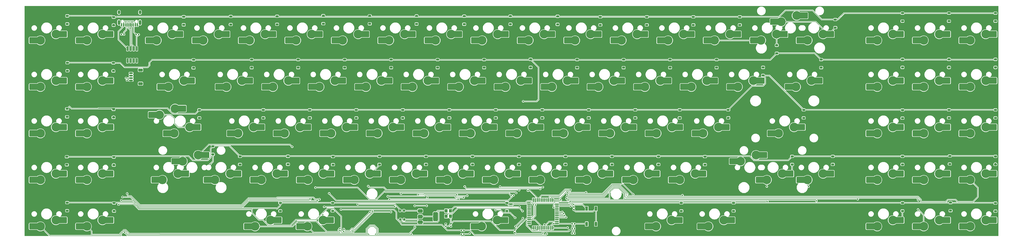
<source format=gbr>
%TF.GenerationSoftware,KiCad,Pcbnew,8.0.8*%
%TF.CreationDate,2025-04-01T14:15:57+02:00*%
%TF.ProjectId,xt_pcb,78745f70-6362-42e6-9b69-6361645f7063,rev?*%
%TF.SameCoordinates,Original*%
%TF.FileFunction,Copper,L2,Bot*%
%TF.FilePolarity,Positive*%
%FSLAX46Y46*%
G04 Gerber Fmt 4.6, Leading zero omitted, Abs format (unit mm)*
G04 Created by KiCad (PCBNEW 8.0.8) date 2025-04-01 14:15:57*
%MOMM*%
%LPD*%
G01*
G04 APERTURE LIST*
G04 Aperture macros list*
%AMRoundRect*
0 Rectangle with rounded corners*
0 $1 Rounding radius*
0 $2 $3 $4 $5 $6 $7 $8 $9 X,Y pos of 4 corners*
0 Add a 4 corners polygon primitive as box body*
4,1,4,$2,$3,$4,$5,$6,$7,$8,$9,$2,$3,0*
0 Add four circle primitives for the rounded corners*
1,1,$1+$1,$2,$3*
1,1,$1+$1,$4,$5*
1,1,$1+$1,$6,$7*
1,1,$1+$1,$8,$9*
0 Add four rect primitives between the rounded corners*
20,1,$1+$1,$2,$3,$4,$5,0*
20,1,$1+$1,$4,$5,$6,$7,0*
20,1,$1+$1,$6,$7,$8,$9,0*
20,1,$1+$1,$8,$9,$2,$3,0*%
G04 Aperture macros list end*
%TA.AperFunction,SMDPad,CuDef*%
%ADD10RoundRect,0.250000X1.525000X1.000000X-1.525000X1.000000X-1.525000X-1.000000X1.525000X-1.000000X0*%
%TD*%
%TA.AperFunction,ComponentPad*%
%ADD11C,3.600000*%
%TD*%
%TA.AperFunction,SMDPad,CuDef*%
%ADD12RoundRect,0.250000X-1.525000X-1.000000X1.525000X-1.000000X1.525000X1.000000X-1.525000X1.000000X0*%
%TD*%
%TA.AperFunction,SMDPad,CuDef*%
%ADD13RoundRect,0.225000X-0.375000X0.225000X-0.375000X-0.225000X0.375000X-0.225000X0.375000X0.225000X0*%
%TD*%
%TA.AperFunction,SMDPad,CuDef*%
%ADD14R,0.600000X1.450000*%
%TD*%
%TA.AperFunction,SMDPad,CuDef*%
%ADD15R,0.300000X1.450000*%
%TD*%
%TA.AperFunction,HeatsinkPad*%
%ADD16O,1.000000X1.600000*%
%TD*%
%TA.AperFunction,HeatsinkPad*%
%ADD17O,1.000000X2.100000*%
%TD*%
%TA.AperFunction,SMDPad,CuDef*%
%ADD18RoundRect,0.135000X-0.135000X-0.185000X0.135000X-0.185000X0.135000X0.185000X-0.135000X0.185000X0*%
%TD*%
%TA.AperFunction,SMDPad,CuDef*%
%ADD19RoundRect,0.375000X-0.625000X-0.375000X0.625000X-0.375000X0.625000X0.375000X-0.625000X0.375000X0*%
%TD*%
%TA.AperFunction,SMDPad,CuDef*%
%ADD20RoundRect,0.500000X-0.500000X-1.400000X0.500000X-1.400000X0.500000X1.400000X-0.500000X1.400000X0*%
%TD*%
%TA.AperFunction,SMDPad,CuDef*%
%ADD21RoundRect,0.140000X-0.140000X-0.170000X0.140000X-0.170000X0.140000X0.170000X-0.140000X0.170000X0*%
%TD*%
%TA.AperFunction,SMDPad,CuDef*%
%ADD22RoundRect,0.140000X0.170000X-0.140000X0.170000X0.140000X-0.170000X0.140000X-0.170000X-0.140000X0*%
%TD*%
%TA.AperFunction,SMDPad,CuDef*%
%ADD23R,0.550000X1.500000*%
%TD*%
%TA.AperFunction,SMDPad,CuDef*%
%ADD24R,1.500000X0.550000*%
%TD*%
%TA.AperFunction,SMDPad,CuDef*%
%ADD25RoundRect,0.150000X-0.625000X0.150000X-0.625000X-0.150000X0.625000X-0.150000X0.625000X0.150000X0*%
%TD*%
%TA.AperFunction,SMDPad,CuDef*%
%ADD26RoundRect,0.250000X-0.650000X0.350000X-0.650000X-0.350000X0.650000X-0.350000X0.650000X0.350000X0*%
%TD*%
%TA.AperFunction,SMDPad,CuDef*%
%ADD27RoundRect,0.150000X-0.150000X0.825000X-0.150000X-0.825000X0.150000X-0.825000X0.150000X0.825000X0*%
%TD*%
%TA.AperFunction,SMDPad,CuDef*%
%ADD28R,1.200000X1.400000*%
%TD*%
%TA.AperFunction,SMDPad,CuDef*%
%ADD29RoundRect,0.135000X-0.185000X0.135000X-0.185000X-0.135000X0.185000X-0.135000X0.185000X0.135000X0*%
%TD*%
%TA.AperFunction,SMDPad,CuDef*%
%ADD30RoundRect,0.225000X0.225000X0.250000X-0.225000X0.250000X-0.225000X-0.250000X0.225000X-0.250000X0*%
%TD*%
%TA.AperFunction,SMDPad,CuDef*%
%ADD31R,1.000000X1.700000*%
%TD*%
%TA.AperFunction,SMDPad,CuDef*%
%ADD32RoundRect,0.140000X-0.170000X0.140000X-0.170000X-0.140000X0.170000X-0.140000X0.170000X0.140000X0*%
%TD*%
%TA.AperFunction,SMDPad,CuDef*%
%ADD33RoundRect,0.135000X0.135000X0.185000X-0.135000X0.185000X-0.135000X-0.185000X0.135000X-0.185000X0*%
%TD*%
%TA.AperFunction,SMDPad,CuDef*%
%ADD34RoundRect,0.225000X0.375000X-0.225000X0.375000X0.225000X-0.375000X0.225000X-0.375000X-0.225000X0*%
%TD*%
%TA.AperFunction,ViaPad*%
%ADD35C,0.600000*%
%TD*%
%TA.AperFunction,Conductor*%
%ADD36C,0.200000*%
%TD*%
G04 APERTURE END LIST*
D10*
%TO.P,SW79,1,1*%
%TO.N,Net-(D74-A)*%
X443995000Y-150145000D03*
D11*
X441220000Y-150145000D03*
%TO.P,SW79,2,2*%
%TO.N,C18*%
X434870000Y-152685000D03*
D10*
X432090000Y-152685000D03*
%TD*%
%TO.P,SW43,1,1*%
%TO.N,Net-(D41-A)*%
X101095000Y-131095000D03*
D11*
X98320000Y-131095000D03*
%TO.P,SW43,2,2*%
%TO.N,C2*%
X91970000Y-133635000D03*
D10*
X89190000Y-133635000D03*
%TD*%
%TO.P,SW46,1,1*%
%TO.N,Net-(D44-A)*%
X182072500Y-131095000D03*
D11*
X179297500Y-131095000D03*
%TO.P,SW46,2,2*%
%TO.N,C5*%
X172947500Y-133635000D03*
D10*
X170167500Y-133635000D03*
%TD*%
%TO.P,SW36,1,1*%
%TO.N,Net-(D35-A)*%
X377335000Y-92995000D03*
D11*
X374560000Y-92995000D03*
%TO.P,SW36,2,2*%
%TO.N,C15*%
X368210000Y-95535000D03*
D10*
X365430000Y-95535000D03*
%TD*%
%TO.P,SW72,1,1*%
%TO.N,Net-(D66-A)*%
X229697500Y-150145000D03*
D11*
X226922500Y-150145000D03*
%TO.P,SW72,2,2*%
%TO.N,C8*%
X220572500Y-152685000D03*
D10*
X217792500Y-152685000D03*
%TD*%
%TO.P,SW25,1,1*%
%TO.N,Net-(D24-A)*%
X158260000Y-112045000D03*
D11*
X155485000Y-112045000D03*
%TO.P,SW25,2,2*%
%TO.N,C4*%
X149135000Y-114585000D03*
D10*
X146355000Y-114585000D03*
%TD*%
%TO.P,SW38,1,1*%
%TO.N,Net-(D37-A)*%
X424945000Y-112045000D03*
D11*
X422170000Y-112045000D03*
%TO.P,SW38,2,2*%
%TO.N,C17*%
X415820000Y-114585000D03*
D10*
X413040000Y-114585000D03*
%TD*%
%TO.P,SW62,1,1*%
%TO.N,Net-(D87-A)*%
X367810000Y-112045000D03*
D11*
X365035000Y-112045000D03*
%TO.P,SW62,2,2*%
%TO.N,C15*%
X358685000Y-114585000D03*
D10*
X355905000Y-114585000D03*
%TD*%
%TO.P,SW28,1,1*%
%TO.N,Net-(D27-A)*%
X215410000Y-112045000D03*
D11*
X212635000Y-112045000D03*
%TO.P,SW28,2,2*%
%TO.N,C7*%
X206285000Y-114585000D03*
D10*
X203505000Y-114585000D03*
%TD*%
%TO.P,SW9,1,1*%
%TO.N,Net-(D7-A)*%
X205885000Y-92995000D03*
D11*
X203110000Y-92995000D03*
%TO.P,SW9,2,2*%
%TO.N,C7*%
X196760000Y-95535000D03*
D10*
X193980000Y-95535000D03*
%TD*%
%TO.P,SW23,1,1*%
%TO.N,Net-(D22-A)*%
X101095000Y-112045000D03*
D11*
X98320000Y-112045000D03*
%TO.P,SW23,2,2*%
%TO.N,C2*%
X91970000Y-114585000D03*
D10*
X89190000Y-114585000D03*
%TD*%
%TO.P,SW60,1,1*%
%TO.N,Net-(D61-A)*%
X343997500Y-150145000D03*
D11*
X341222500Y-150145000D03*
%TO.P,SW60,2,2*%
%TO.N,C14*%
X334872500Y-152685000D03*
D10*
X332092500Y-152685000D03*
%TD*%
%TO.P,SW5,1,1*%
%TO.N,Net-(D3-A)*%
X129685000Y-92995000D03*
D11*
X126910000Y-92995000D03*
%TO.P,SW5,2,2*%
%TO.N,C3*%
X120560000Y-95535000D03*
D10*
X117780000Y-95535000D03*
%TD*%
%TO.P,SW3,1,1*%
%TO.N,Net-(D1-A)*%
X82045000Y-92995000D03*
D11*
X79270000Y-92995000D03*
%TO.P,SW3,2,2*%
%TO.N,C1*%
X72920000Y-95535000D03*
D10*
X70140000Y-95535000D03*
%TD*%
%TO.P,SW56,1,1*%
%TO.N,Net-(D54-A)*%
X384478750Y-131095000D03*
D11*
X381703750Y-131095000D03*
%TO.P,SW56,2,2*%
%TO.N,C16*%
X375353750Y-133635000D03*
D10*
X372573750Y-133635000D03*
%TD*%
%TO.P,SW20,1,1*%
%TO.N,Net-(D19-A)*%
X443995000Y-92995000D03*
D11*
X441220000Y-92995000D03*
%TO.P,SW20,2,2*%
%TO.N,C18*%
X434870000Y-95535000D03*
D10*
X432090000Y-95535000D03*
%TD*%
D12*
%TO.P,SW97,1,1*%
%TO.N,Net-(D72-A)*%
X357021250Y-145065000D03*
D11*
X359796250Y-145065000D03*
%TO.P,SW97,2,2*%
%TO.N,C15*%
X366146250Y-142525000D03*
D12*
X368926250Y-142525000D03*
%TD*%
D10*
%TO.P,SW63,1,1*%
%TO.N,Net-(D60-A)*%
X132066250Y-150145000D03*
D11*
X129291250Y-150145000D03*
%TO.P,SW63,2,2*%
%TO.N,C3*%
X122941250Y-152685000D03*
D10*
X120161250Y-152685000D03*
%TD*%
%TO.P,SW42,1,1*%
%TO.N,Net-(D40-A)*%
X82045000Y-131095000D03*
D11*
X79270000Y-131095000D03*
%TO.P,SW42,2,2*%
%TO.N,C1*%
X72920000Y-133635000D03*
D10*
X70140000Y-133635000D03*
%TD*%
%TO.P,SW83,1,1*%
%TO.N,Net-(D78-A)*%
X169998750Y-169195000D03*
D11*
X167223750Y-169195000D03*
%TO.P,SW83,2,2*%
%TO.N,C4*%
X160873750Y-171735000D03*
D10*
X158093750Y-171735000D03*
%TD*%
%TO.P,SW47,1,1*%
%TO.N,Net-(D45-A)*%
X201122500Y-131095000D03*
D11*
X198347500Y-131095000D03*
%TO.P,SW47,2,2*%
%TO.N,C6*%
X191997500Y-133635000D03*
D10*
X189217500Y-133635000D03*
%TD*%
%TO.P,SW85,1,1*%
%TO.N,Net-(D80-A)*%
X262867500Y-169195000D03*
D11*
X260092500Y-169195000D03*
%TO.P,SW85,2,2*%
%TO.N,C8*%
X253742500Y-171735000D03*
D10*
X250962500Y-171735000D03*
%TD*%
%TO.P,SW90,1,1*%
%TO.N,Net-(D85-A)*%
X463045000Y-169195000D03*
D11*
X460270000Y-169195000D03*
%TO.P,SW90,2,2*%
%TO.N,C19*%
X453920000Y-171735000D03*
D10*
X451140000Y-171735000D03*
%TD*%
%TO.P,SW82,1,1*%
%TO.N,Net-(D77-A)*%
X101095000Y-169195000D03*
D11*
X98320000Y-169195000D03*
%TO.P,SW82,2,2*%
%TO.N,C2*%
X91970000Y-171735000D03*
D10*
X89190000Y-171735000D03*
%TD*%
%TO.P,SW13,1,1*%
%TO.N,Net-(D11-A)*%
X282085000Y-92995000D03*
D11*
X279310000Y-92995000D03*
%TO.P,SW13,2,2*%
%TO.N,C11*%
X272960000Y-95535000D03*
D10*
X270180000Y-95535000D03*
%TD*%
%TO.P,SW24,1,1*%
%TO.N,Net-(D23-A)*%
X134447500Y-112045000D03*
D11*
X131672500Y-112045000D03*
%TO.P,SW24,2,2*%
%TO.N,C3*%
X125322500Y-114585000D03*
D10*
X122542500Y-114585000D03*
%TD*%
%TO.P,SW81,1,1*%
%TO.N,Net-(D76-A)*%
X82045000Y-169195000D03*
D11*
X79270000Y-169195000D03*
%TO.P,SW81,2,2*%
%TO.N,C1*%
X72920000Y-171735000D03*
D10*
X70140000Y-171735000D03*
%TD*%
%TO.P,SW22,1,1*%
%TO.N,Net-(D21-A)*%
X82045000Y-112045000D03*
D11*
X79270000Y-112045000D03*
%TO.P,SW22,2,2*%
%TO.N,C1*%
X72920000Y-114585000D03*
D10*
X70140000Y-114585000D03*
%TD*%
%TO.P,SW14,1,1*%
%TO.N,Net-(D12-A)*%
X301135000Y-92995000D03*
D11*
X298360000Y-92995000D03*
%TO.P,SW14,2,2*%
%TO.N,C12*%
X292010000Y-95535000D03*
D10*
X289230000Y-95535000D03*
%TD*%
%TO.P,SW49,1,1*%
%TO.N,Net-(D47-A)*%
X239222500Y-131095000D03*
D11*
X236447500Y-131095000D03*
%TO.P,SW49,2,2*%
%TO.N,C8*%
X230097500Y-133635000D03*
D10*
X227317500Y-133635000D03*
%TD*%
%TO.P,SW54,1,1*%
%TO.N,Net-(D52-A)*%
X334472500Y-131095000D03*
D11*
X331697500Y-131095000D03*
%TO.P,SW54,2,2*%
%TO.N,C13*%
X325347500Y-133635000D03*
D10*
X322567500Y-133635000D03*
%TD*%
%TO.P,SW10,1,1*%
%TO.N,Net-(D8-A)*%
X224935000Y-92995000D03*
D11*
X222160000Y-92995000D03*
%TO.P,SW10,2,2*%
%TO.N,C8*%
X215810000Y-95535000D03*
D10*
X213030000Y-95535000D03*
%TD*%
%TO.P,SW15,1,1*%
%TO.N,Net-(D13-A)*%
X320185000Y-92995000D03*
D11*
X317410000Y-92995000D03*
%TO.P,SW15,2,2*%
%TO.N,C13*%
X311060000Y-95535000D03*
D10*
X308280000Y-95535000D03*
%TD*%
%TO.P,SW29,1,1*%
%TO.N,Net-(D28-A)*%
X234460000Y-112045000D03*
D11*
X231685000Y-112045000D03*
%TO.P,SW29,2,2*%
%TO.N,C8*%
X225335000Y-114585000D03*
D10*
X222555000Y-114585000D03*
%TD*%
%TO.P,SW67,1,1*%
%TO.N,Net-(D59-A)*%
X101095000Y-150145000D03*
D11*
X98320000Y-150145000D03*
%TO.P,SW67,2,2*%
%TO.N,C2*%
X91970000Y-152685000D03*
D10*
X89190000Y-152685000D03*
%TD*%
%TO.P,SW50,1,1*%
%TO.N,Net-(D48-A)*%
X258272500Y-131095000D03*
D11*
X255497500Y-131095000D03*
%TO.P,SW50,2,2*%
%TO.N,C9*%
X249147500Y-133635000D03*
D10*
X246367500Y-133635000D03*
%TD*%
%TO.P,SW58,1,1*%
%TO.N,Net-(D56-A)*%
X443995000Y-131095000D03*
D11*
X441220000Y-131095000D03*
%TO.P,SW58,2,2*%
%TO.N,C18*%
X434870000Y-133635000D03*
D10*
X432090000Y-133635000D03*
%TD*%
%TO.P,SW55,1,1*%
%TO.N,Net-(D53-A)*%
X353522500Y-131095000D03*
D11*
X350747500Y-131095000D03*
%TO.P,SW55,2,2*%
%TO.N,C14*%
X344397500Y-133635000D03*
D10*
X341617500Y-133635000D03*
%TD*%
%TO.P,SW16,1,1*%
%TO.N,Net-(D14-A)*%
X339235000Y-92995000D03*
D11*
X336460000Y-92995000D03*
%TO.P,SW16,2,2*%
%TO.N,C14*%
X330110000Y-95535000D03*
D10*
X327330000Y-95535000D03*
%TD*%
%TO.P,SW96,1,1*%
%TO.N,Net-(D72-A)*%
X379716250Y-150145000D03*
D11*
X376941250Y-150145000D03*
%TO.P,SW96,2,2*%
%TO.N,C15*%
X370591250Y-152685000D03*
D10*
X367811250Y-152685000D03*
%TD*%
%TO.P,SW73,1,1*%
%TO.N,Net-(D67-A)*%
X248747500Y-150145000D03*
D11*
X245972500Y-150145000D03*
%TO.P,SW73,2,2*%
%TO.N,C9*%
X239622500Y-152685000D03*
D10*
X236842500Y-152685000D03*
%TD*%
%TO.P,SW37,1,1*%
%TO.N,Net-(D36-A)*%
X391622500Y-112045000D03*
D11*
X388847500Y-112045000D03*
%TO.P,SW37,2,2*%
%TO.N,C16*%
X382497500Y-114585000D03*
D10*
X379717500Y-114585000D03*
%TD*%
%TO.P,SW71,1,1*%
%TO.N,Net-(D65-A)*%
X210647500Y-150145000D03*
D11*
X207872500Y-150145000D03*
%TO.P,SW71,2,2*%
%TO.N,C7*%
X201522500Y-152685000D03*
D10*
X198742500Y-152685000D03*
%TD*%
%TO.P,SW52,1,1*%
%TO.N,Net-(D50-A)*%
X296372500Y-131095000D03*
D11*
X293597500Y-131095000D03*
%TO.P,SW52,2,2*%
%TO.N,C11*%
X287247500Y-133635000D03*
D10*
X284467500Y-133635000D03*
%TD*%
%TO.P,SW34,1,1*%
%TO.N,Net-(D33-A)*%
X329710000Y-112045000D03*
D11*
X326935000Y-112045000D03*
%TO.P,SW34,2,2*%
%TO.N,C13*%
X320585000Y-114585000D03*
D10*
X317805000Y-114585000D03*
%TD*%
%TO.P,SW59,1,1*%
%TO.N,Net-(D57-A)*%
X463045000Y-131095000D03*
D11*
X460270000Y-131095000D03*
%TO.P,SW59,2,2*%
%TO.N,C19*%
X453920000Y-133635000D03*
D10*
X451140000Y-133635000D03*
%TD*%
%TO.P,SW75,1,1*%
%TO.N,Net-(D69-A)*%
X286847500Y-150145000D03*
D11*
X284072500Y-150145000D03*
%TO.P,SW75,2,2*%
%TO.N,C11*%
X277722500Y-152685000D03*
D10*
X274942500Y-152685000D03*
%TD*%
D12*
%TO.P,SW44,1,1*%
%TO.N,Net-(D42-A)*%
X118945000Y-126030000D03*
D11*
X121720000Y-126030000D03*
%TO.P,SW44,2,2*%
%TO.N,C3*%
X128070000Y-123490000D03*
D12*
X130850000Y-123490000D03*
%TD*%
D10*
%TO.P,SW41,1,1*%
%TO.N,Net-(D42-A)*%
X136828750Y-131095000D03*
D11*
X134053750Y-131095000D03*
%TO.P,SW41,2,2*%
%TO.N,C3*%
X127703750Y-133635000D03*
D10*
X124923750Y-133635000D03*
%TD*%
%TO.P,SW6,1,1*%
%TO.N,Net-(D4-A)*%
X148735000Y-92995000D03*
D11*
X145960000Y-92995000D03*
%TO.P,SW6,2,2*%
%TO.N,C4*%
X139610000Y-95535000D03*
D10*
X136830000Y-95535000D03*
%TD*%
%TO.P,SW21,1,1*%
%TO.N,Net-(D20-A)*%
X463045000Y-92995000D03*
D11*
X460270000Y-92995000D03*
%TO.P,SW21,2,2*%
%TO.N,C19*%
X453920000Y-95535000D03*
D10*
X451140000Y-95535000D03*
%TD*%
%TO.P,SW77,1,1*%
%TO.N,Net-(D71-A)*%
X324947500Y-150145000D03*
D11*
X322172500Y-150145000D03*
%TO.P,SW77,2,2*%
%TO.N,C13*%
X315822500Y-152685000D03*
D10*
X313042500Y-152685000D03*
%TD*%
%TO.P,SW4,1,1*%
%TO.N,Net-(D2-A)*%
X101095000Y-92995000D03*
D11*
X98320000Y-92995000D03*
%TO.P,SW4,2,2*%
%TO.N,C2*%
X91970000Y-95535000D03*
D10*
X89190000Y-95535000D03*
%TD*%
%TO.P,SW2,1,1*%
%TO.N,Net-(D16-A)*%
X396385000Y-92995000D03*
D11*
X393610000Y-92995000D03*
%TO.P,SW2,2,2*%
%TO.N,C16*%
X387260000Y-95535000D03*
D10*
X384480000Y-95535000D03*
%TD*%
D12*
%TO.P,SW1,1,1*%
%TO.N,Net-(D16-A)*%
X373690000Y-87915000D03*
D11*
X376465000Y-87915000D03*
%TO.P,SW1,2,2*%
%TO.N,C16*%
X382815000Y-85375000D03*
D12*
X385595000Y-85375000D03*
%TD*%
D10*
%TO.P,SW12,1,1*%
%TO.N,Net-(D10-A)*%
X263035000Y-92995000D03*
D11*
X260260000Y-92995000D03*
%TO.P,SW12,2,2*%
%TO.N,C10*%
X253910000Y-95535000D03*
D10*
X251130000Y-95535000D03*
%TD*%
%TO.P,SW66,1,1*%
%TO.N,Net-(D58-A)*%
X82045000Y-150145000D03*
D11*
X79270000Y-150145000D03*
%TO.P,SW66,2,2*%
%TO.N,C1*%
X72920000Y-152685000D03*
D10*
X70140000Y-152685000D03*
%TD*%
%TO.P,SW68,1,1*%
%TO.N,Net-(D62-A)*%
X153497500Y-150145000D03*
D11*
X150722500Y-150145000D03*
%TO.P,SW68,2,2*%
%TO.N,C4*%
X144372500Y-152685000D03*
D10*
X141592500Y-152685000D03*
%TD*%
%TO.P,SW40,1,1*%
%TO.N,Net-(D39-A)*%
X463045000Y-112045000D03*
D11*
X460270000Y-112045000D03*
%TO.P,SW40,2,2*%
%TO.N,C19*%
X453920000Y-114585000D03*
D10*
X451140000Y-114585000D03*
%TD*%
%TO.P,SW45,1,1*%
%TO.N,Net-(D43-A)*%
X163022500Y-131095000D03*
D11*
X160247500Y-131095000D03*
%TO.P,SW45,2,2*%
%TO.N,C4*%
X153897500Y-133635000D03*
D10*
X151117500Y-133635000D03*
%TD*%
%TO.P,SW7,1,1*%
%TO.N,Net-(D5-A)*%
X167785000Y-92995000D03*
D11*
X165010000Y-92995000D03*
%TO.P,SW7,2,2*%
%TO.N,C5*%
X158660000Y-95535000D03*
D10*
X155880000Y-95535000D03*
%TD*%
%TO.P,SW48,1,1*%
%TO.N,Net-(D46-A)*%
X220172500Y-131095000D03*
D11*
X217397500Y-131095000D03*
%TO.P,SW48,2,2*%
%TO.N,C7*%
X211047500Y-133635000D03*
D10*
X208267500Y-133635000D03*
%TD*%
%TO.P,SW31,1,1*%
%TO.N,Net-(D30-A)*%
X272560000Y-112045000D03*
D11*
X269785000Y-112045000D03*
%TO.P,SW31,2,2*%
%TO.N,C10*%
X263435000Y-114585000D03*
D10*
X260655000Y-114585000D03*
%TD*%
%TO.P,SW26,1,1*%
%TO.N,Net-(D25-A)*%
X177310000Y-112045000D03*
D11*
X174535000Y-112045000D03*
%TO.P,SW26,2,2*%
%TO.N,C5*%
X168185000Y-114585000D03*
D10*
X165405000Y-114585000D03*
%TD*%
%TO.P,SW35,1,1*%
%TO.N,Net-(D34-A)*%
X348760000Y-112045000D03*
D11*
X345985000Y-112045000D03*
%TO.P,SW35,2,2*%
%TO.N,C14*%
X339635000Y-114585000D03*
D10*
X336855000Y-114585000D03*
%TD*%
%TO.P,SW84,1,1*%
%TO.N,Net-(D79-A)*%
X191430000Y-169195000D03*
D11*
X188655000Y-169195000D03*
%TO.P,SW84,2,2*%
%TO.N,C5*%
X182305000Y-171735000D03*
D10*
X179525000Y-171735000D03*
%TD*%
%TO.P,SW78,1,1*%
%TO.N,Net-(D73-A)*%
X424945000Y-150145000D03*
D11*
X422170000Y-150145000D03*
%TO.P,SW78,2,2*%
%TO.N,C17*%
X415820000Y-152685000D03*
D10*
X413040000Y-152685000D03*
%TD*%
%TO.P,SW32,1,1*%
%TO.N,Net-(D31-A)*%
X291610000Y-112045000D03*
D11*
X288835000Y-112045000D03*
%TO.P,SW32,2,2*%
%TO.N,C11*%
X282485000Y-114585000D03*
D10*
X279705000Y-114585000D03*
%TD*%
%TO.P,SW89,1,1*%
%TO.N,Net-(D84-A)*%
X443995000Y-169195000D03*
D11*
X441220000Y-169195000D03*
%TO.P,SW89,2,2*%
%TO.N,C18*%
X434870000Y-171735000D03*
D10*
X432090000Y-171735000D03*
%TD*%
%TO.P,SW69,1,1*%
%TO.N,Net-(D63-A)*%
X172547500Y-150145000D03*
D11*
X169772500Y-150145000D03*
%TO.P,SW69,2,2*%
%TO.N,C5*%
X163422500Y-152685000D03*
D10*
X160642500Y-152685000D03*
%TD*%
%TO.P,SW17,1,1*%
%TO.N,Net-(D15-A)*%
X358285000Y-92995000D03*
D11*
X355510000Y-92995000D03*
%TO.P,SW17,2,2*%
%TO.N,C15*%
X349160000Y-95535000D03*
D10*
X346380000Y-95535000D03*
%TD*%
%TO.P,SW39,1,1*%
%TO.N,Net-(D38-A)*%
X443995000Y-112045000D03*
D11*
X441220000Y-112045000D03*
%TO.P,SW39,2,2*%
%TO.N,C18*%
X434870000Y-114585000D03*
D10*
X432090000Y-114585000D03*
%TD*%
%TO.P,SW74,1,1*%
%TO.N,Net-(D68-A)*%
X267797500Y-150145000D03*
D11*
X265022500Y-150145000D03*
%TO.P,SW74,2,2*%
%TO.N,C10*%
X258672500Y-152685000D03*
D10*
X255892500Y-152685000D03*
%TD*%
%TO.P,SW30,1,1*%
%TO.N,Net-(D29-A)*%
X253510000Y-112045000D03*
D11*
X250735000Y-112045000D03*
%TO.P,SW30,2,2*%
%TO.N,C9*%
X244385000Y-114585000D03*
D10*
X241605000Y-114585000D03*
%TD*%
%TO.P,SW64,1,1*%
%TO.N,Net-(D86-A)*%
X396385000Y-150145000D03*
D11*
X393610000Y-150145000D03*
%TO.P,SW64,2,2*%
%TO.N,C16*%
X387260000Y-152685000D03*
D10*
X384480000Y-152685000D03*
%TD*%
%TO.P,SW19,1,1*%
%TO.N,Net-(D18-A)*%
X424945000Y-92995000D03*
D11*
X422170000Y-92995000D03*
%TO.P,SW19,2,2*%
%TO.N,C17*%
X415820000Y-95535000D03*
D10*
X413040000Y-95535000D03*
%TD*%
%TO.P,SW57,1,1*%
%TO.N,Net-(D55-A)*%
X424945000Y-131095000D03*
D11*
X422170000Y-131095000D03*
%TO.P,SW57,2,2*%
%TO.N,C17*%
X415820000Y-133635000D03*
D10*
X413040000Y-133635000D03*
%TD*%
%TO.P,SW8,1,1*%
%TO.N,Net-(D6-A)*%
X186835000Y-92995000D03*
D11*
X184060000Y-92995000D03*
%TO.P,SW8,2,2*%
%TO.N,C6*%
X177710000Y-95535000D03*
D10*
X174930000Y-95535000D03*
%TD*%
%TO.P,SW51,1,1*%
%TO.N,Net-(D49-A)*%
X277322500Y-131095000D03*
D11*
X274547500Y-131095000D03*
%TO.P,SW51,2,2*%
%TO.N,C10*%
X268197500Y-133635000D03*
D10*
X265417500Y-133635000D03*
%TD*%
%TO.P,SW33,1,1*%
%TO.N,Net-(D32-A)*%
X310660000Y-112045000D03*
D11*
X307885000Y-112045000D03*
%TO.P,SW33,2,2*%
%TO.N,C12*%
X301535000Y-114585000D03*
D10*
X298755000Y-114585000D03*
%TD*%
%TO.P,SW76,1,1*%
%TO.N,Net-(D70-A)*%
X305897500Y-150145000D03*
D11*
X303122500Y-150145000D03*
%TO.P,SW76,2,2*%
%TO.N,C12*%
X296772500Y-152685000D03*
D10*
X293992500Y-152685000D03*
%TD*%
%TO.P,SW11,1,1*%
%TO.N,Net-(D9-A)*%
X243985000Y-92995000D03*
D11*
X241210000Y-92995000D03*
%TO.P,SW11,2,2*%
%TO.N,C9*%
X234860000Y-95535000D03*
D10*
X232080000Y-95535000D03*
%TD*%
%TO.P,SW80,1,1*%
%TO.N,Net-(D75-A)*%
X463045000Y-150145000D03*
D11*
X460270000Y-150145000D03*
%TO.P,SW80,2,2*%
%TO.N,C19*%
X453920000Y-152685000D03*
D10*
X451140000Y-152685000D03*
%TD*%
%TO.P,SW27,1,1*%
%TO.N,Net-(D26-A)*%
X196360000Y-112045000D03*
D11*
X193585000Y-112045000D03*
%TO.P,SW27,2,2*%
%TO.N,C6*%
X187235000Y-114585000D03*
D10*
X184455000Y-114585000D03*
%TD*%
%TO.P,SW88,1,1*%
%TO.N,Net-(D83-A)*%
X424945000Y-169195000D03*
D11*
X422170000Y-169195000D03*
%TO.P,SW88,2,2*%
%TO.N,C17*%
X415820000Y-171735000D03*
D10*
X413040000Y-171735000D03*
%TD*%
%TO.P,SW87,1,1*%
%TO.N,Net-(D82-A)*%
X355736250Y-169195000D03*
D11*
X352961250Y-169195000D03*
%TO.P,SW87,2,2*%
%TO.N,C13*%
X346611250Y-171735000D03*
D10*
X343831250Y-171735000D03*
%TD*%
D12*
%TO.P,SW61,1,1*%
%TO.N,Net-(D60-A)*%
X128421250Y-145065000D03*
D11*
X131196250Y-145065000D03*
%TO.P,SW61,2,2*%
%TO.N,C3*%
X137546250Y-142525000D03*
D12*
X140326250Y-142525000D03*
%TD*%
D10*
%TO.P,SW86,1,1*%
%TO.N,Net-(D81-A)*%
X334305000Y-169195000D03*
D11*
X331530000Y-169195000D03*
%TO.P,SW86,2,2*%
%TO.N,C12*%
X325180000Y-171735000D03*
D10*
X322400000Y-171735000D03*
%TD*%
%TO.P,SW53,1,1*%
%TO.N,Net-(D51-A)*%
X315422500Y-131095000D03*
D11*
X312647500Y-131095000D03*
%TO.P,SW53,2,2*%
%TO.N,C12*%
X306297500Y-133635000D03*
D10*
X303517500Y-133635000D03*
%TD*%
%TO.P,SW70,1,1*%
%TO.N,Net-(D64-A)*%
X191597500Y-150145000D03*
D11*
X188822500Y-150145000D03*
%TO.P,SW70,2,2*%
%TO.N,C6*%
X182472500Y-152685000D03*
D10*
X179692500Y-152685000D03*
%TD*%
D13*
%TO.P,D66,1,K*%
%TO.N,R4*%
X230912500Y-143055000D03*
%TO.P,D66,2,A*%
%TO.N,Net-(D66-A)*%
X230912500Y-146355000D03*
%TD*%
%TO.P,D49,1,K*%
%TO.N,R3*%
X278537500Y-124005000D03*
%TO.P,D49,2,A*%
%TO.N,Net-(D49-A)*%
X278537500Y-127305000D03*
%TD*%
%TO.P,D82,1,K*%
%TO.N,R5*%
X356951250Y-162105000D03*
%TO.P,D82,2,A*%
%TO.N,Net-(D82-A)*%
X356951250Y-165405000D03*
%TD*%
%TO.P,D79,1,K*%
%TO.N,R5*%
X192645000Y-162105000D03*
%TO.P,D79,2,A*%
%TO.N,Net-(D79-A)*%
X192645000Y-165405000D03*
%TD*%
%TO.P,D32,1,K*%
%TO.N,R2*%
X311875000Y-103405000D03*
%TO.P,D32,2,A*%
%TO.N,Net-(D32-A)*%
X311875000Y-106705000D03*
%TD*%
%TO.P,D58,1,K*%
%TO.N,R4*%
X83742500Y-143205000D03*
%TO.P,D58,2,A*%
%TO.N,Net-(D58-A)*%
X83742500Y-146505000D03*
%TD*%
%TO.P,D64,1,K*%
%TO.N,R4*%
X192812500Y-143155000D03*
%TO.P,D64,2,A*%
%TO.N,Net-(D64-A)*%
X192812500Y-146455000D03*
%TD*%
%TO.P,D13,1,K*%
%TO.N,R1*%
X321400000Y-85905000D03*
%TO.P,D13,2,A*%
%TO.N,Net-(D13-A)*%
X321400000Y-89205000D03*
%TD*%
D14*
%TO.P,J2,A1,GND*%
%TO.N,GND*%
X106155000Y-89120000D03*
%TO.P,J2,A4,VBUS*%
%TO.N,VBUS*%
X106955000Y-89120000D03*
D15*
%TO.P,J2,A5,CC1*%
%TO.N,Net-(J2-CC1)*%
X108155000Y-89120000D03*
%TO.P,J2,A6,D+*%
%TO.N,Net-(J2-D+-PadA6)*%
X109155000Y-89120000D03*
%TO.P,J2,A7,D-*%
%TO.N,Net-(J2-D--PadA7)*%
X109655000Y-89120000D03*
%TO.P,J2,A8,SBU1*%
%TO.N,unconnected-(J2-SBU1-PadA8)*%
X110655000Y-89120000D03*
D14*
%TO.P,J2,A9,VBUS*%
%TO.N,VBUS*%
X111855000Y-89120000D03*
%TO.P,J2,A12,GND*%
%TO.N,GND*%
X112655000Y-89120000D03*
%TO.P,J2,B1,GND*%
X112655000Y-89120000D03*
%TO.P,J2,B4,VBUS*%
%TO.N,VBUS*%
X111855000Y-89120000D03*
D15*
%TO.P,J2,B5,CC2*%
%TO.N,Net-(J2-CC2)*%
X111155000Y-89120000D03*
%TO.P,J2,B6,D+*%
%TO.N,Net-(J2-D+-PadA6)*%
X110155000Y-89120000D03*
%TO.P,J2,B7,D-*%
%TO.N,Net-(J2-D--PadA7)*%
X108655000Y-89120000D03*
%TO.P,J2,B8,SBU2*%
%TO.N,unconnected-(J2-SBU2-PadB8)*%
X107655000Y-89120000D03*
D14*
%TO.P,J2,B9,VBUS*%
%TO.N,VBUS*%
X106955000Y-89120000D03*
%TO.P,J2,B12,GND*%
%TO.N,GND*%
X106155000Y-89120000D03*
D16*
%TO.P,J2,S1,SHIELD*%
%TO.N,unconnected-(J2-SHIELD-PadS1)_1*%
X105085000Y-84025000D03*
D17*
%TO.N,unconnected-(J2-SHIELD-PadS1)_3*%
X105085000Y-88205000D03*
D16*
%TO.N,unconnected-(J2-SHIELD-PadS1)_2*%
X113725000Y-84025000D03*
D17*
%TO.N,unconnected-(J2-SHIELD-PadS1)*%
X113725000Y-88205000D03*
%TD*%
D18*
%TO.P,R2,1*%
%TO.N,D+*%
X245400000Y-173390000D03*
%TO.P,R2,2*%
%TO.N,Net-(U2-D+)*%
X246420000Y-173390000D03*
%TD*%
D13*
%TO.P,D7,1,K*%
%TO.N,R1*%
X207845000Y-85455000D03*
%TO.P,D7,2,A*%
%TO.N,Net-(D7-A)*%
X207845000Y-88755000D03*
%TD*%
D19*
%TO.P,U1,1,GND*%
%TO.N,GND*%
X228550000Y-170000000D03*
%TO.P,U1,2,VO*%
%TO.N,+3.3V*%
X228550000Y-167700000D03*
D20*
X234850000Y-167700000D03*
D19*
%TO.P,U1,3,VI*%
%TO.N,+5V*%
X228550000Y-165400000D03*
%TD*%
D13*
%TO.P,D36,1,K*%
%TO.N,R2*%
X392837500Y-103405000D03*
%TO.P,D36,2,A*%
%TO.N,Net-(D36-A)*%
X392837500Y-106705000D03*
%TD*%
%TO.P,D19,1,K*%
%TO.N,R1*%
X445210000Y-84355000D03*
%TO.P,D19,2,A*%
%TO.N,Net-(D19-A)*%
X445210000Y-87655000D03*
%TD*%
%TO.P,D43,1,K*%
%TO.N,R3*%
X164237500Y-124005000D03*
%TO.P,D43,2,A*%
%TO.N,Net-(D43-A)*%
X164237500Y-127305000D03*
%TD*%
%TO.P,D59,1,K*%
%TO.N,R4*%
X102997500Y-143340000D03*
%TO.P,D59,2,A*%
%TO.N,Net-(D59-A)*%
X102997500Y-146640000D03*
%TD*%
D21*
%TO.P,C3,1*%
%TO.N,VBUS*%
X290810000Y-170640000D03*
%TO.P,C3,2*%
%TO.N,GND*%
X291770000Y-170640000D03*
%TD*%
D13*
%TO.P,D83,1,K*%
%TO.N,R5*%
X426160000Y-162105000D03*
%TO.P,D83,2,A*%
%TO.N,Net-(D83-A)*%
X426160000Y-165405000D03*
%TD*%
%TO.P,D6,1,K*%
%TO.N,R1*%
X188820000Y-85405000D03*
%TO.P,D6,2,A*%
%TO.N,Net-(D6-A)*%
X188820000Y-88705000D03*
%TD*%
%TO.P,D41,1,K*%
%TO.N,R3*%
X102897500Y-123790000D03*
%TO.P,D41,2,A*%
%TO.N,Net-(D41-A)*%
X102897500Y-127090000D03*
%TD*%
%TO.P,D15,1,K*%
%TO.N,R1*%
X359500000Y-85905000D03*
%TO.P,D15,2,A*%
%TO.N,Net-(D15-A)*%
X359500000Y-89205000D03*
%TD*%
%TO.P,D84,1,K*%
%TO.N,R5*%
X445835000Y-162005000D03*
%TO.P,D84,2,A*%
%TO.N,Net-(D84-A)*%
X445835000Y-165305000D03*
%TD*%
D22*
%TO.P,C6,1*%
%TO.N,Net-(U2-XTAL1)*%
X241100000Y-171690000D03*
%TO.P,C6,2*%
%TO.N,GND*%
X241100000Y-170730000D03*
%TD*%
D13*
%TO.P,D12,1,K*%
%TO.N,R1*%
X302350000Y-85905000D03*
%TO.P,D12,2,A*%
%TO.N,Net-(D12-A)*%
X302350000Y-89205000D03*
%TD*%
%TO.P,D37,1,K*%
%TO.N,R2*%
X426160000Y-103305000D03*
%TO.P,D37,2,A*%
%TO.N,Net-(D37-A)*%
X426160000Y-106605000D03*
%TD*%
%TO.P,D44,1,K*%
%TO.N,R3*%
X183287500Y-124005000D03*
%TO.P,D44,2,A*%
%TO.N,Net-(D44-A)*%
X183287500Y-127305000D03*
%TD*%
%TO.P,D39,1,K*%
%TO.N,R2*%
X464260000Y-103305000D03*
%TO.P,D39,2,A*%
%TO.N,Net-(D39-A)*%
X464260000Y-106605000D03*
%TD*%
%TO.P,D22,1,K*%
%TO.N,R2*%
X102822500Y-104765000D03*
%TO.P,D22,2,A*%
%TO.N,Net-(D22-A)*%
X102822500Y-108065000D03*
%TD*%
%TO.P,D86,1,K*%
%TO.N,R4*%
X397600000Y-143055000D03*
%TO.P,D86,2,A*%
%TO.N,Net-(D86-A)*%
X397600000Y-146355000D03*
%TD*%
%TO.P,D65,1,K*%
%TO.N,R4*%
X211862500Y-143055000D03*
%TO.P,D65,2,A*%
%TO.N,Net-(D65-A)*%
X211862500Y-146355000D03*
%TD*%
%TO.P,D2,1,K*%
%TO.N,R1*%
X102922500Y-86015000D03*
%TO.P,D2,2,A*%
%TO.N,Net-(D2-A)*%
X102922500Y-89315000D03*
%TD*%
%TO.P,D25,1,K*%
%TO.N,R2*%
X178525000Y-103405000D03*
%TO.P,D25,2,A*%
%TO.N,Net-(D25-A)*%
X178525000Y-106705000D03*
%TD*%
%TO.P,D4,1,K*%
%TO.N,R1*%
X150920000Y-85730000D03*
%TO.P,D4,2,A*%
%TO.N,Net-(D4-A)*%
X150920000Y-89030000D03*
%TD*%
%TO.P,D28,1,K*%
%TO.N,R2*%
X235675000Y-103405000D03*
%TO.P,D28,2,A*%
%TO.N,Net-(D28-A)*%
X235675000Y-106705000D03*
%TD*%
%TO.P,D74,1,K*%
%TO.N,R4*%
X445560000Y-142880000D03*
%TO.P,D74,2,A*%
%TO.N,Net-(D74-A)*%
X445560000Y-146180000D03*
%TD*%
D23*
%TO.P,U2,1,PE6*%
%TO.N,C15*%
X282860000Y-172330000D03*
%TO.P,U2,2,UVCC*%
%TO.N,VBUS*%
X282060000Y-172330000D03*
%TO.P,U2,3,D-*%
%TO.N,Net-(U2-D-)*%
X281260000Y-172330000D03*
%TO.P,U2,4,D+*%
%TO.N,Net-(U2-D+)*%
X280460000Y-172330000D03*
%TO.P,U2,5,UGND*%
%TO.N,GND*%
X279660000Y-172330000D03*
%TO.P,U2,6,UCAP*%
%TO.N,Net-(U2-UCAP)*%
X278860000Y-172330000D03*
%TO.P,U2,7,VBUS*%
%TO.N,VBUS*%
X278060000Y-172330000D03*
%TO.P,U2,8,PB0*%
%TO.N,C5*%
X277260000Y-172330000D03*
%TO.P,U2,9,PB1*%
%TO.N,C2*%
X276460000Y-172330000D03*
%TO.P,U2,10,PB2*%
%TO.N,C4*%
X275660000Y-172330000D03*
%TO.P,U2,11,PB3*%
%TO.N,C1*%
X274860000Y-172330000D03*
D24*
%TO.P,U2,12,PB7*%
%TO.N,C8*%
X273160000Y-170630000D03*
%TO.P,U2,13,~{RESET}*%
%TO.N,Net-(U2-~{RESET})*%
X273160000Y-169830000D03*
%TO.P,U2,14,VCC*%
%TO.N,VBUS*%
X273160000Y-169030000D03*
%TO.P,U2,15,GND*%
%TO.N,GND*%
X273160000Y-168230000D03*
%TO.P,U2,16,XTAL2*%
%TO.N,Net-(U2-XTAL2)*%
X273160000Y-167430000D03*
%TO.P,U2,17,XTAL1*%
%TO.N,Net-(U2-XTAL1)*%
X273160000Y-166630000D03*
%TO.P,U2,18,PD0*%
%TO.N,C3*%
X273160000Y-165830000D03*
%TO.P,U2,19,PD1*%
%TO.N,C6*%
X273160000Y-165030000D03*
%TO.P,U2,20,PD2*%
%TO.N,C7*%
X273160000Y-164230000D03*
%TO.P,U2,21,PD3*%
%TO.N,R4*%
X273160000Y-163430000D03*
%TO.P,U2,22,PD5*%
%TO.N,R5*%
X273160000Y-162630000D03*
D23*
%TO.P,U2,23,GND*%
%TO.N,GND*%
X274860000Y-160930000D03*
%TO.P,U2,24,AVCC*%
%TO.N,VBUS*%
X275660000Y-160930000D03*
%TO.P,U2,25,PD4*%
%TO.N,R2*%
X276460000Y-160930000D03*
%TO.P,U2,26,PD6*%
%TO.N,R3*%
X277260000Y-160930000D03*
%TO.P,U2,27,PD7*%
%TO.N,R1*%
X278060000Y-160930000D03*
%TO.P,U2,28,PB4*%
%TO.N,C9*%
X278860000Y-160930000D03*
%TO.P,U2,29,PB5*%
%TO.N,C10*%
X279660000Y-160930000D03*
%TO.P,U2,30,PB6*%
%TO.N,C11*%
X280460000Y-160930000D03*
%TO.P,U2,31,PC6*%
%TO.N,C12*%
X281260000Y-160930000D03*
%TO.P,U2,32,PC7*%
%TO.N,C13*%
X282060000Y-160930000D03*
%TO.P,U2,33,~{HWB}/PE2*%
%TO.N,C14*%
X282860000Y-160930000D03*
D24*
%TO.P,U2,34,VCC*%
%TO.N,VBUS*%
X284560000Y-162630000D03*
%TO.P,U2,35,GND*%
%TO.N,GND*%
X284560000Y-163430000D03*
%TO.P,U2,36,PF7*%
%TO.N,unconnected-(U2-PF7-Pad36)*%
X284560000Y-164230000D03*
%TO.P,U2,37,PF6*%
%TO.N,unconnected-(U2-PF6-Pad37)*%
X284560000Y-165030000D03*
%TO.P,U2,38,PF5*%
%TO.N,C19*%
X284560000Y-165830000D03*
%TO.P,U2,39,PF4*%
%TO.N,C18*%
X284560000Y-166630000D03*
%TO.P,U2,40,PF1*%
%TO.N,C17*%
X284560000Y-167430000D03*
%TO.P,U2,41,PF0*%
%TO.N,C16*%
X284560000Y-168230000D03*
%TO.P,U2,42,AREF*%
%TO.N,unconnected-(U2-AREF-Pad42)*%
X284560000Y-169030000D03*
%TO.P,U2,43,GND*%
%TO.N,GND*%
X284560000Y-169830000D03*
%TO.P,U2,44,AVCC*%
%TO.N,VBUS*%
X284560000Y-170630000D03*
%TD*%
D22*
%TO.P,C8,1*%
%TO.N,Net-(U2-UCAP)*%
X267300000Y-174210000D03*
%TO.P,C8,2*%
%TO.N,GND*%
X267300000Y-173250000D03*
%TD*%
D25*
%TO.P,J1,1,Pin_1*%
%TO.N,+5V*%
X110055000Y-108975000D03*
%TO.P,J1,2,Pin_2*%
%TO.N,D+*%
X110055000Y-109975000D03*
%TO.P,J1,3,Pin_3*%
%TO.N,D-*%
X110055000Y-110975000D03*
%TO.P,J1,4,Pin_4*%
%TO.N,GND*%
X110055000Y-111975000D03*
D26*
%TO.P,J1,MP*%
%TO.N,N/C*%
X113930000Y-107675000D03*
X113930000Y-113275000D03*
%TD*%
D13*
%TO.P,D40,1,K*%
%TO.N,R3*%
X83842500Y-123555000D03*
%TO.P,D40,2,A*%
%TO.N,Net-(D40-A)*%
X83842500Y-126855000D03*
%TD*%
%TO.P,D53,1,K*%
%TO.N,R3*%
X354737500Y-124005000D03*
%TO.P,D53,2,A*%
%TO.N,Net-(D53-A)*%
X354737500Y-127305000D03*
%TD*%
D27*
%TO.P,U3,1,VBUS*%
%TO.N,VBUS*%
X108570000Y-98890000D03*
%TO.P,U3,2,I/O1*%
%TO.N,Net-(J2-D--PadA7)*%
X109840000Y-98890000D03*
%TO.P,U3,3,I/O2*%
%TO.N,Net-(J2-D+-PadA6)*%
X111110000Y-98890000D03*
%TO.P,U3,4,GND*%
%TO.N,GND*%
X112380000Y-98890000D03*
%TO.P,U3,5,GND*%
X112380000Y-103840000D03*
%TO.P,U3,6,I/O2*%
%TO.N,D+*%
X111110000Y-103840000D03*
%TO.P,U3,7,I/O1*%
%TO.N,D-*%
X109840000Y-103840000D03*
%TO.P,U3,8,VBUS*%
%TO.N,VBUS*%
X108570000Y-103840000D03*
%TD*%
D13*
%TO.P,D45,1,K*%
%TO.N,R3*%
X202337500Y-124005000D03*
%TO.P,D45,2,A*%
%TO.N,Net-(D45-A)*%
X202337500Y-127305000D03*
%TD*%
D18*
%TO.P,R5,1*%
%TO.N,Net-(J2-CC2)*%
X112175000Y-93145000D03*
%TO.P,R5,2*%
%TO.N,GND*%
X113195000Y-93145000D03*
%TD*%
D13*
%TO.P,D70,1,K*%
%TO.N,R4*%
X307112500Y-143055000D03*
%TO.P,D70,2,A*%
%TO.N,Net-(D70-A)*%
X307112500Y-146355000D03*
%TD*%
%TO.P,D1,1,K*%
%TO.N,R1*%
X83892500Y-85505000D03*
%TO.P,D1,2,A*%
%TO.N,Net-(D1-A)*%
X83892500Y-88805000D03*
%TD*%
D28*
%TO.P,Y1,1,1*%
%TO.N,Net-(U2-XTAL2)*%
X239190000Y-167550000D03*
%TO.P,Y1,2,2*%
%TO.N,GND*%
X239190000Y-165350000D03*
%TO.P,Y1,3,3*%
%TO.N,Net-(U2-XTAL1)*%
X240890000Y-165350000D03*
%TO.P,Y1,4,4*%
%TO.N,GND*%
X240890000Y-167550000D03*
%TD*%
D29*
%TO.P,R1,1*%
%TO.N,VBUS*%
X291480000Y-163850000D03*
%TO.P,R1,2*%
%TO.N,Net-(U2-~{RESET})*%
X291480000Y-164870000D03*
%TD*%
D13*
%TO.P,D20,1,K*%
%TO.N,R1*%
X464260000Y-84355000D03*
%TO.P,D20,2,A*%
%TO.N,Net-(D20-A)*%
X464260000Y-87655000D03*
%TD*%
%TO.P,D23,1,K*%
%TO.N,R2*%
X135662500Y-103505000D03*
%TO.P,D23,2,A*%
%TO.N,Net-(D23-A)*%
X135662500Y-106805000D03*
%TD*%
%TO.P,D80,1,K*%
%TO.N,R5*%
X264082500Y-162105000D03*
%TO.P,D80,2,A*%
%TO.N,Net-(D80-A)*%
X264082500Y-165405000D03*
%TD*%
%TO.P,D71,1,K*%
%TO.N,R4*%
X326162500Y-143055000D03*
%TO.P,D71,2,A*%
%TO.N,Net-(D71-A)*%
X326162500Y-146355000D03*
%TD*%
D30*
%TO.P,C5,1*%
%TO.N,+3.3V*%
X221935000Y-168910000D03*
%TO.P,C5,2*%
%TO.N,GND*%
X220385000Y-168910000D03*
%TD*%
D13*
%TO.P,D81,1,K*%
%TO.N,R5*%
X335520000Y-162105000D03*
%TO.P,D81,2,A*%
%TO.N,Net-(D81-A)*%
X335520000Y-165405000D03*
%TD*%
%TO.P,D31,1,K*%
%TO.N,R2*%
X292825000Y-103405000D03*
%TO.P,D31,2,A*%
%TO.N,Net-(D31-A)*%
X292825000Y-106705000D03*
%TD*%
%TO.P,D27,1,K*%
%TO.N,R2*%
X216625000Y-103405000D03*
%TO.P,D27,2,A*%
%TO.N,Net-(D27-A)*%
X216625000Y-106705000D03*
%TD*%
%TO.P,D34,1,K*%
%TO.N,R2*%
X349975000Y-103405000D03*
%TO.P,D34,2,A*%
%TO.N,Net-(D34-A)*%
X349975000Y-106705000D03*
%TD*%
%TO.P,D77,1,K*%
%TO.N,R5*%
X103072500Y-162165000D03*
%TO.P,D77,2,A*%
%TO.N,Net-(D77-A)*%
X103072500Y-165465000D03*
%TD*%
%TO.P,D75,1,K*%
%TO.N,R4*%
X464260000Y-143055000D03*
%TO.P,D75,2,A*%
%TO.N,Net-(D75-A)*%
X464260000Y-146355000D03*
%TD*%
%TO.P,D3,1,K*%
%TO.N,R1*%
X131620000Y-85855000D03*
%TO.P,D3,2,A*%
%TO.N,Net-(D3-A)*%
X131620000Y-89155000D03*
%TD*%
D21*
%TO.P,C1,1*%
%TO.N,VBUS*%
X290810002Y-174580000D03*
%TO.P,C1,2*%
%TO.N,GND*%
X291770002Y-174580000D03*
%TD*%
D13*
%TO.P,D47,1,K*%
%TO.N,R3*%
X240437500Y-124005000D03*
%TO.P,D47,2,A*%
%TO.N,Net-(D47-A)*%
X240437500Y-127305000D03*
%TD*%
D31*
%TO.P,BT1,1,1*%
%TO.N,GND*%
X296750000Y-164460000D03*
X296750000Y-170760000D03*
%TO.P,BT1,2,2*%
%TO.N,Net-(U2-~{RESET})*%
X300550000Y-164460000D03*
X300550000Y-170760000D03*
%TD*%
D13*
%TO.P,D10,1,K*%
%TO.N,R1*%
X265495000Y-85605000D03*
%TO.P,D10,2,A*%
%TO.N,Net-(D10-A)*%
X265495000Y-88905000D03*
%TD*%
%TO.P,D73,1,K*%
%TO.N,R4*%
X426160000Y-143055000D03*
%TO.P,D73,2,A*%
%TO.N,Net-(D73-A)*%
X426160000Y-146355000D03*
%TD*%
%TO.P,D29,1,K*%
%TO.N,R2*%
X254725000Y-103405000D03*
%TO.P,D29,2,A*%
%TO.N,Net-(D29-A)*%
X254725000Y-106705000D03*
%TD*%
%TO.P,D26,1,K*%
%TO.N,R2*%
X197575000Y-103405000D03*
%TO.P,D26,2,A*%
%TO.N,Net-(D26-A)*%
X197575000Y-106705000D03*
%TD*%
%TO.P,D14,1,K*%
%TO.N,R1*%
X340450000Y-85905000D03*
%TO.P,D14,2,A*%
%TO.N,Net-(D14-A)*%
X340450000Y-89205000D03*
%TD*%
%TO.P,D8,1,K*%
%TO.N,R1*%
X227045000Y-85530000D03*
%TO.P,D8,2,A*%
%TO.N,Net-(D8-A)*%
X227045000Y-88830000D03*
%TD*%
D18*
%TO.P,R3,1*%
%TO.N,D-*%
X245420000Y-174910000D03*
%TO.P,R3,2*%
%TO.N,Net-(U2-D-)*%
X246440000Y-174910000D03*
%TD*%
D13*
%TO.P,D72,1,K*%
%TO.N,R4*%
X380931250Y-143055000D03*
%TO.P,D72,2,A*%
%TO.N,Net-(D72-A)*%
X380931250Y-146355000D03*
%TD*%
%TO.P,D18,1,K*%
%TO.N,R1*%
X426160000Y-84355000D03*
%TO.P,D18,2,A*%
%TO.N,Net-(D18-A)*%
X426160000Y-87655000D03*
%TD*%
%TO.P,D9,1,K*%
%TO.N,R1*%
X246570000Y-85605000D03*
%TO.P,D9,2,A*%
%TO.N,Net-(D9-A)*%
X246570000Y-88905000D03*
%TD*%
D32*
%TO.P,C7,1*%
%TO.N,Net-(U2-XTAL2)*%
X238970000Y-170730000D03*
%TO.P,C7,2*%
%TO.N,GND*%
X238970000Y-171690000D03*
%TD*%
D13*
%TO.P,D60,1,K*%
%TO.N,R4*%
X143565000Y-138957500D03*
%TO.P,D60,2,A*%
%TO.N,Net-(D60-A)*%
X143565000Y-142257500D03*
%TD*%
%TO.P,D46,1,K*%
%TO.N,R3*%
X221387500Y-124005000D03*
%TO.P,D46,2,A*%
%TO.N,Net-(D46-A)*%
X221387500Y-127305000D03*
%TD*%
%TO.P,D63,1,K*%
%TO.N,R4*%
X174345000Y-143005000D03*
%TO.P,D63,2,A*%
%TO.N,Net-(D63-A)*%
X174345000Y-146305000D03*
%TD*%
%TO.P,D38,1,K*%
%TO.N,R2*%
X445210000Y-103305000D03*
%TO.P,D38,2,A*%
%TO.N,Net-(D38-A)*%
X445210000Y-106605000D03*
%TD*%
%TO.P,D52,1,K*%
%TO.N,R3*%
X334887500Y-124005000D03*
%TO.P,D52,2,A*%
%TO.N,Net-(D52-A)*%
X334887500Y-127305000D03*
%TD*%
%TO.P,D57,1,K*%
%TO.N,R3*%
X464260000Y-124005000D03*
%TO.P,D57,2,A*%
%TO.N,Net-(D57-A)*%
X464260000Y-127305000D03*
%TD*%
%TO.P,D76,1,K*%
%TO.N,R5*%
X83867500Y-162030000D03*
%TO.P,D76,2,A*%
%TO.N,Net-(D76-A)*%
X83867500Y-165330000D03*
%TD*%
%TO.P,D56,1,K*%
%TO.N,R3*%
X445210000Y-124005000D03*
%TO.P,D56,2,A*%
%TO.N,Net-(D56-A)*%
X445210000Y-127305000D03*
%TD*%
%TO.P,D50,1,K*%
%TO.N,R3*%
X297587500Y-124005000D03*
%TO.P,D50,2,A*%
%TO.N,Net-(D50-A)*%
X297587500Y-127305000D03*
%TD*%
%TO.P,D69,1,K*%
%TO.N,R4*%
X288062500Y-143055000D03*
%TO.P,D69,2,A*%
%TO.N,Net-(D69-A)*%
X288062500Y-146355000D03*
%TD*%
%TO.P,D55,1,K*%
%TO.N,R3*%
X426160000Y-124105000D03*
%TO.P,D55,2,A*%
%TO.N,Net-(D55-A)*%
X426160000Y-127405000D03*
%TD*%
D21*
%TO.P,C2,1*%
%TO.N,VBUS*%
X290810000Y-172610000D03*
%TO.P,C2,2*%
%TO.N,GND*%
X291770000Y-172610000D03*
%TD*%
D13*
%TO.P,D48,1,K*%
%TO.N,R3*%
X259487500Y-124005000D03*
%TO.P,D48,2,A*%
%TO.N,Net-(D48-A)*%
X259487500Y-127305000D03*
%TD*%
%TO.P,D51,1,K*%
%TO.N,R3*%
X316637500Y-124005000D03*
%TO.P,D51,2,A*%
%TO.N,Net-(D51-A)*%
X316637500Y-127305000D03*
%TD*%
D33*
%TO.P,R4,1*%
%TO.N,Net-(J2-CC1)*%
X107155000Y-93055000D03*
%TO.P,R4,2*%
%TO.N,GND*%
X106135000Y-93055000D03*
%TD*%
D13*
%TO.P,D85,1,K*%
%TO.N,R5*%
X464260000Y-162205000D03*
%TO.P,D85,2,A*%
%TO.N,Net-(D85-A)*%
X464260000Y-165505000D03*
%TD*%
%TO.P,D16,1,K*%
%TO.N,R1*%
X398615000Y-87007500D03*
%TO.P,D16,2,A*%
%TO.N,Net-(D16-A)*%
X398615000Y-90307500D03*
%TD*%
%TO.P,D54,1,K*%
%TO.N,R3*%
X385693750Y-124005000D03*
%TO.P,D54,2,A*%
%TO.N,Net-(D54-A)*%
X385693750Y-127305000D03*
%TD*%
%TO.P,D67,1,K*%
%TO.N,R4*%
X249962500Y-143055000D03*
%TO.P,D67,2,A*%
%TO.N,Net-(D67-A)*%
X249962500Y-146355000D03*
%TD*%
%TO.P,D33,1,K*%
%TO.N,R2*%
X330925000Y-103405000D03*
%TO.P,D33,2,A*%
%TO.N,Net-(D33-A)*%
X330925000Y-106705000D03*
%TD*%
%TO.P,D42,1,K*%
%TO.N,R3*%
X138043750Y-124005000D03*
%TO.P,D42,2,A*%
%TO.N,Net-(D42-A)*%
X138043750Y-127305000D03*
%TD*%
%TO.P,D62,1,K*%
%TO.N,R4*%
X154712500Y-143055000D03*
%TO.P,D62,2,A*%
%TO.N,Net-(D62-A)*%
X154712500Y-146355000D03*
%TD*%
%TO.P,D30,1,K*%
%TO.N,R2*%
X273775000Y-103305000D03*
%TO.P,D30,2,A*%
%TO.N,Net-(D30-A)*%
X273775000Y-106605000D03*
%TD*%
%TO.P,D78,1,K*%
%TO.N,R5*%
X171213750Y-162105000D03*
%TO.P,D78,2,A*%
%TO.N,Net-(D78-A)*%
X171213750Y-165405000D03*
%TD*%
%TO.P,D61,1,K*%
%TO.N,R4*%
X345212500Y-143155000D03*
%TO.P,D61,2,A*%
%TO.N,Net-(D61-A)*%
X345212500Y-146455000D03*
%TD*%
D34*
%TO.P,D35,1,K*%
%TO.N,R2*%
X374625000Y-100835000D03*
%TO.P,D35,2,A*%
%TO.N,Net-(D35-A)*%
X374625000Y-97535000D03*
%TD*%
D13*
%TO.P,D24,1,K*%
%TO.N,R2*%
X159475000Y-103405000D03*
%TO.P,D24,2,A*%
%TO.N,Net-(D24-A)*%
X159475000Y-106705000D03*
%TD*%
D30*
%TO.P,C4,1*%
%TO.N,+5V*%
X221835000Y-165280000D03*
%TO.P,C4,2*%
%TO.N,GND*%
X220285000Y-165280000D03*
%TD*%
D13*
%TO.P,D11,1,K*%
%TO.N,R1*%
X284845000Y-85680000D03*
%TO.P,D11,2,A*%
%TO.N,Net-(D11-A)*%
X284845000Y-88980000D03*
%TD*%
%TO.P,D5,1,K*%
%TO.N,R1*%
X169895000Y-85655000D03*
%TO.P,D5,2,A*%
%TO.N,Net-(D5-A)*%
X169895000Y-88955000D03*
%TD*%
D34*
%TO.P,D87,1,K*%
%TO.N,R3*%
X369025000Y-109905000D03*
%TO.P,D87,2,A*%
%TO.N,Net-(D87-A)*%
X369025000Y-106605000D03*
%TD*%
D13*
%TO.P,D21,1,K*%
%TO.N,R2*%
X83967500Y-104705000D03*
%TO.P,D21,2,A*%
%TO.N,Net-(D21-A)*%
X83967500Y-108005000D03*
%TD*%
%TO.P,D68,1,K*%
%TO.N,R4*%
X269012500Y-143055000D03*
%TO.P,D68,2,A*%
%TO.N,Net-(D68-A)*%
X269012500Y-146355000D03*
%TD*%
D35*
%TO.N,Net-(U2-D+)*%
X280400000Y-174800000D03*
X280470000Y-172420000D03*
%TO.N,Net-(U2-D-)*%
X248745000Y-174695000D03*
X281270003Y-172420000D03*
%TO.N,Net-(U2-~{RESET})*%
X291480000Y-164960000D03*
X289620000Y-173340000D03*
%TO.N,VBUS*%
X108570000Y-98890000D03*
X216540000Y-165830000D03*
X265825735Y-159105735D03*
X220680000Y-158320000D03*
X108645000Y-103515000D03*
X275778804Y-162873770D03*
X283230000Y-163960000D03*
X104927500Y-162775000D03*
X275684998Y-161505000D03*
X272870000Y-169005002D03*
X283230000Y-170630000D03*
%TO.N,+5V*%
X189190000Y-163705000D03*
X218070000Y-163680000D03*
X110025000Y-108955000D03*
X106035000Y-161075000D03*
X221835000Y-165280000D03*
X186440000Y-161180000D03*
%TO.N,GND*%
X112380000Y-103840000D03*
X110055000Y-111975000D03*
X284584265Y-163454265D03*
X106125000Y-93065000D03*
X108455000Y-158265000D03*
X296650000Y-170550000D03*
X112655000Y-89120000D03*
X108385000Y-111895000D03*
X274884998Y-161505000D03*
X240890000Y-167550000D03*
X290170000Y-163470000D03*
X296750000Y-164460000D03*
X220200000Y-165460000D03*
X239230000Y-165300000D03*
X187250000Y-160640000D03*
X274980000Y-162830000D03*
X202940000Y-162705000D03*
X284560000Y-169830000D03*
X273160000Y-168230000D03*
X113195000Y-93145000D03*
X112380000Y-98890000D03*
X106155000Y-89120000D03*
X279450000Y-170970000D03*
X291327011Y-162848481D03*
X220385000Y-168910000D03*
%TO.N,Net-(U2-UCAP)*%
X278870000Y-174380000D03*
X278870000Y-172780000D03*
%TO.N,Net-(U2-XTAL1)*%
X241030000Y-165690000D03*
X269220000Y-163705000D03*
X273000000Y-166605002D03*
X241100000Y-171690000D03*
%TO.N,Net-(U2-XTAL2)*%
X239280000Y-167710000D03*
X238970000Y-170730000D03*
X272950000Y-167405002D03*
X270471938Y-165455903D03*
%TO.N,Net-(D78-A)*%
X171213750Y-165405000D03*
%TO.N,C8*%
X270601232Y-168402764D03*
X272900000Y-170630000D03*
X267575000Y-171735000D03*
%TO.N,C15*%
X370750000Y-161505000D03*
X288950000Y-172280000D03*
X370580000Y-155385000D03*
X289920000Y-161505000D03*
%TO.N,Net-(D53-A)*%
X355080000Y-127080000D03*
%TO.N,Net-(D59-A)*%
X102992500Y-146330000D03*
%TO.N,C3*%
X273065090Y-165807651D03*
X191242843Y-158227157D03*
X266800000Y-158980000D03*
X176065000Y-139115000D03*
%TO.N,Net-(D41-A)*%
X102892500Y-126780000D03*
%TO.N,Net-(D22-A)*%
X102817500Y-107755000D03*
%TO.N,C5*%
X277250000Y-172850000D03*
X215940000Y-160573900D03*
X208935460Y-165466011D03*
X267430000Y-168200000D03*
X197110000Y-173714000D03*
X244180000Y-160573900D03*
X195610000Y-173370000D03*
X259470000Y-165000000D03*
%TO.N,Net-(D77-A)*%
X103067500Y-165155000D03*
%TO.N,C10*%
X278790000Y-155660000D03*
X261270000Y-155470000D03*
X279684998Y-160610000D03*
%TO.N,Net-(D79-A)*%
X192645000Y-165405000D03*
%TO.N,Net-(D1-A)*%
X83892500Y-88805000D03*
%TO.N,C1*%
X227730000Y-158720000D03*
X224950000Y-174914000D03*
X274830000Y-172480000D03*
X243480000Y-158720000D03*
%TO.N,C17*%
X287630000Y-167280000D03*
X288524313Y-160384313D03*
X407831500Y-160620000D03*
%TO.N,Net-(D18-A)*%
X426160000Y-87655000D03*
%TO.N,Net-(D11-A)*%
X284845000Y-88980000D03*
%TO.N,Net-(D12-A)*%
X302350000Y-89205000D03*
%TO.N,C11*%
X280484998Y-160500000D03*
%TO.N,C12*%
X296460000Y-157791111D03*
%TO.N,Net-(D13-A)*%
X321400000Y-89205000D03*
%TO.N,C13*%
X315800000Y-158600000D03*
%TO.N,Net-(D14-A)*%
X340450000Y-89205000D03*
%TO.N,C14*%
X336020000Y-159000000D03*
X286150000Y-160910000D03*
X288880412Y-158029736D03*
%TO.N,Net-(D15-A)*%
X359500000Y-89205000D03*
%TO.N,Net-(D3-A)*%
X131620000Y-89155000D03*
%TO.N,C16*%
X289090000Y-160950000D03*
X390900000Y-161270000D03*
X288350000Y-167990000D03*
X387630000Y-155450000D03*
%TO.N,Net-(D19-A)*%
X445190000Y-87720000D03*
%TO.N,C18*%
X432620000Y-161010000D03*
X432560000Y-164840000D03*
X287350000Y-166460000D03*
X288631410Y-159591511D03*
%TO.N,Net-(D20-A)*%
X464240000Y-87720000D03*
%TO.N,C2*%
X231230000Y-163300000D03*
X246330000Y-159960000D03*
X276424898Y-173180000D03*
X231410000Y-159973900D03*
X226380000Y-172010000D03*
X226290000Y-163300000D03*
%TO.N,Net-(D21-A)*%
X83967500Y-108005000D03*
%TO.N,Net-(D23-A)*%
X135662500Y-106805000D03*
%TO.N,C4*%
X247800000Y-159170000D03*
X207927892Y-165907892D03*
X197271067Y-172882341D03*
X195610000Y-172569997D03*
X215250000Y-159420000D03*
X275635002Y-172757518D03*
%TO.N,Net-(D24-A)*%
X159475000Y-106705000D03*
%TO.N,Net-(D25-A)*%
X178340000Y-106620000D03*
%TO.N,C6*%
X267880000Y-158040000D03*
X185600000Y-155840000D03*
X273040000Y-165005002D03*
%TO.N,Net-(D26-A)*%
X197480000Y-106790000D03*
%TO.N,C7*%
X207240000Y-155270000D03*
X273093571Y-164206795D03*
X269070000Y-156870000D03*
%TO.N,Net-(D27-A)*%
X216630000Y-106820000D03*
%TO.N,Net-(D28-A)*%
X235510000Y-106850000D03*
%TO.N,C9*%
X277700000Y-156380000D03*
X246780000Y-155420000D03*
X278860000Y-160930000D03*
%TO.N,Net-(D29-A)*%
X254830000Y-106790000D03*
%TO.N,Net-(D30-A)*%
X273805735Y-106754265D03*
%TO.N,Net-(D31-A)*%
X292890000Y-106820000D03*
%TO.N,Net-(D32-A)*%
X311870000Y-106720000D03*
%TO.N,Net-(D33-A)*%
X330860000Y-106690000D03*
%TO.N,Net-(D34-A)*%
X350200000Y-106790000D03*
%TO.N,Net-(D36-A)*%
X392837500Y-106705000D03*
%TO.N,Net-(D37-A)*%
X426370000Y-106470000D03*
%TO.N,Net-(D38-A)*%
X445120000Y-106840000D03*
%TO.N,Net-(D39-A)*%
X464240000Y-106840000D03*
%TO.N,Net-(D40-A)*%
X83842500Y-126855000D03*
%TO.N,Net-(D42-A)*%
X138050000Y-127350000D03*
%TO.N,Net-(D10-A)*%
X265495000Y-88905000D03*
%TO.N,Net-(D43-A)*%
X164270000Y-127340000D03*
%TO.N,Net-(D44-A)*%
X183110000Y-127450000D03*
%TO.N,Net-(D45-A)*%
X202680000Y-127300000D03*
%TO.N,Net-(D46-A)*%
X221280000Y-127520000D03*
%TO.N,Net-(D47-A)*%
X240700000Y-127230000D03*
%TO.N,Net-(D48-A)*%
X259380000Y-127300000D03*
%TO.N,Net-(D49-A)*%
X278650000Y-127300000D03*
%TO.N,Net-(D50-A)*%
X297770000Y-127300000D03*
%TO.N,Net-(D51-A)*%
X316680000Y-127450000D03*
%TO.N,Net-(D52-A)*%
X335060000Y-127380000D03*
%TO.N,Net-(D9-A)*%
X246570000Y-88905000D03*
%TO.N,Net-(D54-A)*%
X385693750Y-127305000D03*
%TO.N,Net-(D55-A)*%
X425920000Y-127520000D03*
%TO.N,Net-(D56-A)*%
X445420000Y-127450000D03*
%TO.N,Net-(D8-A)*%
X227045000Y-88830000D03*
%TO.N,Net-(D7-A)*%
X207845000Y-88755000D03*
%TO.N,Net-(D6-A)*%
X188820000Y-88705000D03*
%TO.N,Net-(D5-A)*%
X169895000Y-88955000D03*
%TO.N,Net-(D57-A)*%
X464170000Y-127380000D03*
%TO.N,Net-(D60-A)*%
X142426947Y-146309909D03*
%TO.N,Net-(D61-A)*%
X345212500Y-146455000D03*
%TO.N,Net-(D62-A)*%
X154712500Y-146355000D03*
%TO.N,Net-(D63-A)*%
X174345000Y-146305000D03*
%TO.N,Net-(D64-A)*%
X192812500Y-146455000D03*
%TO.N,Net-(D66-A)*%
X230950000Y-146220000D03*
%TO.N,Net-(D67-A)*%
X249940000Y-146350000D03*
%TO.N,Net-(D68-A)*%
X268910000Y-146280000D03*
%TO.N,Net-(D69-A)*%
X288062500Y-146355000D03*
%TO.N,Net-(D71-A)*%
X326162500Y-146355000D03*
%TO.N,Net-(D72-A)*%
X379716250Y-150145000D03*
%TO.N,Net-(D73-A)*%
X426070000Y-146280000D03*
%TO.N,Net-(D74-A)*%
X445560000Y-146350000D03*
%TO.N,Net-(D75-A)*%
X464170000Y-145980000D03*
%TO.N,Net-(D76-A)*%
X83867500Y-165330000D03*
%TO.N,Net-(D4-A)*%
X150920000Y-89030000D03*
%TO.N,Net-(D58-A)*%
X83742500Y-146505000D03*
%TO.N,Net-(D2-A)*%
X102917500Y-89005000D03*
%TO.N,Net-(D80-A)*%
X264190000Y-165360000D03*
%TO.N,Net-(D81-A)*%
X335520000Y-165405000D03*
%TO.N,Net-(D82-A)*%
X356951250Y-165405000D03*
%TO.N,R1*%
X284845000Y-85680000D03*
X278070882Y-160798480D03*
%TO.N,R2*%
X270730000Y-120500000D03*
X272680000Y-157100000D03*
%TO.N,R3*%
X290078709Y-156801291D03*
X297587500Y-124005000D03*
%TO.N,Net-(D84-A)*%
X445940000Y-165470000D03*
%TO.N,Net-(D85-A)*%
X464170000Y-165470000D03*
%TO.N,R4*%
X272962972Y-163417525D03*
X269012500Y-143055000D03*
%TO.N,Net-(D70-A)*%
X307112500Y-146355000D03*
%TO.N,C19*%
X288875717Y-158829725D03*
X286750000Y-165830000D03*
%TO.N,Net-(D86-A)*%
X397570000Y-146420000D03*
%TO.N,Net-(D87-A)*%
X369150000Y-106420000D03*
%TO.N,D+*%
X111125000Y-103835000D03*
X183480000Y-160530000D03*
X196085000Y-164805000D03*
X110055000Y-109975000D03*
X106575000Y-159695000D03*
%TO.N,D-*%
X110055000Y-110975000D03*
X107431500Y-174185000D03*
X107985000Y-110955000D03*
X109840000Y-103840000D03*
%TD*%
D36*
%TO.N,R4*%
X142651500Y-139871000D02*
X143565000Y-138957500D01*
X141535994Y-144625000D02*
X142651500Y-143509494D01*
X135321500Y-144625000D02*
X141535994Y-144625000D01*
X133661500Y-142965000D02*
X135321500Y-144625000D01*
X103372500Y-142965000D02*
X133661500Y-142965000D01*
X142651500Y-143509494D02*
X142651500Y-139871000D01*
X102997500Y-143340000D02*
X103372500Y-142965000D01*
%TO.N,Net-(U2-D+)*%
X280460000Y-172330000D02*
X280460000Y-172410000D01*
X248980000Y-173390000D02*
X246420000Y-173390000D01*
X280400000Y-174800000D02*
X279990928Y-175209072D01*
X280460000Y-172410000D02*
X280470000Y-172420000D01*
X250799072Y-175209072D02*
X248980000Y-173390000D01*
X279990928Y-175209072D02*
X250799072Y-175209072D01*
%TO.N,Net-(U2-D-)*%
X281270003Y-172420000D02*
X281270003Y-172340003D01*
X246440000Y-174910000D02*
X248530000Y-174910000D01*
X248530000Y-174910000D02*
X248745000Y-174695000D01*
X281270003Y-172340003D02*
X281260000Y-172330000D01*
%TO.N,Net-(U2-~{RESET})*%
X291480000Y-164870000D02*
X291480000Y-164960000D01*
X272110000Y-171250000D02*
X274640000Y-173780000D01*
X289180000Y-173780000D02*
X289620000Y-173340000D01*
X273160000Y-169830000D02*
X272210000Y-169830000D01*
X300550000Y-164460000D02*
X299400000Y-165610000D01*
X292220000Y-165610000D02*
X291480000Y-164870000D01*
X272110000Y-169930000D02*
X272110000Y-171250000D01*
X300550000Y-170760000D02*
X300550000Y-164460000D01*
X274640000Y-173780000D02*
X289180000Y-173780000D01*
X272210000Y-169830000D02*
X272110000Y-169930000D01*
X299400000Y-165610000D02*
X292220000Y-165610000D01*
%TO.N,VBUS*%
X275585000Y-169030000D02*
X278060000Y-171505000D01*
X281835000Y-173380000D02*
X282060000Y-173155000D01*
X192893696Y-164305000D02*
X196210000Y-167621304D01*
X196484000Y-174314000D02*
X200936000Y-174314000D01*
X159631500Y-166196152D02*
X162440348Y-169005000D01*
X175325000Y-171295000D02*
X177615000Y-169005000D01*
X159631500Y-164705000D02*
X159631500Y-166196152D01*
X196210000Y-167621304D02*
X196210000Y-174040000D01*
X273135002Y-169005002D02*
X273160000Y-169030000D01*
X106955000Y-89120000D02*
X106955000Y-89775000D01*
X108570000Y-103840000D02*
X108570000Y-103590000D01*
X290810002Y-174580000D02*
X290810002Y-170640002D01*
X166353901Y-171295000D02*
X175325000Y-171295000D01*
X284560000Y-162630000D02*
X283610000Y-162630000D01*
X104915000Y-91815000D02*
X104915000Y-95235000D01*
X272870000Y-169005002D02*
X273135002Y-169005002D01*
X278060000Y-171505000D02*
X278060000Y-172330000D01*
X291480000Y-163850000D02*
X290260000Y-162630000D01*
X220880000Y-158120000D02*
X264840000Y-158120000D01*
X104927500Y-162775000D02*
X105067500Y-162635000D01*
X107455000Y-87695000D02*
X111135000Y-87695000D01*
X285290000Y-170630000D02*
X285300000Y-170640000D01*
X164063901Y-169005000D02*
X166353901Y-171295000D01*
X275684998Y-161505000D02*
X275684998Y-160954998D01*
X273160000Y-169030000D02*
X274110000Y-169030000D01*
X108570000Y-103590000D02*
X108645000Y-103515000D01*
X284560000Y-170630000D02*
X282810000Y-170630000D01*
X106955000Y-88195000D02*
X107455000Y-87695000D01*
X106955000Y-89775000D02*
X104915000Y-91815000D01*
X283610000Y-162630000D02*
X283230000Y-163010000D01*
X274110000Y-169030000D02*
X275778804Y-167361196D01*
X111142257Y-162635000D02*
X113212257Y-164705000D01*
X111855000Y-88415000D02*
X111855000Y-89120000D01*
X282060000Y-171380000D02*
X282060000Y-172330000D01*
X278160000Y-173380000D02*
X281835000Y-173380000D01*
X209460000Y-165790000D02*
X216500000Y-165790000D01*
X220680000Y-158320000D02*
X220880000Y-158120000D01*
X282060000Y-173155000D02*
X282060000Y-172330000D01*
X275778804Y-167361196D02*
X275778804Y-162873770D01*
X162440348Y-169005000D02*
X164063901Y-169005000D01*
X113212257Y-164705000D02*
X159631500Y-164705000D01*
X196210000Y-174040000D02*
X196484000Y-174314000D01*
X278060000Y-173280000D02*
X278160000Y-173380000D01*
X285300000Y-170640000D02*
X290810000Y-170640000D01*
X264840000Y-158120000D02*
X265825735Y-159105735D01*
X111135000Y-87695000D02*
X111855000Y-88415000D01*
X105067500Y-162635000D02*
X111142257Y-162635000D01*
X273160000Y-169030000D02*
X275585000Y-169030000D01*
X104915000Y-95235000D02*
X108570000Y-98890000D01*
X290260000Y-162630000D02*
X284560000Y-162630000D01*
X185842588Y-169005000D02*
X190542588Y-164305000D01*
X190542588Y-164305000D02*
X192893696Y-164305000D01*
X106955000Y-89120000D02*
X106955000Y-88195000D01*
X282810000Y-170630000D02*
X282060000Y-171380000D01*
X278060000Y-172330000D02*
X278060000Y-173280000D01*
X284560000Y-170630000D02*
X283230000Y-170630000D01*
X200936000Y-174314000D02*
X209460000Y-165790000D01*
X275684998Y-160954998D02*
X275660000Y-160930000D01*
X177615000Y-169005000D02*
X185842588Y-169005000D01*
X290810002Y-170640002D02*
X290810000Y-170640000D01*
X284560000Y-170630000D02*
X285290000Y-170630000D01*
X216500000Y-165790000D02*
X216540000Y-165830000D01*
X283230000Y-163010000D02*
X283230000Y-163960000D01*
%TO.N,+3.3V*%
X221935000Y-168910000D02*
X227340000Y-168910000D01*
X234850000Y-167700000D02*
X228550000Y-167700000D01*
X227340000Y-168910000D02*
X228550000Y-167700000D01*
%TO.N,+5V*%
X155585000Y-163905000D02*
X158135000Y-161355000D01*
X221835000Y-165280000D02*
X228430000Y-165280000D01*
X158135000Y-161355000D02*
X186265000Y-161355000D01*
X106095000Y-161135000D02*
X110757499Y-161135000D01*
X110757499Y-161135000D02*
X110765564Y-161126935D01*
X113543629Y-163905000D02*
X155585000Y-163905000D01*
X110055000Y-108975000D02*
X110045000Y-108975000D01*
X218045000Y-163705000D02*
X218070000Y-163680000D01*
X228430000Y-165280000D02*
X228550000Y-165400000D01*
X189190000Y-163705000D02*
X218045000Y-163705000D01*
X110045000Y-108975000D02*
X110025000Y-108955000D01*
X110765564Y-161126935D02*
X113543629Y-163905000D01*
X186265000Y-161355000D02*
X186440000Y-161180000D01*
X106035000Y-161075000D02*
X106095000Y-161135000D01*
%TO.N,GND*%
X155261500Y-163055000D02*
X158186500Y-160130000D01*
X110065000Y-159295000D02*
X113825000Y-163055000D01*
X279660000Y-171180000D02*
X279450000Y-170970000D01*
X241100000Y-170730000D02*
X241100000Y-167760000D01*
X239190000Y-165350000D02*
X239190000Y-165340000D01*
X241100000Y-167760000D02*
X240890000Y-167550000D01*
X185840000Y-160931471D02*
X186191471Y-160580000D01*
X112380000Y-98890000D02*
X112380000Y-93960000D01*
X296750000Y-170760000D02*
X296750000Y-170650000D01*
X242195000Y-169635000D02*
X257505000Y-169635000D01*
X291770000Y-170640000D02*
X296630000Y-170640000D01*
X279660000Y-172330000D02*
X279660000Y-171380000D01*
X296750000Y-170650000D02*
X296650000Y-170550000D01*
X281210000Y-169830000D02*
X284560000Y-169830000D01*
X187190000Y-160580000D02*
X187250000Y-160640000D01*
X284600000Y-163470000D02*
X284584265Y-163454265D01*
X169891500Y-159930000D02*
X184826500Y-159930000D01*
X202940000Y-162705000D02*
X218195000Y-162705000D01*
X291770000Y-174579998D02*
X291770002Y-174580000D01*
X273160000Y-168230000D02*
X274110000Y-168230000D01*
X106135000Y-93055000D02*
X106125000Y-93065000D01*
X235538642Y-165350000D02*
X236150000Y-165961358D01*
X296630000Y-170640000D02*
X296750000Y-170760000D01*
X108465000Y-111975000D02*
X108385000Y-111895000D01*
X274110000Y-168230000D02*
X274980000Y-167360000D01*
X220285000Y-165280000D02*
X220285000Y-165375000D01*
X274980000Y-167360000D02*
X274980000Y-162830000D01*
X112380000Y-93960000D02*
X113195000Y-93145000D01*
X279660000Y-171380000D02*
X281210000Y-169830000D01*
X279660000Y-172330000D02*
X279660000Y-171180000D01*
X109057500Y-159295000D02*
X110065000Y-159295000D01*
X108455000Y-158265000D02*
X108455000Y-158692500D01*
X241100000Y-170730000D02*
X242195000Y-169635000D01*
X290170000Y-163470000D02*
X284600000Y-163470000D01*
X238970000Y-171690000D02*
X240140000Y-171690000D01*
X158186500Y-160130000D02*
X169691500Y-160130000D01*
X296750000Y-164460000D02*
X295138481Y-162848481D01*
X272320000Y-168230000D02*
X273160000Y-168230000D01*
X221475000Y-170000000D02*
X220385000Y-168910000D01*
X184826500Y-159930000D02*
X185840000Y-160943500D01*
X220285000Y-164795000D02*
X220285000Y-165280000D01*
X186191471Y-160580000D02*
X187190000Y-160580000D01*
X267300000Y-173250000D02*
X272320000Y-168230000D01*
X108455000Y-158692500D02*
X109057500Y-159295000D01*
X236150000Y-165961358D02*
X236150000Y-169438642D01*
X274884998Y-160954998D02*
X274860000Y-160930000D01*
X169691500Y-160130000D02*
X169891500Y-159930000D01*
X185840000Y-160943500D02*
X185840000Y-160931471D01*
X110055000Y-111975000D02*
X108465000Y-111975000D01*
X236150000Y-169438642D02*
X235588642Y-170000000D01*
X257505000Y-169635000D02*
X261120000Y-173250000D01*
X240140000Y-171690000D02*
X241100000Y-170730000D01*
X274884998Y-161505000D02*
X274884998Y-160954998D01*
X220285000Y-165375000D02*
X220200000Y-165460000D01*
X235588642Y-170000000D02*
X228550000Y-170000000D01*
X239190000Y-165350000D02*
X235538642Y-165350000D01*
X113825000Y-163055000D02*
X155261500Y-163055000D01*
X291770000Y-170640000D02*
X291770000Y-174579998D01*
X218195000Y-162705000D02*
X220285000Y-164795000D01*
X295138481Y-162848481D02*
X291327011Y-162848481D01*
X228550000Y-170000000D02*
X221475000Y-170000000D01*
X239190000Y-165340000D02*
X239230000Y-165300000D01*
X261120000Y-173250000D02*
X267300000Y-173250000D01*
%TO.N,Net-(U2-UCAP)*%
X278870000Y-172780000D02*
X278870000Y-172340000D01*
X278870000Y-174380000D02*
X278440928Y-174809072D01*
X278870000Y-172340000D02*
X278860000Y-172330000D01*
X267899072Y-174809072D02*
X267300000Y-174210000D01*
X278440928Y-174809072D02*
X267899072Y-174809072D01*
%TO.N,Net-(U2-XTAL1)*%
X242535000Y-163705000D02*
X240890000Y-165350000D01*
X241250000Y-165710000D02*
X240890000Y-165350000D01*
X240890000Y-165550000D02*
X241030000Y-165690000D01*
X273000000Y-166605002D02*
X273135002Y-166605002D01*
X273135002Y-166605002D02*
X273160000Y-166630000D01*
X240890000Y-165350000D02*
X240890000Y-165550000D01*
X269220000Y-163705000D02*
X242535000Y-163705000D01*
%TO.N,Net-(U2-XTAL2)*%
X272950000Y-167405002D02*
X273135002Y-167405002D01*
X243835000Y-164305000D02*
X241670000Y-166470000D01*
X239190000Y-167450000D02*
X239190000Y-167550000D01*
X241670000Y-166470000D02*
X240170000Y-166470000D01*
X269321035Y-164305000D02*
X243835000Y-164305000D01*
X273135002Y-167405002D02*
X273160000Y-167430000D01*
X270471938Y-165455903D02*
X269321035Y-164305000D01*
X240170000Y-166470000D02*
X239190000Y-167450000D01*
X239190000Y-167350000D02*
X239190000Y-167550000D01*
X239190000Y-167620000D02*
X239280000Y-167710000D01*
X240030000Y-166510000D02*
X239190000Y-167350000D01*
X239190000Y-167550000D02*
X239190000Y-167620000D01*
%TO.N,C8*%
X270601232Y-168708768D02*
X267575000Y-171735000D01*
X272900000Y-170630000D02*
X273160000Y-170630000D01*
X270601232Y-168402764D02*
X270601232Y-168708768D01*
%TO.N,C15*%
X370600000Y-161355000D02*
X370750000Y-161505000D01*
X289920000Y-161505000D02*
X290070000Y-161355000D01*
X368210000Y-95535000D02*
X349160000Y-95535000D01*
X288900000Y-172330000D02*
X288950000Y-172280000D01*
X370591250Y-155373750D02*
X370580000Y-155385000D01*
X290070000Y-161355000D02*
X370600000Y-161355000D01*
X282860000Y-172330000D02*
X288900000Y-172330000D01*
X370591250Y-152685000D02*
X370591250Y-155373750D01*
%TO.N,Net-(D53-A)*%
X354737500Y-127305000D02*
X354855000Y-127305000D01*
X354855000Y-127305000D02*
X355080000Y-127080000D01*
%TO.N,C3*%
X194189586Y-161173900D02*
X191242843Y-158227157D01*
X273137651Y-165807651D02*
X273160000Y-165830000D01*
X175157500Y-138207500D02*
X176065000Y-139115000D01*
X264606100Y-161173900D02*
X194189586Y-161173900D01*
X273065090Y-165807651D02*
X273137651Y-165807651D01*
X266800000Y-158980000D02*
X264606100Y-161173900D01*
X137546250Y-142525000D02*
X141863750Y-138207500D01*
X141863750Y-138207500D02*
X175157500Y-138207500D01*
%TO.N,Net-(D16-A)*%
X397820000Y-92080000D02*
X394922764Y-92080000D01*
X393610000Y-90941598D02*
X393610000Y-92995000D01*
X376465000Y-87915000D02*
X390583402Y-87915000D01*
X390583402Y-87915000D02*
X393610000Y-90941598D01*
X394922764Y-92080000D02*
X394007764Y-92995000D01*
X398615000Y-90307500D02*
X395927500Y-92995000D01*
X395927500Y-92995000D02*
X393610000Y-92995000D01*
%TO.N,Net-(D35-A)*%
X374560000Y-97470000D02*
X374625000Y-97535000D01*
X374560000Y-92995000D02*
X374560000Y-97470000D01*
%TO.N,C5*%
X201539314Y-173145000D02*
X200815000Y-173145000D01*
X215940000Y-160573900D02*
X244180000Y-160573900D01*
X195600000Y-173380000D02*
X195610000Y-173370000D01*
X184884000Y-174314000D02*
X195600000Y-174314000D01*
X195600000Y-174314000D02*
X195600000Y-173380000D01*
X182305000Y-171735000D02*
X184884000Y-174314000D01*
X277250000Y-172340000D02*
X277260000Y-172330000D01*
X199996000Y-173914000D02*
X197310000Y-173914000D01*
X208935460Y-165466011D02*
X208935460Y-165748854D01*
X208935460Y-165748854D02*
X201539314Y-173145000D01*
X197310000Y-173914000D02*
X197110000Y-173714000D01*
X200790000Y-173120000D02*
X199996000Y-173914000D01*
X277250000Y-172850000D02*
X277250000Y-172340000D01*
X262599912Y-166160000D02*
X261439912Y-165000000D01*
X265390000Y-166160000D02*
X262599912Y-166160000D01*
X261439912Y-165000000D02*
X259470000Y-165000000D01*
X267430000Y-168200000D02*
X265390000Y-166160000D01*
X200815000Y-173145000D02*
X200790000Y-173120000D01*
%TO.N,C10*%
X279660000Y-160930000D02*
X279660000Y-160634998D01*
X261460000Y-155660000D02*
X261270000Y-155470000D01*
X279660000Y-160634998D02*
X279684998Y-160610000D01*
X278790000Y-155660000D02*
X261460000Y-155660000D01*
%TO.N,C1*%
X230210000Y-158520000D02*
X230010000Y-158720000D01*
X243350000Y-158720000D02*
X243150000Y-158520000D01*
X243150000Y-158520000D02*
X230210000Y-158520000D01*
X107182971Y-173585000D02*
X107680029Y-173585000D01*
X76727500Y-175565000D02*
X74903750Y-173741250D01*
X108374343Y-174279314D02*
X108374343Y-174562157D01*
X108374343Y-174562157D02*
X108907186Y-175095000D01*
X107680029Y-173585000D02*
X108374343Y-174279314D01*
X208055014Y-171766000D02*
X206880000Y-172941014D01*
X274860000Y-172450000D02*
X274830000Y-172480000D01*
X105997500Y-174770471D02*
X107182971Y-173585000D01*
X230010000Y-158720000D02*
X227730000Y-158720000D01*
X74903750Y-173741250D02*
X74903750Y-173718750D01*
X120824000Y-175114000D02*
X120805000Y-175095000D01*
X224750000Y-175114000D02*
X224610000Y-175114000D01*
X209607486Y-171766000D02*
X208055014Y-171766000D01*
X105997500Y-175565000D02*
X76727500Y-175565000D01*
X210030000Y-175114000D02*
X210705250Y-174438750D01*
X243480000Y-158720000D02*
X243350000Y-158720000D01*
X108907186Y-175095000D02*
X120805000Y-175095000D01*
X224906000Y-175114000D02*
X224950000Y-175070000D01*
X74903750Y-173718750D02*
X72920000Y-171735000D01*
X224950000Y-174914000D02*
X224750000Y-175114000D01*
X206880000Y-175114000D02*
X120824000Y-175114000D01*
X210705250Y-174438750D02*
X210705250Y-172863764D01*
X274860000Y-172330000D02*
X274860000Y-172450000D01*
X224610000Y-175114000D02*
X224906000Y-175114000D01*
X105997500Y-175565000D02*
X105997500Y-174770471D01*
X224610000Y-175114000D02*
X210030000Y-175114000D01*
X206880000Y-172941014D02*
X206880000Y-175114000D01*
X210705250Y-172863764D02*
X209607486Y-171766000D01*
%TO.N,C17*%
X288558626Y-160350000D02*
X306050000Y-160350000D01*
X287480000Y-167430000D02*
X287630000Y-167280000D01*
X288524313Y-160384313D02*
X288558626Y-160350000D01*
X407456500Y-160500000D02*
X312105000Y-160500000D01*
X306050000Y-160350000D02*
X306070000Y-160330000D01*
X312100000Y-160505000D02*
X312105000Y-160500000D01*
X309806100Y-156086100D02*
X312100000Y-158380000D01*
X284560000Y-167430000D02*
X287480000Y-167430000D01*
X306070000Y-160330000D02*
X306070000Y-157876475D01*
X407831500Y-160620000D02*
X407576500Y-160620000D01*
X312100000Y-158380000D02*
X312100000Y-160505000D01*
X307860375Y-156086100D02*
X309806100Y-156086100D01*
X407576500Y-160620000D02*
X407456500Y-160500000D01*
X306070000Y-157876475D02*
X307860375Y-156086100D01*
%TO.N,C11*%
X280460000Y-160930000D02*
X280460000Y-160524998D01*
X280460000Y-160524998D02*
X280484998Y-160500000D01*
%TO.N,C12*%
X289458625Y-157029736D02*
X290420000Y-157991111D01*
X288025950Y-157029736D02*
X289458625Y-157029736D01*
X290420000Y-157991111D02*
X296260000Y-157991111D01*
X281260000Y-159980000D02*
X281760000Y-159480000D01*
X281760000Y-159480000D02*
X285575686Y-159480000D01*
X296260000Y-157991111D02*
X296460000Y-157791111D01*
X281260000Y-160930000D02*
X281260000Y-159980000D01*
X285575686Y-159480000D02*
X288025950Y-157029736D01*
%TO.N,C13*%
X285800000Y-160270000D02*
X285410000Y-159880000D01*
X289128941Y-157429736D02*
X288631883Y-157429736D01*
X285410000Y-159880000D02*
X282270000Y-159880000D01*
X289920000Y-158391111D02*
X289920000Y-158220795D01*
X311686100Y-154486100D02*
X307109325Y-154486100D01*
X288631883Y-157429736D02*
X285800000Y-160261619D01*
X285800000Y-160261619D02*
X285800000Y-160270000D01*
X303204314Y-158391111D02*
X289920000Y-158391111D01*
X289920000Y-158220795D02*
X289128941Y-157429736D01*
X282060000Y-160090000D02*
X282060000Y-160930000D01*
X307109325Y-154486100D02*
X303204314Y-158391111D01*
X315800000Y-158600000D02*
X311686100Y-154486100D01*
X282270000Y-159880000D02*
X282060000Y-160090000D01*
%TO.N,C14*%
X307275011Y-154886100D02*
X310303158Y-154886100D01*
X288880412Y-158029736D02*
X288924257Y-158029736D01*
X310303158Y-154886100D02*
X313710000Y-158292942D01*
X288924257Y-158029736D02*
X289685632Y-158791111D01*
X286190000Y-160910000D02*
X286150000Y-160910000D01*
X313710000Y-158292942D02*
X313710000Y-159200000D01*
X313710000Y-159200000D02*
X336020000Y-159200000D01*
X282860000Y-160930000D02*
X286170000Y-160930000D01*
X303370000Y-158791111D02*
X307275011Y-154886100D01*
X289685632Y-158791111D02*
X303370000Y-158791111D01*
X286170000Y-160930000D02*
X286190000Y-160910000D01*
X336020000Y-159200000D02*
X336020000Y-159000000D01*
%TO.N,C16*%
X387630000Y-153055000D02*
X387630000Y-155450000D01*
X387260000Y-152685000D02*
X387630000Y-153055000D01*
X390535000Y-160905000D02*
X390900000Y-161270000D01*
X284560000Y-168230000D02*
X288110000Y-168230000D01*
X289090000Y-160950000D02*
X289135000Y-160905000D01*
X289135000Y-160905000D02*
X390535000Y-160905000D01*
X288110000Y-168230000D02*
X288350000Y-167990000D01*
%TO.N,Net-(D19-A)*%
X445210000Y-87700000D02*
X445190000Y-87720000D01*
X445210000Y-87655000D02*
X445210000Y-87700000D01*
%TO.N,C18*%
X284560000Y-166630000D02*
X287180000Y-166630000D01*
X432330000Y-160020000D02*
X432350000Y-160000000D01*
X432350000Y-160740000D02*
X432350000Y-160000000D01*
X434870000Y-171735000D02*
X434870000Y-167150000D01*
X432620000Y-161010000D02*
X432350000Y-160740000D01*
X303789278Y-159591511D02*
X307694689Y-155686100D01*
X312904315Y-160020000D02*
X432330000Y-160020000D01*
X434870000Y-167150000D02*
X432560000Y-164840000D01*
X309971786Y-155686100D02*
X312500000Y-158214314D01*
X312500000Y-159615685D02*
X312904315Y-160020000D01*
X312500000Y-158214314D02*
X312500000Y-159615685D01*
X288631410Y-159591511D02*
X303789278Y-159591511D01*
X307694689Y-155686100D02*
X309971786Y-155686100D01*
X287180000Y-166630000D02*
X287350000Y-166460000D01*
%TO.N,Net-(D20-A)*%
X464260000Y-87655000D02*
X464260000Y-87700000D01*
X464260000Y-87700000D02*
X464240000Y-87720000D01*
%TO.N,C2*%
X206480000Y-174714000D02*
X121864000Y-174714000D01*
X226380000Y-172414000D02*
X224080000Y-174714000D01*
X121864000Y-174714000D02*
X121845000Y-174695000D01*
X105557500Y-175165000D02*
X93897500Y-175165000D01*
X231410000Y-159973900D02*
X231410000Y-159320000D01*
X224080000Y-174714000D02*
X211724000Y-174714000D01*
X207889328Y-171366000D02*
X206480000Y-172775328D01*
X242680000Y-159334214D02*
X243065785Y-159720000D01*
X93897500Y-175165000D02*
X93897500Y-173662500D01*
X276424898Y-172365102D02*
X276460000Y-172330000D01*
X226290000Y-163300000D02*
X231230000Y-163300000D01*
X109072872Y-174695000D02*
X109072872Y-174412157D01*
X211160000Y-172690000D02*
X209836000Y-171366000D01*
X206480000Y-172775328D02*
X206480000Y-174714000D01*
X107845715Y-173185000D02*
X107017285Y-173185000D01*
X231410000Y-159320000D02*
X242665786Y-159320000D01*
X211160000Y-174150000D02*
X211160000Y-172690000D01*
X107017285Y-173185000D02*
X105557500Y-174644785D01*
X226380000Y-172010000D02*
X226380000Y-172414000D01*
X276424898Y-173180000D02*
X276424898Y-172365102D01*
X211724000Y-174714000D02*
X211160000Y-174150000D01*
X209836000Y-171366000D02*
X207889328Y-171366000D01*
X243305786Y-159960000D02*
X246330000Y-159960000D01*
X109072872Y-174412157D02*
X107845715Y-173185000D01*
X105557500Y-174644785D02*
X105557500Y-175165000D01*
X243065785Y-159720000D02*
X243065786Y-159720000D01*
X93897500Y-173662500D02*
X91970000Y-171735000D01*
X121845000Y-174695000D02*
X109072872Y-174695000D01*
X243065786Y-159720000D02*
X243305786Y-159960000D01*
X242665786Y-159320000D02*
X242680000Y-159334214D01*
%TO.N,C4*%
X247650000Y-159320000D02*
X243231471Y-159320000D01*
X178315256Y-169635000D02*
X185971000Y-169635000D01*
X242880000Y-158968529D02*
X242880000Y-158920000D01*
X185971000Y-169635000D02*
X190250000Y-173914000D01*
X215250000Y-159420000D02*
X230150000Y-159420000D01*
X199516000Y-173514000D02*
X200430686Y-172599314D01*
X190250000Y-173914000D02*
X195080000Y-173914000D01*
X195555778Y-172569997D02*
X195610000Y-172569997D01*
X243231471Y-159320000D02*
X242880000Y-158968529D01*
X275635002Y-172354998D02*
X275660000Y-172330000D01*
X197902726Y-173514000D02*
X199516000Y-173514000D01*
X195010000Y-173844000D02*
X195010000Y-173115775D01*
X201236470Y-172599314D02*
X207927892Y-165907892D01*
X242880000Y-158920000D02*
X230650000Y-158920000D01*
X197271067Y-172882341D02*
X197902726Y-173514000D01*
X160873750Y-171735000D02*
X176215256Y-171735000D01*
X195010000Y-173115775D02*
X195555778Y-172569997D01*
X275635002Y-172757518D02*
X275635002Y-172354998D01*
X247800000Y-159170000D02*
X247650000Y-159320000D01*
X195080000Y-173914000D02*
X195010000Y-173844000D01*
X230150000Y-159420000D02*
X230650000Y-158920000D01*
X176215256Y-171735000D02*
X178315256Y-169635000D01*
X200430686Y-172599314D02*
X201236470Y-172599314D01*
%TO.N,Net-(D25-A)*%
X178525000Y-106705000D02*
X178425000Y-106705000D01*
X178425000Y-106705000D02*
X178340000Y-106620000D01*
%TO.N,C6*%
X185600000Y-155840000D02*
X202926475Y-155840000D01*
X267560000Y-157720000D02*
X267880000Y-158040000D01*
X207860375Y-160773900D02*
X210476100Y-160773900D01*
X214410000Y-157720000D02*
X267560000Y-157720000D01*
X273064998Y-165030000D02*
X273040000Y-165005002D01*
X210476100Y-160773900D02*
X213870000Y-157380000D01*
X213870000Y-157380000D02*
X214070000Y-157380000D01*
X202926475Y-155840000D02*
X207860375Y-160773900D01*
X273160000Y-165030000D02*
X273064998Y-165030000D01*
X214070000Y-157380000D02*
X214410000Y-157720000D01*
%TO.N,Net-(D26-A)*%
X197565000Y-106705000D02*
X197480000Y-106790000D01*
X197575000Y-106705000D02*
X197565000Y-106705000D01*
%TO.N,C7*%
X273160000Y-164230000D02*
X273116776Y-164230000D01*
X193980000Y-95535000D02*
X196760000Y-95535000D01*
X214780000Y-156870000D02*
X213620000Y-155710000D01*
X213620000Y-155710000D02*
X207680000Y-155710000D01*
X273116776Y-164230000D02*
X273093571Y-164206795D01*
X207680000Y-155710000D02*
X207240000Y-155270000D01*
X269070000Y-156870000D02*
X214780000Y-156870000D01*
%TO.N,Net-(D27-A)*%
X216625000Y-106705000D02*
X216625000Y-106815000D01*
X216625000Y-106815000D02*
X216630000Y-106820000D01*
%TO.N,Net-(D28-A)*%
X235655000Y-106705000D02*
X235510000Y-106850000D01*
X235675000Y-106705000D02*
X235655000Y-106705000D01*
%TO.N,C9*%
X247610000Y-156250000D02*
X277570000Y-156250000D01*
X246780000Y-155420000D02*
X247610000Y-156250000D01*
X277570000Y-156250000D02*
X277700000Y-156380000D01*
%TO.N,Net-(D29-A)*%
X254745000Y-106705000D02*
X254830000Y-106790000D01*
X254725000Y-106705000D02*
X254745000Y-106705000D01*
%TO.N,Net-(D30-A)*%
X273775000Y-106723530D02*
X273805735Y-106754265D01*
X273775000Y-106605000D02*
X273775000Y-106723530D01*
%TO.N,Net-(D31-A)*%
X292825000Y-106705000D02*
X292825000Y-106755000D01*
X292825000Y-106755000D02*
X292890000Y-106820000D01*
%TO.N,Net-(D32-A)*%
X311875000Y-106705000D02*
X311875000Y-106715000D01*
X311875000Y-106715000D02*
X311870000Y-106720000D01*
%TO.N,Net-(D33-A)*%
X330925000Y-106705000D02*
X330875000Y-106705000D01*
X330875000Y-106705000D02*
X330860000Y-106690000D01*
%TO.N,Net-(D34-A)*%
X349975000Y-106705000D02*
X350115000Y-106705000D01*
X350115000Y-106705000D02*
X350200000Y-106790000D01*
%TO.N,Net-(D37-A)*%
X426160000Y-106605000D02*
X426235000Y-106605000D01*
X426235000Y-106605000D02*
X426370000Y-106470000D01*
%TO.N,Net-(D38-A)*%
X445210000Y-106750000D02*
X445120000Y-106840000D01*
X445210000Y-106605000D02*
X445210000Y-106750000D01*
%TO.N,Net-(D39-A)*%
X464260000Y-106605000D02*
X464260000Y-106820000D01*
X464260000Y-106820000D02*
X464240000Y-106840000D01*
%TO.N,Net-(D42-A)*%
X126313402Y-126030000D02*
X127880000Y-127596598D01*
X138043750Y-127305000D02*
X138043750Y-127343750D01*
X138043750Y-127343750D02*
X138050000Y-127350000D01*
X127880000Y-129514652D02*
X129460348Y-131095000D01*
X121720000Y-126030000D02*
X126313402Y-126030000D01*
X127880000Y-127596598D02*
X127880000Y-129514652D01*
X129460348Y-131095000D02*
X134053750Y-131095000D01*
%TO.N,Net-(D43-A)*%
X164237500Y-127305000D02*
X164237500Y-127307500D01*
X164237500Y-127307500D02*
X164270000Y-127340000D01*
%TO.N,Net-(D44-A)*%
X183287500Y-127305000D02*
X183255000Y-127305000D01*
X183255000Y-127305000D02*
X183110000Y-127450000D01*
%TO.N,Net-(D45-A)*%
X202675000Y-127305000D02*
X202680000Y-127300000D01*
X202337500Y-127305000D02*
X202675000Y-127305000D01*
%TO.N,Net-(D46-A)*%
X221387500Y-127412500D02*
X221280000Y-127520000D01*
X221387500Y-127305000D02*
X221387500Y-127412500D01*
%TO.N,Net-(D47-A)*%
X240437500Y-127305000D02*
X240625000Y-127305000D01*
X240625000Y-127305000D02*
X240700000Y-127230000D01*
%TO.N,Net-(D48-A)*%
X259487500Y-127305000D02*
X259385000Y-127305000D01*
X259385000Y-127305000D02*
X259380000Y-127300000D01*
%TO.N,Net-(D49-A)*%
X278645000Y-127305000D02*
X278650000Y-127300000D01*
X278537500Y-127305000D02*
X278645000Y-127305000D01*
%TO.N,Net-(D50-A)*%
X295280739Y-131095000D02*
X295640989Y-130734750D01*
X297765000Y-127305000D02*
X297770000Y-127300000D01*
X297587500Y-127305000D02*
X297765000Y-127305000D01*
X293597500Y-131095000D02*
X295280739Y-131095000D01*
%TO.N,Net-(D51-A)*%
X316637500Y-127407500D02*
X316680000Y-127450000D01*
X316637500Y-127305000D02*
X316637500Y-127407500D01*
%TO.N,Net-(D52-A)*%
X334887500Y-127305000D02*
X334985000Y-127305000D01*
X334985000Y-127305000D02*
X335060000Y-127380000D01*
%TO.N,Net-(D55-A)*%
X426160000Y-127405000D02*
X426035000Y-127405000D01*
X426035000Y-127405000D02*
X425920000Y-127520000D01*
%TO.N,Net-(D56-A)*%
X445275000Y-127305000D02*
X445420000Y-127450000D01*
X445210000Y-127305000D02*
X445275000Y-127305000D01*
%TO.N,Net-(D57-A)*%
X464260000Y-127305000D02*
X464245000Y-127305000D01*
X464245000Y-127305000D02*
X464170000Y-127380000D01*
%TO.N,Net-(D60-A)*%
X143565000Y-142257500D02*
X143565000Y-145171856D01*
X143565000Y-145171856D02*
X142426947Y-146309909D01*
%TO.N,Net-(D65-A)*%
X211862500Y-146617412D02*
X208334912Y-150145000D01*
X211862500Y-146355000D02*
X211862500Y-146617412D01*
X208334912Y-150145000D02*
X207872500Y-150145000D01*
%TO.N,Net-(D66-A)*%
X230912500Y-146355000D02*
X230912500Y-146257500D01*
X230912500Y-146257500D02*
X230950000Y-146220000D01*
%TO.N,Net-(D67-A)*%
X249962500Y-146355000D02*
X249945000Y-146355000D01*
X249945000Y-146355000D02*
X249940000Y-146350000D01*
%TO.N,Net-(D68-A)*%
X268985000Y-146355000D02*
X268910000Y-146280000D01*
X269012500Y-146355000D02*
X268985000Y-146355000D01*
%TO.N,Net-(D72-A)*%
X380931250Y-148698750D02*
X380931250Y-146355000D01*
X379716250Y-150145000D02*
X379716250Y-149913750D01*
X379716250Y-149913750D02*
X380931250Y-148698750D01*
%TO.N,Net-(D73-A)*%
X426145000Y-146355000D02*
X426070000Y-146280000D01*
X426160000Y-146355000D02*
X426145000Y-146355000D01*
%TO.N,Net-(D74-A)*%
X445560000Y-146180000D02*
X445560000Y-146350000D01*
%TO.N,Net-(D75-A)*%
X464260000Y-146070000D02*
X464170000Y-145980000D01*
X464260000Y-146355000D02*
X464260000Y-146070000D01*
%TO.N,Net-(D80-A)*%
X264145000Y-165405000D02*
X264190000Y-165360000D01*
X264082500Y-165405000D02*
X264145000Y-165405000D01*
%TO.N,Net-(D83-A)*%
X426160000Y-167750584D02*
X426160000Y-165405000D01*
X422170000Y-169195000D02*
X424715584Y-169195000D01*
X424715584Y-169195000D02*
X426160000Y-167750584D01*
%TO.N,R5*%
X271625000Y-162105000D02*
X272350000Y-161380000D01*
X273035000Y-162505000D02*
X266900000Y-162505000D01*
X352791250Y-162105000D02*
X464160000Y-162105000D01*
X264082500Y-162262500D02*
X264082500Y-162105000D01*
X266900000Y-162505000D02*
X266100000Y-163305000D01*
X111102943Y-162030000D02*
X113377942Y-164305000D01*
X289671471Y-162105000D02*
X356951250Y-162105000D01*
X113377942Y-164305000D02*
X169595000Y-164305000D01*
X83867500Y-162030000D02*
X111102943Y-162030000D01*
X464160000Y-162105000D02*
X464260000Y-162205000D01*
X289276471Y-161710000D02*
X289671471Y-162105000D01*
X169805000Y-164515000D02*
X171213750Y-163106250D01*
X283335000Y-162230000D02*
X283855000Y-161710000D01*
X171213750Y-163106250D02*
X171213750Y-162105000D01*
X264082500Y-162105000D02*
X271625000Y-162105000D01*
X273170000Y-162620000D02*
X273170000Y-162610000D01*
X265125000Y-163305000D02*
X264082500Y-162262500D01*
X273970000Y-161380000D02*
X273970000Y-161665000D01*
X169595000Y-164305000D02*
X169805000Y-164515000D01*
X171213750Y-162105000D02*
X192645000Y-162105000D01*
X266100000Y-163305000D02*
X265125000Y-163305000D01*
X273160000Y-162630000D02*
X273170000Y-162620000D01*
X273970000Y-161665000D02*
X274535000Y-162230000D01*
X273160000Y-162630000D02*
X273035000Y-162505000D01*
X192645000Y-162105000D02*
X264082500Y-162105000D01*
X274535000Y-162230000D02*
X283335000Y-162230000D01*
X283855000Y-161710000D02*
X289276471Y-161710000D01*
X272350000Y-161380000D02*
X273970000Y-161380000D01*
%TO.N,R1*%
X103907500Y-86015000D02*
X104137500Y-85785000D01*
X340400000Y-85855000D02*
X340450000Y-85905000D01*
X83892500Y-85505000D02*
X102412500Y-85505000D01*
X398615000Y-87007500D02*
X399592500Y-87007500D01*
X102922500Y-86015000D02*
X103907500Y-86015000D01*
X402245000Y-84355000D02*
X464260000Y-84355000D01*
X389367764Y-83275000D02*
X393100264Y-87007500D01*
X104137500Y-85785000D02*
X104207500Y-85855000D01*
X378135151Y-83275000D02*
X389367764Y-83275000D01*
X399592500Y-87007500D02*
X402245000Y-84355000D01*
X102412500Y-85505000D02*
X102922500Y-86015000D01*
X393100264Y-87007500D02*
X398615000Y-87007500D01*
X104207500Y-85855000D02*
X131620000Y-85855000D01*
X278060000Y-160809362D02*
X278070882Y-160798480D01*
X278060000Y-160930000D02*
X278060000Y-160809362D01*
X375505151Y-85905000D02*
X378135151Y-83275000D01*
X131620000Y-85855000D02*
X340400000Y-85855000D01*
X340450000Y-85905000D02*
X359500000Y-85905000D01*
X359500000Y-85905000D02*
X375505151Y-85905000D01*
%TO.N,R2*%
X270730000Y-120500000D02*
X276290000Y-120500000D01*
X464160000Y-103405000D02*
X464260000Y-103305000D01*
X374625000Y-100835000D02*
X371955000Y-103505000D01*
X102822500Y-104765000D02*
X105680000Y-104765000D01*
X276290000Y-120500000D02*
X277040000Y-119750000D01*
X390267500Y-100835000D02*
X392837500Y-103405000D01*
X117565000Y-104565000D02*
X117595000Y-104565000D01*
X276460000Y-160930000D02*
X276460000Y-159980000D01*
X276460000Y-159980000D02*
X273580000Y-157100000D01*
X105680000Y-104765000D02*
X107470000Y-106555000D01*
X118655000Y-103505000D02*
X135662500Y-103505000D01*
X83967500Y-104705000D02*
X102567500Y-104705000D01*
X116895000Y-106555000D02*
X117565000Y-105885000D01*
X117595000Y-104565000D02*
X118655000Y-103505000D01*
X371955000Y-103505000D02*
X135662500Y-103505000D01*
X277040000Y-106570000D02*
X273775000Y-103305000D01*
X277040000Y-119750000D02*
X277040000Y-106570000D01*
X374625000Y-100835000D02*
X390267500Y-100835000D01*
X117565000Y-105885000D02*
X117565000Y-104565000D01*
X273580000Y-157100000D02*
X272680000Y-157100000D01*
X107470000Y-106555000D02*
X116895000Y-106555000D01*
X392837500Y-103405000D02*
X464160000Y-103405000D01*
%TO.N,R3*%
X369025000Y-109905000D02*
X371593750Y-109905000D01*
X464260000Y-124005000D02*
X426260000Y-124005000D01*
X354737500Y-124005000D02*
X364597500Y-114145000D01*
X371593750Y-109905000D02*
X385693750Y-124005000D01*
X289858625Y-156864051D02*
X289937287Y-156942713D01*
X277260000Y-159980000D02*
X278160000Y-159080000D01*
X136458750Y-125590000D02*
X138043750Y-124005000D01*
X364597500Y-114145000D02*
X369019744Y-114145000D01*
X287860264Y-156629736D02*
X289624311Y-156629736D01*
X277260000Y-160930000D02*
X277260000Y-159980000D01*
X102892500Y-123480000D02*
X102892500Y-123472500D01*
X385693750Y-124005000D02*
X426060000Y-124005000D01*
X289624311Y-156629736D02*
X289858625Y-156864051D01*
X85677500Y-123480000D02*
X102892500Y-123480000D01*
X102892500Y-123472500D02*
X102710000Y-123290000D01*
X369019744Y-114145000D02*
X369920000Y-113244744D01*
X84797500Y-122600000D02*
X83842500Y-123555000D01*
X127200151Y-125590000D02*
X136458750Y-125590000D01*
X369920000Y-110800000D02*
X369025000Y-109905000D01*
X426060000Y-124005000D02*
X426160000Y-124105000D01*
X285410000Y-159080000D02*
X287860264Y-156629736D01*
X138043750Y-124005000D02*
X354737500Y-124005000D01*
X96690000Y-123290000D02*
X124900151Y-123290000D01*
X289937287Y-156942713D02*
X290078709Y-156801291D01*
X369920000Y-113244744D02*
X369920000Y-110800000D01*
X426260000Y-124005000D02*
X426160000Y-124105000D01*
X124900151Y-123290000D02*
X127200151Y-125590000D01*
X84797500Y-122600000D02*
X85677500Y-123480000D01*
X278160000Y-159080000D02*
X285410000Y-159080000D01*
%TO.N,Net-(D84-A)*%
X445835000Y-165365000D02*
X445940000Y-165470000D01*
X445835000Y-165305000D02*
X445835000Y-165365000D01*
%TO.N,Net-(D85-A)*%
X464205000Y-165505000D02*
X464170000Y-165470000D01*
X464260000Y-165505000D02*
X464205000Y-165505000D01*
%TO.N,R4*%
X426160000Y-143055000D02*
X445385000Y-143055000D01*
X365276401Y-144625000D02*
X379361250Y-144625000D01*
X143565000Y-138957500D02*
X143776500Y-138746000D01*
X363616401Y-142965000D02*
X365276401Y-144625000D01*
X379361250Y-144625000D02*
X380931250Y-143055000D01*
X150403500Y-138746000D02*
X154712500Y-143055000D01*
X445385000Y-143055000D02*
X445560000Y-142880000D01*
X154712500Y-143055000D02*
X154802500Y-142965000D01*
X102862500Y-143205000D02*
X102997500Y-143340000D01*
X380931250Y-143055000D02*
X397600000Y-143055000D01*
X272962972Y-163417525D02*
X273147525Y-163417525D01*
X464085000Y-142880000D02*
X464260000Y-143055000D01*
X83742500Y-143205000D02*
X102862500Y-143205000D01*
X445560000Y-142880000D02*
X464085000Y-142880000D01*
X154802500Y-142965000D02*
X363616401Y-142965000D01*
X273147525Y-163417525D02*
X273160000Y-163430000D01*
X143776500Y-138746000D02*
X150403500Y-138746000D01*
X397600000Y-143055000D02*
X426160000Y-143055000D01*
%TO.N,C19*%
X454991500Y-161705000D02*
X448871500Y-161705000D01*
X448871500Y-161705000D02*
X448031500Y-160865000D01*
X289237103Y-159191111D02*
X288875717Y-158829725D01*
X307477869Y-155286100D02*
X303572858Y-159191111D01*
X313476500Y-159600000D02*
X313070000Y-159193500D01*
X284560000Y-165830000D02*
X286750000Y-165830000D01*
X303572858Y-159191111D02*
X289237103Y-159191111D01*
X453920000Y-152685000D02*
X457011500Y-155776500D01*
X433771500Y-161705000D02*
X433771500Y-160825000D01*
X433771500Y-160825000D02*
X432546500Y-159600000D01*
X443821500Y-161705000D02*
X433771500Y-161705000D01*
X457011500Y-155776500D02*
X457011500Y-159685000D01*
X313070000Y-158218628D02*
X310137472Y-155286100D01*
X444661500Y-160865000D02*
X443821500Y-161705000D01*
X432546500Y-159600000D02*
X313476500Y-159600000D01*
X310137472Y-155286100D02*
X307477869Y-155286100D01*
X448031500Y-160865000D02*
X444661500Y-160865000D01*
X313070000Y-159193500D02*
X313070000Y-158218628D01*
X457011500Y-159685000D02*
X454991500Y-161705000D01*
%TO.N,Net-(D86-A)*%
X397600000Y-146390000D02*
X397570000Y-146420000D01*
X397600000Y-146355000D02*
X397600000Y-146390000D01*
%TO.N,Net-(D87-A)*%
X369025000Y-106605000D02*
X369025000Y-106545000D01*
X369025000Y-106545000D02*
X369150000Y-106420000D01*
%TO.N,D+*%
X217745000Y-164805000D02*
X218820000Y-165880000D01*
X155419314Y-163505000D02*
X113709315Y-163505000D01*
X113709315Y-163505000D02*
X109899315Y-159695000D01*
X237393866Y-171050000D02*
X239733866Y-173390000D01*
X196085000Y-164805000D02*
X217745000Y-164805000D01*
X111110000Y-103840000D02*
X111120000Y-103840000D01*
X218790000Y-168538696D02*
X220540000Y-170288696D01*
X221030000Y-171050000D02*
X237393866Y-171050000D01*
X218790000Y-165910000D02*
X218790000Y-168538696D01*
X111120000Y-103840000D02*
X111125000Y-103835000D01*
X218820000Y-165880000D02*
X218790000Y-165910000D01*
X158394314Y-160530000D02*
X155419314Y-163505000D01*
X109899315Y-159695000D02*
X106575000Y-159695000D01*
X183480000Y-160530000D02*
X158394314Y-160530000D01*
X220540000Y-170288696D02*
X220540000Y-170560000D01*
X239733866Y-173390000D02*
X245400000Y-173390000D01*
X220540000Y-170560000D02*
X221030000Y-171050000D01*
%TO.N,D-*%
X108760500Y-175514000D02*
X107431500Y-174185000D01*
X110055000Y-110975000D02*
X108005000Y-110975000D01*
X244816000Y-175514000D02*
X108760500Y-175514000D01*
X108005000Y-110975000D02*
X107985000Y-110955000D01*
X245420000Y-174910000D02*
X244816000Y-175514000D01*
%TO.N,Net-(J2-D--PadA7)*%
X108705000Y-88095000D02*
X109455000Y-88095000D01*
X108655000Y-88145000D02*
X108705000Y-88095000D01*
X109840000Y-98890000D02*
X109840000Y-91345686D01*
X109655000Y-88295000D02*
X109655000Y-89120000D01*
X108655000Y-90160686D02*
X108655000Y-89120000D01*
X109840000Y-91345686D02*
X108655000Y-90160686D01*
X109455000Y-88095000D02*
X109655000Y-88295000D01*
X108655000Y-89120000D02*
X108655000Y-88145000D01*
%TO.N,Net-(J2-D+-PadA6)*%
X110155000Y-89945000D02*
X110155000Y-89120000D01*
X109205000Y-90145000D02*
X109955000Y-90145000D01*
X109955000Y-90145000D02*
X110155000Y-89945000D01*
X109155000Y-90095000D02*
X109205000Y-90145000D01*
X111110000Y-97915001D02*
X110240000Y-97045001D01*
X110155000Y-89915000D02*
X110155000Y-89120000D01*
X109155000Y-89120000D02*
X109155000Y-90095000D01*
X110240000Y-90000000D02*
X110155000Y-89915000D01*
X111110000Y-98890000D02*
X111110000Y-97915001D01*
X110240000Y-97045001D02*
X110240000Y-90000000D01*
%TO.N,Net-(J2-CC2)*%
X111155000Y-92125000D02*
X112175000Y-93145000D01*
X111155000Y-89120000D02*
X111155000Y-92125000D01*
%TO.N,Net-(J2-CC1)*%
X108155000Y-91165000D02*
X108155000Y-89120000D01*
X107155000Y-92165000D02*
X108155000Y-91165000D01*
X107155000Y-93055000D02*
X107155000Y-92165000D01*
%TD*%
%TA.AperFunction,NonConductor*%
G36*
X311583303Y-154808274D02*
G01*
X315278301Y-158503272D01*
X315299975Y-158555598D01*
X315299222Y-158566127D01*
X315294353Y-158599998D01*
X315294353Y-158599999D01*
X315314834Y-158742454D01*
X315314834Y-158742455D01*
X315314835Y-158742457D01*
X315321854Y-158757826D01*
X315338721Y-158794759D01*
X315340742Y-158851360D01*
X315302149Y-158892813D01*
X315271408Y-158899500D01*
X314084500Y-158899500D01*
X314032174Y-158877826D01*
X314010500Y-158825500D01*
X314010500Y-158253378D01*
X314010499Y-158253377D01*
X313990022Y-158176956D01*
X313990020Y-158176951D01*
X313960165Y-158125241D01*
X313950460Y-158108431D01*
X313894511Y-158052482D01*
X310754955Y-154912926D01*
X310733281Y-154860600D01*
X310754955Y-154808274D01*
X310807281Y-154786600D01*
X311530977Y-154786600D01*
X311583303Y-154808274D01*
G37*
%TD.AperFunction*%
%TA.AperFunction,NonConductor*%
G36*
X281308203Y-159402174D02*
G01*
X281329877Y-159454500D01*
X281308203Y-159506826D01*
X281019540Y-159795488D01*
X280979979Y-159864009D01*
X280979978Y-159864013D01*
X280960029Y-159938461D01*
X280925550Y-159983393D01*
X280913352Y-159987984D01*
X280913502Y-159988344D01*
X280906770Y-159991132D01*
X280901112Y-159994913D01*
X280845563Y-160005962D01*
X280818888Y-159994913D01*
X280813231Y-159991133D01*
X280813226Y-159991132D01*
X280754748Y-159979500D01*
X280165252Y-159979500D01*
X280134510Y-159985615D01*
X280106768Y-159991133D01*
X280101112Y-159994913D01*
X280045563Y-160005962D01*
X280018888Y-159994913D01*
X280013231Y-159991133D01*
X280013226Y-159991132D01*
X279954748Y-159979500D01*
X279365252Y-159979500D01*
X279334510Y-159985615D01*
X279306768Y-159991133D01*
X279301112Y-159994913D01*
X279245563Y-160005962D01*
X279218888Y-159994913D01*
X279213231Y-159991133D01*
X279213226Y-159991132D01*
X279154748Y-159979500D01*
X278565252Y-159979500D01*
X278534510Y-159985615D01*
X278506768Y-159991133D01*
X278501112Y-159994913D01*
X278445563Y-160005962D01*
X278418888Y-159994913D01*
X278413231Y-159991133D01*
X278413226Y-159991132D01*
X278354748Y-159979500D01*
X277864122Y-159979500D01*
X277811796Y-159957826D01*
X277790122Y-159905500D01*
X277811796Y-159853174D01*
X277969971Y-159695000D01*
X278262797Y-159402174D01*
X278315123Y-159380500D01*
X281255877Y-159380500D01*
X281308203Y-159402174D01*
G37*
%TD.AperFunction*%
%TA.AperFunction,NonConductor*%
G36*
X305747826Y-158162586D02*
G01*
X305769500Y-158214912D01*
X305769500Y-159975500D01*
X305747826Y-160027826D01*
X305695500Y-160049500D01*
X289058854Y-160049500D01*
X289006528Y-160027826D01*
X288984854Y-159975500D01*
X289002928Y-159927041D01*
X289008596Y-159920500D01*
X289011151Y-159917551D01*
X289061796Y-159892200D01*
X289067076Y-159892011D01*
X303828842Y-159892011D01*
X303828842Y-159892010D01*
X303905267Y-159871532D01*
X303973789Y-159831971D01*
X304029738Y-159776022D01*
X305643174Y-158162586D01*
X305695500Y-158140912D01*
X305747826Y-158162586D01*
G37*
%TD.AperFunction*%
%TA.AperFunction,NonConductor*%
G36*
X242562989Y-159642174D02*
G01*
X242825324Y-159904510D01*
X242885489Y-159964675D01*
X242885495Y-159964680D01*
X243067889Y-160147074D01*
X243089563Y-160199400D01*
X243067889Y-160251726D01*
X243015563Y-160273400D01*
X231938592Y-160273400D01*
X231886266Y-160251726D01*
X231864592Y-160199400D01*
X231871279Y-160168659D01*
X231875118Y-160160253D01*
X231895165Y-160116357D01*
X231915647Y-159973900D01*
X231895165Y-159831443D01*
X231846662Y-159725239D01*
X231844642Y-159668640D01*
X231883235Y-159627187D01*
X231913976Y-159620500D01*
X242510663Y-159620500D01*
X242562989Y-159642174D01*
G37*
%TD.AperFunction*%
%TA.AperFunction,NonConductor*%
G36*
X311126071Y-157834608D02*
G01*
X311141397Y-157846368D01*
X311777826Y-158482797D01*
X311799500Y-158535123D01*
X311799500Y-160530500D01*
X311777826Y-160582826D01*
X311725500Y-160604500D01*
X309818467Y-160604500D01*
X309766141Y-160582826D01*
X309744467Y-160530500D01*
X309766141Y-160478174D01*
X309790149Y-160462133D01*
X309815273Y-160451726D01*
X309826053Y-160447261D01*
X310080847Y-160300155D01*
X310314261Y-160121050D01*
X310522300Y-159913011D01*
X310701405Y-159679597D01*
X310848511Y-159424803D01*
X310961100Y-159152987D01*
X311037248Y-158868800D01*
X311038084Y-158862454D01*
X311053882Y-158742454D01*
X311075650Y-158577106D01*
X311075650Y-158282894D01*
X311049558Y-158084702D01*
X311037249Y-157991206D01*
X311037247Y-157991197D01*
X311034051Y-157979271D01*
X311017593Y-157917846D01*
X311024985Y-157861694D01*
X311069918Y-157827216D01*
X311126071Y-157834608D01*
G37*
%TD.AperFunction*%
%TA.AperFunction,NonConductor*%
G36*
X306624299Y-157851797D02*
G01*
X306645973Y-157904123D01*
X306643452Y-157923274D01*
X306625251Y-157991203D01*
X306625250Y-157991206D01*
X306590736Y-158253377D01*
X306586850Y-158282894D01*
X306586850Y-158577106D01*
X306591089Y-158609301D01*
X306625250Y-158868793D01*
X306701397Y-159152979D01*
X306701401Y-159152990D01*
X306813985Y-159424794D01*
X306813988Y-159424802D01*
X306961092Y-159679593D01*
X306961096Y-159679599D01*
X307122188Y-159889537D01*
X307140200Y-159913011D01*
X307348239Y-160121050D01*
X307440386Y-160191757D01*
X307581650Y-160300153D01*
X307581656Y-160300157D01*
X307836447Y-160447261D01*
X307836454Y-160447264D01*
X307872351Y-160462133D01*
X307912400Y-160502181D01*
X307912400Y-160558818D01*
X307872352Y-160598867D01*
X307844033Y-160604500D01*
X306386676Y-160604500D01*
X306334350Y-160582826D01*
X306312676Y-160530500D01*
X306322589Y-160493502D01*
X306350021Y-160445989D01*
X306370499Y-160369564D01*
X306370500Y-160369564D01*
X306370500Y-158031597D01*
X306392173Y-157979272D01*
X306519649Y-157851795D01*
X306571973Y-157830123D01*
X306624299Y-157851797D01*
G37*
%TD.AperFunction*%
%TA.AperFunction,NonConductor*%
G36*
X432776826Y-160255297D02*
G01*
X433019243Y-160497714D01*
X433040917Y-160550040D01*
X433019243Y-160602366D01*
X432966917Y-160624040D01*
X432926910Y-160612293D01*
X432830054Y-160550047D01*
X432830052Y-160550046D01*
X432703651Y-160512931D01*
X432659551Y-160477393D01*
X432650500Y-160441929D01*
X432650500Y-160307623D01*
X432672174Y-160255297D01*
X432724500Y-160233623D01*
X432776826Y-160255297D01*
G37*
%TD.AperFunction*%
%TA.AperFunction,NonConductor*%
G36*
X285307203Y-160202174D02*
G01*
X285608203Y-160503174D01*
X285629877Y-160555500D01*
X285608203Y-160607826D01*
X285555877Y-160629500D01*
X283409500Y-160629500D01*
X283357174Y-160607826D01*
X283335500Y-160555500D01*
X283335500Y-160254500D01*
X283357174Y-160202174D01*
X283409500Y-160180500D01*
X285254877Y-160180500D01*
X285307203Y-160202174D01*
G37*
%TD.AperFunction*%
%TA.AperFunction,NonConductor*%
G36*
X264737203Y-158442174D02*
G01*
X265304036Y-159009007D01*
X265325710Y-159061333D01*
X265324957Y-159071862D01*
X265320088Y-159105733D01*
X265320088Y-159105734D01*
X265340569Y-159248189D01*
X265340569Y-159248190D01*
X265340570Y-159248192D01*
X265392608Y-159362139D01*
X265400358Y-159379108D01*
X265494603Y-159487874D01*
X265494604Y-159487875D01*
X265494607Y-159487878D01*
X265615682Y-159565688D01*
X265630252Y-159569966D01*
X265674353Y-159605502D01*
X265680409Y-159661815D01*
X265661732Y-159693295D01*
X264503303Y-160851726D01*
X264450977Y-160873400D01*
X244708592Y-160873400D01*
X244656266Y-160851726D01*
X244634592Y-160799400D01*
X244641279Y-160768659D01*
X244642287Y-160766452D01*
X244665165Y-160716357D01*
X244685647Y-160573900D01*
X244665165Y-160431443D01*
X244634930Y-160365240D01*
X244632910Y-160308640D01*
X244671503Y-160267187D01*
X244702244Y-160260500D01*
X245894333Y-160260500D01*
X245946659Y-160282174D01*
X245950259Y-160286041D01*
X245998868Y-160342139D01*
X245998871Y-160342142D01*
X245998872Y-160342143D01*
X246036970Y-160366627D01*
X246103681Y-160409500D01*
X246119947Y-160419953D01*
X246208619Y-160445989D01*
X246258035Y-160460499D01*
X246258037Y-160460500D01*
X246258039Y-160460500D01*
X246401963Y-160460500D01*
X246401964Y-160460499D01*
X246540053Y-160419953D01*
X246661128Y-160342143D01*
X246755377Y-160233373D01*
X246815165Y-160102457D01*
X246835647Y-159960000D01*
X246815165Y-159817543D01*
X246773010Y-159725239D01*
X246770990Y-159668640D01*
X246809583Y-159627187D01*
X246840324Y-159620500D01*
X247553510Y-159620500D01*
X247584311Y-159629546D01*
X247585130Y-159627753D01*
X247589942Y-159629949D01*
X247589947Y-159629953D01*
X247690576Y-159659500D01*
X247728035Y-159670499D01*
X247728037Y-159670500D01*
X247728039Y-159670500D01*
X247871963Y-159670500D01*
X247871964Y-159670499D01*
X248010053Y-159629953D01*
X248131128Y-159552143D01*
X248225377Y-159443373D01*
X248285165Y-159312457D01*
X248305647Y-159170000D01*
X248285165Y-159027543D01*
X248225377Y-158896627D01*
X248174181Y-158837543D01*
X248131131Y-158787860D01*
X248131129Y-158787859D01*
X248131128Y-158787857D01*
X248060484Y-158742457D01*
X248010054Y-158710047D01*
X248010050Y-158710046D01*
X247871964Y-158669500D01*
X247871961Y-158669500D01*
X247728039Y-158669500D01*
X247728036Y-158669500D01*
X247589949Y-158710046D01*
X247589945Y-158710047D01*
X247468875Y-158787855D01*
X247468868Y-158787860D01*
X247374621Y-158896628D01*
X247338263Y-158976241D01*
X247296811Y-159014835D01*
X247270951Y-159019500D01*
X244008592Y-159019500D01*
X243956266Y-158997826D01*
X243934592Y-158945500D01*
X243941279Y-158914759D01*
X243965165Y-158862457D01*
X243985647Y-158720000D01*
X243965165Y-158577543D01*
X243941278Y-158525240D01*
X243939258Y-158468640D01*
X243977851Y-158427187D01*
X244008592Y-158420500D01*
X264684877Y-158420500D01*
X264737203Y-158442174D01*
G37*
%TD.AperFunction*%
%TA.AperFunction,NonConductor*%
G36*
X214022324Y-157757295D02*
G01*
X214225489Y-157960460D01*
X214294012Y-158000022D01*
X214370438Y-158020500D01*
X214449562Y-158020500D01*
X220151408Y-158020500D01*
X220203734Y-158042174D01*
X220225408Y-158094500D01*
X220218721Y-158125240D01*
X220211959Y-158140047D01*
X220194834Y-158177545D01*
X220174353Y-158320000D01*
X220194834Y-158462454D01*
X220194834Y-158462455D01*
X220194835Y-158462457D01*
X220247193Y-158577104D01*
X220254623Y-158593373D01*
X220348868Y-158702139D01*
X220348869Y-158702140D01*
X220348872Y-158702143D01*
X220411602Y-158742457D01*
X220466235Y-158777568D01*
X220469947Y-158779953D01*
X220567133Y-158808489D01*
X220608035Y-158820499D01*
X220608037Y-158820500D01*
X220608039Y-158820500D01*
X220751963Y-158820500D01*
X220751964Y-158820499D01*
X220890053Y-158779953D01*
X221011128Y-158702143D01*
X221105377Y-158593373D01*
X221164571Y-158463756D01*
X221206022Y-158425166D01*
X221231882Y-158420500D01*
X227201408Y-158420500D01*
X227253734Y-158442174D01*
X227275408Y-158494500D01*
X227268721Y-158525240D01*
X227261959Y-158540047D01*
X227244834Y-158577545D01*
X227224353Y-158720000D01*
X227244834Y-158862454D01*
X227244834Y-158862455D01*
X227244835Y-158862457D01*
X227304623Y-158993373D01*
X227304624Y-158993374D01*
X227307802Y-158997042D01*
X227325686Y-159050782D01*
X227300333Y-159101427D01*
X227251875Y-159119500D01*
X215685667Y-159119500D01*
X215633341Y-159097826D01*
X215629741Y-159093959D01*
X215581131Y-159037860D01*
X215581128Y-159037857D01*
X215460054Y-158960047D01*
X215460050Y-158960046D01*
X215321964Y-158919500D01*
X215321961Y-158919500D01*
X215178039Y-158919500D01*
X215178036Y-158919500D01*
X215039949Y-158960046D01*
X215039945Y-158960047D01*
X214918875Y-159037855D01*
X214918868Y-159037860D01*
X214824623Y-159146626D01*
X214764834Y-159277545D01*
X214744353Y-159420000D01*
X214764834Y-159562454D01*
X214764834Y-159562455D01*
X214764835Y-159562457D01*
X214804806Y-159649980D01*
X214824623Y-159693373D01*
X214918868Y-159802139D01*
X214918869Y-159802140D01*
X214918872Y-159802143D01*
X214993308Y-159849980D01*
X215026843Y-159871532D01*
X215039947Y-159879953D01*
X215123585Y-159904511D01*
X215178035Y-159920499D01*
X215178037Y-159920500D01*
X215178039Y-159920500D01*
X215321963Y-159920500D01*
X215321964Y-159920499D01*
X215460053Y-159879953D01*
X215581128Y-159802143D01*
X215629741Y-159746041D01*
X215680388Y-159720689D01*
X215685667Y-159720500D01*
X230189564Y-159720500D01*
X230189564Y-159720499D01*
X230265989Y-159700021D01*
X230334511Y-159660460D01*
X230390460Y-159604511D01*
X230752797Y-159242174D01*
X230805123Y-159220500D01*
X231035500Y-159220500D01*
X231087826Y-159242174D01*
X231109500Y-159294500D01*
X231109500Y-159531666D01*
X231087826Y-159583992D01*
X231082715Y-159588111D01*
X231082872Y-159588292D01*
X231078868Y-159591760D01*
X230984623Y-159700526D01*
X230924834Y-159831445D01*
X230904353Y-159973900D01*
X230924834Y-160116354D01*
X230924834Y-160116355D01*
X230924835Y-160116357D01*
X230944882Y-160160253D01*
X230948721Y-160168659D01*
X230950742Y-160225260D01*
X230912149Y-160266713D01*
X230881408Y-160273400D01*
X216375667Y-160273400D01*
X216323341Y-160251726D01*
X216319741Y-160247859D01*
X216271131Y-160191760D01*
X216271128Y-160191757D01*
X216150054Y-160113947D01*
X216150050Y-160113946D01*
X216011964Y-160073400D01*
X216011961Y-160073400D01*
X215868039Y-160073400D01*
X215868036Y-160073400D01*
X215729949Y-160113946D01*
X215729945Y-160113947D01*
X215608875Y-160191755D01*
X215608868Y-160191760D01*
X215514623Y-160300526D01*
X215454834Y-160431445D01*
X215434353Y-160573900D01*
X215454834Y-160716354D01*
X215454834Y-160716355D01*
X215454835Y-160716357D01*
X215477713Y-160766452D01*
X215478721Y-160768659D01*
X215480742Y-160825260D01*
X215442149Y-160866713D01*
X215411408Y-160873400D01*
X210980223Y-160873400D01*
X210927897Y-160851726D01*
X210906223Y-160799400D01*
X210927897Y-160747074D01*
X212421598Y-159253373D01*
X213917675Y-157757295D01*
X213970000Y-157735622D01*
X214022324Y-157757295D01*
G37*
%TD.AperFunction*%
%TA.AperFunction,NonConductor*%
G36*
X184723703Y-160252174D02*
G01*
X185399703Y-160928174D01*
X185421377Y-160980500D01*
X185399703Y-161032826D01*
X185347377Y-161054500D01*
X183841637Y-161054500D01*
X183789311Y-161032826D01*
X183767637Y-160980500D01*
X183789311Y-160928174D01*
X183801629Y-160918248D01*
X183804533Y-160916381D01*
X183811128Y-160912143D01*
X183905377Y-160803373D01*
X183965165Y-160672457D01*
X183985647Y-160530000D01*
X183965165Y-160387543D01*
X183941278Y-160335240D01*
X183939258Y-160278640D01*
X183977851Y-160237187D01*
X184008592Y-160230500D01*
X184671377Y-160230500D01*
X184723703Y-160252174D01*
G37*
%TD.AperFunction*%
%TA.AperFunction,NonConductor*%
G36*
X183096659Y-160852174D02*
G01*
X183100259Y-160856041D01*
X183148868Y-160912139D01*
X183148869Y-160912140D01*
X183148872Y-160912143D01*
X183154857Y-160915989D01*
X183158371Y-160918248D01*
X183190672Y-160964771D01*
X183180615Y-161020508D01*
X183134092Y-161052809D01*
X183118363Y-161054500D01*
X158473437Y-161054500D01*
X158421111Y-161032826D01*
X158399437Y-160980500D01*
X158421111Y-160928174D01*
X158497111Y-160852174D01*
X158549437Y-160830500D01*
X183044333Y-160830500D01*
X183096659Y-160852174D01*
G37*
%TD.AperFunction*%
%TA.AperFunction,NonConductor*%
G36*
X288399188Y-158192052D02*
G01*
X288414172Y-158213633D01*
X288455035Y-158303109D01*
X288512661Y-158369614D01*
X288520415Y-158378562D01*
X288538300Y-158432300D01*
X288520415Y-158475480D01*
X288450340Y-158556351D01*
X288390551Y-158687270D01*
X288370070Y-158829725D01*
X288390551Y-158972179D01*
X288390551Y-158972180D01*
X288390552Y-158972182D01*
X288427175Y-159052374D01*
X288429196Y-159108974D01*
X288399870Y-159145367D01*
X288300282Y-159209368D01*
X288300278Y-159209371D01*
X288206033Y-159318137D01*
X288146244Y-159449056D01*
X288125763Y-159591511D01*
X288146244Y-159733965D01*
X288146244Y-159733966D01*
X288146245Y-159733968D01*
X288165451Y-159776022D01*
X288206033Y-159864885D01*
X288221921Y-159883220D01*
X288239806Y-159936959D01*
X288214454Y-159987605D01*
X288206006Y-159993930D01*
X288193187Y-160002168D01*
X288193181Y-160002173D01*
X288098936Y-160110939D01*
X288039147Y-160241858D01*
X288018666Y-160384313D01*
X288039147Y-160526767D01*
X288039147Y-160526768D01*
X288039148Y-160526770D01*
X288081725Y-160620000D01*
X288098936Y-160657686D01*
X288193181Y-160766452D01*
X288193182Y-160766453D01*
X288193185Y-160766456D01*
X288314260Y-160844266D01*
X288420716Y-160875524D01*
X288452348Y-160884812D01*
X288452350Y-160884813D01*
X288452352Y-160884813D01*
X288510859Y-160884813D01*
X288563185Y-160906487D01*
X288584106Y-160948282D01*
X288604834Y-161092454D01*
X288604834Y-161092455D01*
X288604835Y-161092457D01*
X288648091Y-161187174D01*
X288664623Y-161223373D01*
X288719791Y-161287041D01*
X288737676Y-161340780D01*
X288712324Y-161391426D01*
X288663865Y-161409500D01*
X286541475Y-161409500D01*
X286489149Y-161387826D01*
X286467475Y-161335500D01*
X286485549Y-161287041D01*
X286533565Y-161231627D01*
X286575377Y-161183373D01*
X286635165Y-161052457D01*
X286655647Y-160910000D01*
X286635165Y-160767543D01*
X286575377Y-160636627D01*
X286486894Y-160534511D01*
X286481131Y-160527860D01*
X286481129Y-160527859D01*
X286481128Y-160527857D01*
X286402838Y-160477543D01*
X286360054Y-160450047D01*
X286360050Y-160450046D01*
X286229640Y-160411754D01*
X286185540Y-160376216D01*
X286179486Y-160319904D01*
X286198160Y-160288428D01*
X288294537Y-158192051D01*
X288346862Y-158170378D01*
X288399188Y-158192052D01*
G37*
%TD.AperFunction*%
%TA.AperFunction,NonConductor*%
G36*
X285783989Y-161252174D02*
G01*
X285787589Y-161256041D01*
X285814450Y-161287041D01*
X285832335Y-161340780D01*
X285806983Y-161391426D01*
X285758524Y-161409500D01*
X283815436Y-161409500D01*
X283739014Y-161429977D01*
X283739009Y-161429979D01*
X283685894Y-161460646D01*
X283670488Y-161469540D01*
X283461826Y-161678203D01*
X283409500Y-161699877D01*
X283357174Y-161678203D01*
X283335500Y-161625877D01*
X283335500Y-161304500D01*
X283357174Y-161252174D01*
X283409500Y-161230500D01*
X285731663Y-161230500D01*
X285783989Y-161252174D01*
G37*
%TD.AperFunction*%
%TA.AperFunction,NonConductor*%
G36*
X447928703Y-161187174D02*
G01*
X448419703Y-161678174D01*
X448441377Y-161730500D01*
X448419703Y-161782826D01*
X448367377Y-161804500D01*
X446707887Y-161804500D01*
X446655561Y-161782826D01*
X446634798Y-161742076D01*
X446619719Y-161646874D01*
X446619718Y-161646873D01*
X446616192Y-161639953D01*
X446558528Y-161526780D01*
X446463220Y-161431472D01*
X446463219Y-161431471D01*
X446343126Y-161370281D01*
X446343125Y-161370280D01*
X446243489Y-161354500D01*
X446243488Y-161354500D01*
X445426512Y-161354500D01*
X445426511Y-161354500D01*
X445326874Y-161370280D01*
X445326873Y-161370281D01*
X445206780Y-161431471D01*
X445111471Y-161526780D01*
X445050281Y-161646873D01*
X445050280Y-161646874D01*
X445035202Y-161742076D01*
X445005609Y-161790367D01*
X444962113Y-161804500D01*
X444325623Y-161804500D01*
X444273297Y-161782826D01*
X444251623Y-161730500D01*
X444273297Y-161678174D01*
X444764297Y-161187174D01*
X444816623Y-161165500D01*
X447876377Y-161165500D01*
X447928703Y-161187174D01*
G37*
%TD.AperFunction*%
%TA.AperFunction,NonConductor*%
G36*
X432027826Y-160342174D02*
G01*
X432049500Y-160394500D01*
X432049500Y-160779564D01*
X432069977Y-160855985D01*
X432069979Y-160855990D01*
X432088378Y-160887857D01*
X432099215Y-160906627D01*
X432103110Y-160913373D01*
X432110429Y-160926051D01*
X432119589Y-160973579D01*
X432114353Y-161009999D01*
X432134834Y-161152454D01*
X432134834Y-161152455D01*
X432134835Y-161152457D01*
X432170991Y-161231627D01*
X432194623Y-161283373D01*
X432288868Y-161392139D01*
X432288869Y-161392140D01*
X432288872Y-161392143D01*
X432356337Y-161435500D01*
X432388968Y-161456471D01*
X432409947Y-161469953D01*
X432498908Y-161496074D01*
X432548035Y-161510499D01*
X432548037Y-161510500D01*
X432548039Y-161510500D01*
X432691963Y-161510500D01*
X432691964Y-161510499D01*
X432710692Y-161505000D01*
X432830053Y-161469953D01*
X432951128Y-161392143D01*
X433045377Y-161283373D01*
X433105165Y-161152457D01*
X433125647Y-161010000D01*
X433105165Y-160867543D01*
X433045377Y-160736627D01*
X433021087Y-160708595D01*
X433003203Y-160654858D01*
X433028554Y-160604211D01*
X433082293Y-160586326D01*
X433129340Y-160607811D01*
X433449326Y-160927797D01*
X433471000Y-160980123D01*
X433471000Y-161730500D01*
X433449326Y-161782826D01*
X433397000Y-161804500D01*
X427017048Y-161804500D01*
X426964722Y-161782826D01*
X426948844Y-161751660D01*
X426946520Y-161752416D01*
X426944719Y-161746878D01*
X426944719Y-161746874D01*
X426883528Y-161626780D01*
X426788220Y-161531472D01*
X426788219Y-161531471D01*
X426668126Y-161470281D01*
X426668125Y-161470280D01*
X426568489Y-161454500D01*
X426568488Y-161454500D01*
X425751512Y-161454500D01*
X425751511Y-161454500D01*
X425651874Y-161470280D01*
X425651873Y-161470281D01*
X425531780Y-161531471D01*
X425436471Y-161626780D01*
X425375281Y-161746873D01*
X425373480Y-161752416D01*
X425370329Y-161751392D01*
X425346454Y-161790363D01*
X425302952Y-161804500D01*
X391246076Y-161804500D01*
X391193750Y-161782826D01*
X391172076Y-161730500D01*
X391193750Y-161678174D01*
X391206066Y-161668248D01*
X391231128Y-161652143D01*
X391325377Y-161543373D01*
X391385165Y-161412457D01*
X391405647Y-161270000D01*
X391385165Y-161127543D01*
X391325377Y-160996627D01*
X391261544Y-160922959D01*
X391243659Y-160869220D01*
X391269011Y-160818574D01*
X391317470Y-160800500D01*
X407301377Y-160800500D01*
X407353703Y-160822174D01*
X407380897Y-160849368D01*
X407395884Y-160870953D01*
X407406122Y-160893372D01*
X407500368Y-161002139D01*
X407500369Y-161002140D01*
X407500372Y-161002143D01*
X407621447Y-161079953D01*
X407727903Y-161111211D01*
X407759535Y-161120499D01*
X407759537Y-161120500D01*
X407759539Y-161120500D01*
X407903463Y-161120500D01*
X407903464Y-161120499D01*
X408041553Y-161079953D01*
X408162628Y-161002143D01*
X408256877Y-160893373D01*
X408316665Y-160762457D01*
X408337147Y-160620000D01*
X408316665Y-160477543D01*
X408292778Y-160425240D01*
X408290758Y-160368640D01*
X408329351Y-160327187D01*
X408360092Y-160320500D01*
X431975500Y-160320500D01*
X432027826Y-160342174D01*
G37*
%TD.AperFunction*%
%TA.AperFunction,NonConductor*%
G36*
X390373284Y-161227174D02*
G01*
X390394205Y-161268969D01*
X390414834Y-161412454D01*
X390414834Y-161412455D01*
X390414835Y-161412457D01*
X390469188Y-161531472D01*
X390474623Y-161543373D01*
X390568868Y-161652139D01*
X390568869Y-161652140D01*
X390568872Y-161652143D01*
X390593931Y-161668247D01*
X390626233Y-161714770D01*
X390616177Y-161770507D01*
X390569654Y-161802809D01*
X390553924Y-161804500D01*
X371278592Y-161804500D01*
X371226266Y-161782826D01*
X371204592Y-161730500D01*
X371211279Y-161699759D01*
X371211287Y-161699742D01*
X371235165Y-161647457D01*
X371255647Y-161505000D01*
X371235165Y-161362543D01*
X371211278Y-161310240D01*
X371209258Y-161253640D01*
X371247851Y-161212187D01*
X371278592Y-161205500D01*
X390320958Y-161205500D01*
X390373284Y-161227174D01*
G37*
%TD.AperFunction*%
%TA.AperFunction,NonConductor*%
G36*
X370273277Y-161677174D02*
G01*
X370288256Y-161698742D01*
X370288713Y-161699742D01*
X370290749Y-161756342D01*
X370252166Y-161797805D01*
X370221408Y-161804500D01*
X357808298Y-161804500D01*
X357755972Y-161782826D01*
X357740128Y-161751726D01*
X357737793Y-161752488D01*
X357737778Y-161752442D01*
X357738136Y-161747818D01*
X357735208Y-161742069D01*
X357735057Y-161741115D01*
X357738702Y-161740538D01*
X357742162Y-161695974D01*
X357785190Y-161659146D01*
X357808132Y-161655500D01*
X370220951Y-161655500D01*
X370273277Y-161677174D01*
G37*
%TD.AperFunction*%
%TA.AperFunction,NonConductor*%
G36*
X356146694Y-161677174D02*
G01*
X356168368Y-161729500D01*
X356166544Y-161740972D01*
X356167443Y-161741115D01*
X356167292Y-161742069D01*
X356166047Y-161744099D01*
X356164722Y-161752442D01*
X356164707Y-161752488D01*
X356161541Y-161751455D01*
X356137704Y-161790363D01*
X356094202Y-161804500D01*
X336377048Y-161804500D01*
X336324722Y-161782826D01*
X336308878Y-161751726D01*
X336306543Y-161752488D01*
X336306528Y-161752442D01*
X336306886Y-161747818D01*
X336303958Y-161742069D01*
X336303807Y-161741115D01*
X336307452Y-161740538D01*
X336310912Y-161695974D01*
X336353940Y-161659146D01*
X336376882Y-161655500D01*
X356094368Y-161655500D01*
X356146694Y-161677174D01*
G37*
%TD.AperFunction*%
%TA.AperFunction,NonConductor*%
G36*
X334715444Y-161677174D02*
G01*
X334737118Y-161729500D01*
X334735294Y-161740972D01*
X334736193Y-161741115D01*
X334736042Y-161742069D01*
X334734797Y-161744099D01*
X334733472Y-161752442D01*
X334733457Y-161752488D01*
X334730291Y-161751455D01*
X334706454Y-161790363D01*
X334662952Y-161804500D01*
X290448592Y-161804500D01*
X290396266Y-161782826D01*
X290374592Y-161730500D01*
X290381287Y-161699742D01*
X290381744Y-161698742D01*
X290423207Y-161660159D01*
X290449049Y-161655500D01*
X334663118Y-161655500D01*
X334715444Y-161677174D01*
G37*
%TD.AperFunction*%
%TA.AperFunction,NonConductor*%
G36*
X186293101Y-161658497D02*
G01*
X186296507Y-161659497D01*
X186340608Y-161695034D01*
X186346664Y-161751346D01*
X186311127Y-161795447D01*
X186275661Y-161804500D01*
X172070798Y-161804500D01*
X172018472Y-161782826D01*
X172002628Y-161751726D01*
X172000293Y-161752488D01*
X172000278Y-161752442D01*
X172000636Y-161747818D01*
X171997708Y-161742069D01*
X171997557Y-161741115D01*
X172001202Y-161740538D01*
X172004662Y-161695974D01*
X172047690Y-161659146D01*
X172070632Y-161655500D01*
X186225438Y-161655500D01*
X186272255Y-161655500D01*
X186293101Y-161658497D01*
G37*
%TD.AperFunction*%
%TA.AperFunction,NonConductor*%
G36*
X273658596Y-161702174D02*
G01*
X273677748Y-161735346D01*
X273689978Y-161780986D01*
X273689979Y-161780990D01*
X273713073Y-161820989D01*
X273729540Y-161849511D01*
X273908203Y-162028174D01*
X273929877Y-162080500D01*
X273908203Y-162132826D01*
X273855877Y-162154500D01*
X272390252Y-162154500D01*
X272361010Y-162160316D01*
X272331767Y-162166133D01*
X272293015Y-162192028D01*
X272251902Y-162204500D01*
X272129123Y-162204500D01*
X272076797Y-162182826D01*
X272055123Y-162130500D01*
X272076797Y-162078174D01*
X272452797Y-161702174D01*
X272505123Y-161680500D01*
X273606270Y-161680500D01*
X273658596Y-161702174D01*
G37*
%TD.AperFunction*%
%TA.AperFunction,NonConductor*%
G36*
X289173674Y-162032174D02*
G01*
X289344674Y-162203174D01*
X289366348Y-162255500D01*
X289344674Y-162307826D01*
X289292348Y-162329500D01*
X285570086Y-162329500D01*
X285517760Y-162307826D01*
X285504189Y-162282450D01*
X285501655Y-162283500D01*
X285498866Y-162276767D01*
X285484027Y-162254560D01*
X285454552Y-162210448D01*
X285426985Y-162192028D01*
X285388232Y-162166133D01*
X285388233Y-162166133D01*
X285362010Y-162160917D01*
X285342706Y-162157077D01*
X285295615Y-162125612D01*
X285284566Y-162070063D01*
X285316032Y-162022971D01*
X285357144Y-162010500D01*
X289121348Y-162010500D01*
X289173674Y-162032174D01*
G37*
%TD.AperFunction*%
%TA.AperFunction,NonConductor*%
G36*
X290938889Y-162427174D02*
G01*
X290960563Y-162479500D01*
X290942488Y-162527959D01*
X290929365Y-162543103D01*
X290901635Y-162575106D01*
X290901634Y-162575107D01*
X290901634Y-162575108D01*
X290864315Y-162656826D01*
X290860774Y-162664579D01*
X290819321Y-162703172D01*
X290762720Y-162701151D01*
X290741135Y-162686164D01*
X290586797Y-162531826D01*
X290565123Y-162479500D01*
X290586797Y-162427174D01*
X290639123Y-162405500D01*
X290886563Y-162405500D01*
X290938889Y-162427174D01*
G37*
%TD.AperFunction*%
%TA.AperFunction,NonConductor*%
G36*
X266448203Y-162427174D02*
G01*
X266469877Y-162479500D01*
X266448203Y-162531826D01*
X265997203Y-162982826D01*
X265944877Y-163004500D01*
X265280123Y-163004500D01*
X265227797Y-162982826D01*
X264851525Y-162606554D01*
X264829851Y-162554228D01*
X264837917Y-162520632D01*
X264843212Y-162510241D01*
X264867219Y-162463126D01*
X264867219Y-162463124D01*
X264867220Y-162463123D01*
X264869020Y-162457585D01*
X264872172Y-162458609D01*
X264896036Y-162419644D01*
X264939548Y-162405500D01*
X266395877Y-162405500D01*
X266448203Y-162427174D01*
G37*
%TD.AperFunction*%
%TA.AperFunction,NonConductor*%
G36*
X289884030Y-162952174D02*
G01*
X289905704Y-163004500D01*
X289884030Y-163056826D01*
X289871711Y-163066753D01*
X289838871Y-163087857D01*
X289838868Y-163087860D01*
X289790259Y-163143959D01*
X289739612Y-163169311D01*
X289734333Y-163169500D01*
X285578042Y-163169500D01*
X285525716Y-163147826D01*
X285505464Y-163109936D01*
X285504582Y-163105500D01*
X285498867Y-163076769D01*
X285498866Y-163076767D01*
X285498866Y-163076766D01*
X285495089Y-163071114D01*
X285484037Y-163015566D01*
X285495089Y-162988886D01*
X285498866Y-162983233D01*
X285501655Y-162976500D01*
X285505499Y-162978092D01*
X285529001Y-162942953D01*
X285570086Y-162930500D01*
X289831704Y-162930500D01*
X289884030Y-162952174D01*
G37*
%TD.AperFunction*%
%TA.AperFunction,NonConductor*%
G36*
X170409194Y-161677174D02*
G01*
X170430868Y-161729500D01*
X170429043Y-161740979D01*
X170429942Y-161741122D01*
X170413250Y-161846511D01*
X170413250Y-162363488D01*
X170429030Y-162463125D01*
X170429031Y-162463126D01*
X170486088Y-162575108D01*
X170490222Y-162583220D01*
X170585530Y-162678528D01*
X170705624Y-162739719D01*
X170805261Y-162755500D01*
X170805262Y-162755500D01*
X170839250Y-162755500D01*
X170891576Y-162777174D01*
X170913250Y-162829500D01*
X170913250Y-162951127D01*
X170891576Y-163003453D01*
X169851980Y-164043048D01*
X169799654Y-164064722D01*
X169762622Y-164054789D01*
X169762135Y-164054508D01*
X169762102Y-164054488D01*
X169710990Y-164024979D01*
X169710985Y-164024977D01*
X169634564Y-164004500D01*
X169634562Y-164004500D01*
X156089123Y-164004500D01*
X156036797Y-163982826D01*
X156015123Y-163930500D01*
X156036797Y-163878174D01*
X158237797Y-161677174D01*
X158290123Y-161655500D01*
X170356868Y-161655500D01*
X170409194Y-161677174D01*
G37*
%TD.AperFunction*%
%TA.AperFunction,NonConductor*%
G36*
X295035684Y-163170655D02*
G01*
X296027826Y-164162797D01*
X296049500Y-164215123D01*
X296049500Y-165235500D01*
X296027826Y-165287826D01*
X295975500Y-165309500D01*
X292375123Y-165309500D01*
X292322797Y-165287826D01*
X292022174Y-164987203D01*
X292000500Y-164934877D01*
X292000500Y-164695685D01*
X291997156Y-164670280D01*
X291994068Y-164646827D01*
X291944065Y-164539596D01*
X291860404Y-164455935D01*
X291860402Y-164455933D01*
X291800124Y-164427826D01*
X291798495Y-164427066D01*
X291760232Y-164385310D01*
X291762702Y-164328727D01*
X291798495Y-164292933D01*
X291860404Y-164264065D01*
X291944065Y-164180404D01*
X291994068Y-164073173D01*
X292000500Y-164024316D01*
X292000500Y-163675684D01*
X291994068Y-163626827D01*
X291944065Y-163519596D01*
X291860404Y-163435935D01*
X291753173Y-163385932D01*
X291753171Y-163385931D01*
X291717178Y-163381193D01*
X291704316Y-163379500D01*
X291704314Y-163379500D01*
X291678504Y-163379500D01*
X291626178Y-163357826D01*
X291604504Y-163305500D01*
X291626178Y-163253174D01*
X291638491Y-163243250D01*
X291658139Y-163230624D01*
X291706752Y-163174522D01*
X291757399Y-163149170D01*
X291762678Y-163148981D01*
X294983358Y-163148981D01*
X295035684Y-163170655D01*
G37*
%TD.AperFunction*%
%TA.AperFunction,NonConductor*%
G36*
X243583203Y-164027174D02*
G01*
X243604877Y-164079500D01*
X243583203Y-164131826D01*
X241816826Y-165898203D01*
X241764500Y-165919877D01*
X241712174Y-165898203D01*
X241690500Y-165845877D01*
X241690500Y-165005123D01*
X241712174Y-164952797D01*
X242637797Y-164027174D01*
X242690123Y-164005500D01*
X243530877Y-164005500D01*
X243583203Y-164027174D01*
G37*
%TD.AperFunction*%
%TA.AperFunction,NonConductor*%
G36*
X286366659Y-166152174D02*
G01*
X286370259Y-166156041D01*
X286414450Y-166207041D01*
X286432335Y-166260780D01*
X286406983Y-166311426D01*
X286358524Y-166329500D01*
X285570086Y-166329500D01*
X285517760Y-166307826D01*
X285504189Y-166282450D01*
X285501655Y-166283500D01*
X285498866Y-166276766D01*
X285495089Y-166271114D01*
X285484037Y-166215566D01*
X285495089Y-166188886D01*
X285498866Y-166183233D01*
X285501655Y-166176500D01*
X285505499Y-166178092D01*
X285529001Y-166142953D01*
X285570086Y-166130500D01*
X286314333Y-166130500D01*
X286366659Y-166152174D01*
G37*
%TD.AperFunction*%
%TA.AperFunction,NonConductor*%
G36*
X287176569Y-166952174D02*
G01*
X287198243Y-167004500D01*
X287191555Y-167035242D01*
X287168263Y-167086242D01*
X287126810Y-167124835D01*
X287100951Y-167129500D01*
X285570086Y-167129500D01*
X285517760Y-167107826D01*
X285504189Y-167082450D01*
X285501655Y-167083500D01*
X285498866Y-167076766D01*
X285495089Y-167071114D01*
X285484037Y-167015566D01*
X285495089Y-166988886D01*
X285498866Y-166983233D01*
X285501655Y-166976500D01*
X285505499Y-166978092D01*
X285529001Y-166942953D01*
X285570086Y-166930500D01*
X287124243Y-166930500D01*
X287176569Y-166952174D01*
G37*
%TD.AperFunction*%
%TA.AperFunction,NonConductor*%
G36*
X188777826Y-166599384D02*
G01*
X188799500Y-166651710D01*
X188799500Y-166743579D01*
X188826579Y-166914549D01*
X188827214Y-166918554D01*
X188827216Y-166918565D01*
X188881955Y-167087035D01*
X188881957Y-167087038D01*
X188881958Y-167087042D01*
X188885173Y-167093352D01*
X188889618Y-167149813D01*
X188852836Y-167192881D01*
X188813960Y-167200758D01*
X188655007Y-167189390D01*
X188654993Y-167189390D01*
X188369574Y-167209803D01*
X188223715Y-167241533D01*
X188167978Y-167231477D01*
X188135676Y-167184954D01*
X188145732Y-167129217D01*
X188155654Y-167116903D01*
X188673174Y-166599384D01*
X188725500Y-166577710D01*
X188777826Y-166599384D01*
G37*
%TD.AperFunction*%
%TA.AperFunction,NonConductor*%
G36*
X162238741Y-164627174D02*
G01*
X162260415Y-164679500D01*
X162238741Y-164731826D01*
X162223415Y-164743586D01*
X162160760Y-164779759D01*
X162160756Y-164779761D01*
X162160756Y-164779762D01*
X161928700Y-164957826D01*
X161926703Y-164959358D01*
X161718108Y-165167953D01*
X161718104Y-165167957D01*
X161718104Y-165167958D01*
X161553753Y-165382144D01*
X161538509Y-165402010D01*
X161391006Y-165657493D01*
X161391003Y-165657501D01*
X161280104Y-165925236D01*
X161278111Y-165930048D01*
X161268821Y-165964718D01*
X161201756Y-166215008D01*
X161178528Y-166391445D01*
X161163250Y-166507494D01*
X161163250Y-166802506D01*
X161165856Y-166822302D01*
X161201756Y-167094993D01*
X161220483Y-167164881D01*
X161213090Y-167221033D01*
X161168156Y-167255512D01*
X161112004Y-167248119D01*
X161096678Y-167236359D01*
X159953674Y-166093355D01*
X159932000Y-166041029D01*
X159932000Y-164679500D01*
X159953674Y-164627174D01*
X160006000Y-164605500D01*
X162186415Y-164605500D01*
X162238741Y-164627174D01*
G37*
%TD.AperFunction*%
%TA.AperFunction,NonConductor*%
G36*
X275415905Y-163219247D02*
G01*
X275415916Y-163219260D01*
X275447672Y-163255910D01*
X275451673Y-163259376D01*
X275449750Y-163261595D01*
X275476607Y-163300246D01*
X275478304Y-163316003D01*
X275478304Y-167206072D01*
X275456630Y-167258398D01*
X275406826Y-167308202D01*
X275354500Y-167329876D01*
X275302174Y-167308202D01*
X275280500Y-167255876D01*
X275280500Y-163272234D01*
X275302174Y-163219908D01*
X275307272Y-163215800D01*
X275307116Y-163215620D01*
X275311123Y-163212145D01*
X275311128Y-163212143D01*
X275311131Y-163212139D01*
X275311518Y-163211804D01*
X275312735Y-163211398D01*
X275314501Y-163209976D01*
X275315589Y-163209277D01*
X275316208Y-163210241D01*
X275365253Y-163193906D01*
X275415905Y-163219247D01*
G37*
%TD.AperFunction*%
%TA.AperFunction,NonConductor*%
G36*
X274236824Y-162356795D02*
G01*
X274350489Y-162470460D01*
X274350491Y-162470461D01*
X274350492Y-162470462D01*
X274372586Y-162483218D01*
X274419012Y-162510022D01*
X274474299Y-162524835D01*
X274519232Y-162559314D01*
X274526625Y-162615466D01*
X274522459Y-162627054D01*
X274494834Y-162687543D01*
X274474353Y-162830000D01*
X274494834Y-162972454D01*
X274494834Y-162972455D01*
X274494835Y-162972457D01*
X274547211Y-163087143D01*
X274554623Y-163103373D01*
X274648868Y-163212140D01*
X274652869Y-163215606D01*
X274650946Y-163217825D01*
X274677803Y-163256476D01*
X274679500Y-163272233D01*
X274679500Y-167204876D01*
X274657826Y-167257202D01*
X274236826Y-167678202D01*
X274184500Y-167699876D01*
X274132174Y-167678202D01*
X274110500Y-167625876D01*
X274110500Y-167135253D01*
X274109356Y-167129500D01*
X274098867Y-167076769D01*
X274098866Y-167076768D01*
X274098866Y-167076766D01*
X274095089Y-167071114D01*
X274084037Y-167015566D01*
X274095089Y-166988886D01*
X274098866Y-166983233D01*
X274098866Y-166983232D01*
X274098867Y-166983231D01*
X274110500Y-166924748D01*
X274110500Y-166335252D01*
X274098867Y-166276769D01*
X274098866Y-166276768D01*
X274098866Y-166276766D01*
X274095089Y-166271114D01*
X274084037Y-166215566D01*
X274095089Y-166188886D01*
X274098866Y-166183233D01*
X274098866Y-166183232D01*
X274098867Y-166183231D01*
X274110500Y-166124748D01*
X274110500Y-165535252D01*
X274098867Y-165476769D01*
X274098866Y-165476768D01*
X274098866Y-165476766D01*
X274095089Y-165471114D01*
X274084037Y-165415566D01*
X274095089Y-165388886D01*
X274098866Y-165383233D01*
X274098866Y-165383232D01*
X274098867Y-165383231D01*
X274110500Y-165324748D01*
X274110500Y-164735252D01*
X274098867Y-164676769D01*
X274098866Y-164676768D01*
X274098866Y-164676766D01*
X274095089Y-164671114D01*
X274084037Y-164615566D01*
X274095089Y-164588886D01*
X274098866Y-164583233D01*
X274098866Y-164583232D01*
X274098867Y-164583231D01*
X274110500Y-164524748D01*
X274110500Y-163935252D01*
X274098867Y-163876769D01*
X274098866Y-163876767D01*
X274098866Y-163876766D01*
X274095089Y-163871114D01*
X274084037Y-163815566D01*
X274095089Y-163788886D01*
X274098866Y-163783233D01*
X274098866Y-163783232D01*
X274098867Y-163783231D01*
X274110500Y-163724748D01*
X274110500Y-163135252D01*
X274098867Y-163076769D01*
X274098866Y-163076767D01*
X274098866Y-163076766D01*
X274095089Y-163071114D01*
X274084037Y-163015566D01*
X274095089Y-162988886D01*
X274098866Y-162983233D01*
X274098866Y-162983232D01*
X274098867Y-162983231D01*
X274110500Y-162924748D01*
X274110500Y-162409122D01*
X274132174Y-162356796D01*
X274184500Y-162335122D01*
X274236824Y-162356795D01*
G37*
%TD.AperFunction*%
%TA.AperFunction,NonConductor*%
G36*
X287414311Y-167739546D02*
G01*
X287415130Y-167737753D01*
X287419942Y-167739949D01*
X287419947Y-167739953D01*
X287526403Y-167771211D01*
X287558035Y-167780499D01*
X287558037Y-167780500D01*
X287558039Y-167780500D01*
X287701962Y-167780500D01*
X287727907Y-167772881D01*
X287771713Y-167760019D01*
X287828025Y-167766072D01*
X287863563Y-167810172D01*
X287863579Y-167842014D01*
X287865588Y-167842303D01*
X287862177Y-167866030D01*
X287833278Y-167914739D01*
X287788930Y-167929500D01*
X285570086Y-167929500D01*
X285517760Y-167907826D01*
X285504189Y-167882450D01*
X285501655Y-167883500D01*
X285498866Y-167876766D01*
X285495089Y-167871114D01*
X285484037Y-167815566D01*
X285495089Y-167788886D01*
X285498866Y-167783233D01*
X285501655Y-167776500D01*
X285505499Y-167778092D01*
X285529001Y-167742953D01*
X285570086Y-167730500D01*
X287383510Y-167730500D01*
X287414311Y-167739546D01*
G37*
%TD.AperFunction*%
%TA.AperFunction,NonConductor*%
G36*
X233627826Y-168022174D02*
G01*
X233649500Y-168074500D01*
X233649500Y-169156623D01*
X233655913Y-169227190D01*
X233655913Y-169227191D01*
X233655913Y-169227193D01*
X233655914Y-169227196D01*
X233706522Y-169389606D01*
X233791091Y-169529500D01*
X233794528Y-169535185D01*
X233832517Y-169573174D01*
X233854191Y-169625500D01*
X233832517Y-169677826D01*
X233780191Y-169699500D01*
X229824500Y-169699500D01*
X229772174Y-169677826D01*
X229750500Y-169625500D01*
X229750500Y-169587281D01*
X229743651Y-169535253D01*
X229735687Y-169474764D01*
X229677698Y-169334767D01*
X229585451Y-169214549D01*
X229465233Y-169122302D01*
X229423166Y-169104877D01*
X229325235Y-169064312D01*
X229238897Y-169052946D01*
X229212720Y-169049500D01*
X227887280Y-169049500D01*
X227867183Y-169052145D01*
X227801908Y-169060739D01*
X227747201Y-169046080D01*
X227718883Y-168997030D01*
X227733542Y-168942323D01*
X227739916Y-168935054D01*
X228002797Y-168672174D01*
X228055123Y-168650500D01*
X229212718Y-168650500D01*
X229212720Y-168650500D01*
X229325236Y-168635687D01*
X229465233Y-168577698D01*
X229585451Y-168485451D01*
X229677698Y-168365233D01*
X229735687Y-168225236D01*
X229750500Y-168112720D01*
X229750500Y-168074500D01*
X229772174Y-168022174D01*
X229824500Y-168000500D01*
X233575500Y-168000500D01*
X233627826Y-168022174D01*
G37*
%TD.AperFunction*%
%TA.AperFunction,NonConductor*%
G36*
X227419924Y-169232174D02*
G01*
X227441598Y-169284500D01*
X227426305Y-169329550D01*
X227422302Y-169334766D01*
X227364312Y-169474764D01*
X227364312Y-169474765D01*
X227349500Y-169587281D01*
X227349500Y-169625500D01*
X227327826Y-169677826D01*
X227275500Y-169699500D01*
X222346647Y-169699500D01*
X222294321Y-169677826D01*
X222272647Y-169625500D01*
X222294321Y-169573174D01*
X222313046Y-169559568D01*
X222413220Y-169508528D01*
X222508528Y-169413220D01*
X222569719Y-169293126D01*
X222572919Y-169272923D01*
X222602512Y-169224633D01*
X222646008Y-169210500D01*
X227367598Y-169210500D01*
X227419924Y-169232174D01*
G37*
%TD.AperFunction*%
%TA.AperFunction,NonConductor*%
G36*
X186681549Y-168695660D02*
G01*
X186703223Y-168747986D01*
X186701532Y-168763715D01*
X186669803Y-168909573D01*
X186649390Y-169194993D01*
X186649390Y-169195006D01*
X186669803Y-169480425D01*
X186730630Y-169760042D01*
X186730633Y-169760052D01*
X186736441Y-169775624D01*
X186734418Y-169832225D01*
X186692965Y-169870818D01*
X186636364Y-169868795D01*
X186614780Y-169853809D01*
X186155511Y-169394540D01*
X186129480Y-169379511D01*
X186086990Y-169354979D01*
X186086988Y-169354978D01*
X186077182Y-169352351D01*
X186032250Y-169317871D01*
X186024859Y-169261718D01*
X186044010Y-169228548D01*
X186083048Y-169189511D01*
X186576899Y-168695659D01*
X186629223Y-168673986D01*
X186681549Y-168695660D01*
G37*
%TD.AperFunction*%
%TA.AperFunction,NonConductor*%
G36*
X255107491Y-164627174D02*
G01*
X255129165Y-164679500D01*
X255107491Y-164731826D01*
X255092165Y-164743586D01*
X255029510Y-164779759D01*
X255029506Y-164779761D01*
X255029506Y-164779762D01*
X254797450Y-164957826D01*
X254795453Y-164959358D01*
X254586858Y-165167953D01*
X254586854Y-165167957D01*
X254586854Y-165167958D01*
X254422503Y-165382144D01*
X254407259Y-165402010D01*
X254259756Y-165657493D01*
X254259753Y-165657501D01*
X254148854Y-165925236D01*
X254146861Y-165930048D01*
X254137571Y-165964718D01*
X254070506Y-166215008D01*
X254047278Y-166391445D01*
X254032000Y-166507494D01*
X254032000Y-166802506D01*
X254034606Y-166822302D01*
X254070506Y-167094991D01*
X254146861Y-167379953D01*
X254259753Y-167652498D01*
X254259756Y-167652506D01*
X254392026Y-167881605D01*
X254407262Y-167907994D01*
X254586854Y-168142042D01*
X254795458Y-168350646D01*
X255029506Y-168530238D01*
X255284993Y-168677743D01*
X255557548Y-168790639D01*
X255842507Y-168866993D01*
X256134994Y-168905500D01*
X256134996Y-168905500D01*
X256430004Y-168905500D01*
X256430006Y-168905500D01*
X256722493Y-168866993D01*
X257007452Y-168790639D01*
X257280007Y-168677743D01*
X257535494Y-168530238D01*
X257769542Y-168350646D01*
X257978146Y-168142042D01*
X258157738Y-167907994D01*
X258305243Y-167652507D01*
X258418139Y-167379952D01*
X258494493Y-167094993D01*
X258533000Y-166802506D01*
X258533000Y-166507494D01*
X258494493Y-166215007D01*
X258418139Y-165930048D01*
X258416145Y-165925235D01*
X258349363Y-165764009D01*
X258305243Y-165657493D01*
X258157738Y-165402006D01*
X257978146Y-165167958D01*
X257769542Y-164959354D01*
X257535494Y-164779762D01*
X257472834Y-164743585D01*
X257438357Y-164698653D01*
X257445749Y-164642500D01*
X257490682Y-164608022D01*
X257509835Y-164605500D01*
X258987543Y-164605500D01*
X259039869Y-164627174D01*
X259061543Y-164679500D01*
X259045985Y-164721211D01*
X259047484Y-164722175D01*
X259044625Y-164726623D01*
X259044623Y-164726626D01*
X259044623Y-164726627D01*
X259042249Y-164731826D01*
X258984834Y-164857545D01*
X258964353Y-165000000D01*
X258984834Y-165142454D01*
X258984834Y-165142455D01*
X258984835Y-165142457D01*
X259003136Y-165182530D01*
X259044623Y-165273373D01*
X259138868Y-165382139D01*
X259138869Y-165382140D01*
X259138872Y-165382143D01*
X259213339Y-165430000D01*
X259253643Y-165455902D01*
X259259947Y-165459953D01*
X259357167Y-165488499D01*
X259398035Y-165500499D01*
X259398037Y-165500500D01*
X259398039Y-165500500D01*
X259541963Y-165500500D01*
X259541964Y-165500499D01*
X259680053Y-165459953D01*
X259801128Y-165382143D01*
X259837914Y-165339690D01*
X259849741Y-165326041D01*
X259900388Y-165300689D01*
X259905667Y-165300500D01*
X261284789Y-165300500D01*
X261337115Y-165322174D01*
X261418115Y-165403174D01*
X261439789Y-165455500D01*
X261418115Y-165507826D01*
X261365789Y-165529500D01*
X261273920Y-165529500D01*
X261098945Y-165557214D01*
X261098934Y-165557216D01*
X260930460Y-165611956D01*
X260930456Y-165611958D01*
X260772613Y-165692384D01*
X260772607Y-165692387D01*
X260629290Y-165796513D01*
X260504013Y-165921790D01*
X260399887Y-166065107D01*
X260399884Y-166065113D01*
X260319458Y-166222956D01*
X260319456Y-166222960D01*
X260264716Y-166391434D01*
X260264714Y-166391445D01*
X260239043Y-166553525D01*
X260237000Y-166566421D01*
X260237000Y-166743579D01*
X260264079Y-166914549D01*
X260264714Y-166918554D01*
X260264716Y-166918565D01*
X260319455Y-167087035D01*
X260319457Y-167087038D01*
X260319458Y-167087042D01*
X260322673Y-167093352D01*
X260327118Y-167149813D01*
X260290336Y-167192881D01*
X260251460Y-167200758D01*
X260092507Y-167189390D01*
X260092493Y-167189390D01*
X259807074Y-167209803D01*
X259527457Y-167270630D01*
X259527439Y-167270635D01*
X259259343Y-167370630D01*
X259008186Y-167507772D01*
X258779102Y-167679263D01*
X258576763Y-167881602D01*
X258405272Y-168110686D01*
X258268130Y-168361843D01*
X258168135Y-168629939D01*
X258168130Y-168629957D01*
X258107303Y-168909574D01*
X258086890Y-169194993D01*
X258086890Y-169195006D01*
X258107303Y-169480425D01*
X258146007Y-169658345D01*
X258135951Y-169714083D01*
X258089428Y-169746384D01*
X258033690Y-169736328D01*
X258021372Y-169726401D01*
X257689511Y-169394540D01*
X257663480Y-169379511D01*
X257620990Y-169354979D01*
X257620985Y-169354977D01*
X257544564Y-169334500D01*
X257544562Y-169334500D01*
X242155438Y-169334500D01*
X242155436Y-169334500D01*
X242079014Y-169354977D01*
X242079009Y-169354979D01*
X242036520Y-169379511D01*
X242010488Y-169394540D01*
X241526826Y-169878203D01*
X241474500Y-169899877D01*
X241422174Y-169878203D01*
X241400500Y-169825877D01*
X241400500Y-168524500D01*
X241422174Y-168472174D01*
X241474500Y-168450500D01*
X241509746Y-168450500D01*
X241509748Y-168450500D01*
X241568231Y-168438867D01*
X241634552Y-168394552D01*
X241678867Y-168328231D01*
X241690500Y-168269748D01*
X241690500Y-166832389D01*
X241712174Y-166780063D01*
X241745344Y-166760911D01*
X241785989Y-166750021D01*
X241854511Y-166710460D01*
X241910460Y-166654511D01*
X241998550Y-166566421D01*
X250077000Y-166566421D01*
X250077000Y-166743579D01*
X250104079Y-166914549D01*
X250104714Y-166918554D01*
X250104716Y-166918565D01*
X250159456Y-167087039D01*
X250159458Y-167087043D01*
X250239884Y-167244886D01*
X250239887Y-167244892D01*
X250338014Y-167379952D01*
X250344017Y-167388214D01*
X250469286Y-167513483D01*
X250469289Y-167513485D01*
X250469290Y-167513486D01*
X250599180Y-167607857D01*
X250612610Y-167617614D01*
X250764963Y-167695242D01*
X250770456Y-167698041D01*
X250770460Y-167698043D01*
X250938934Y-167752783D01*
X250938938Y-167752783D01*
X250938945Y-167752786D01*
X251089995Y-167776710D01*
X251113920Y-167780500D01*
X251113921Y-167780500D01*
X251291080Y-167780500D01*
X251312126Y-167777166D01*
X251466055Y-167752786D01*
X251466063Y-167752783D01*
X251466065Y-167752783D01*
X251634539Y-167698043D01*
X251634539Y-167698042D01*
X251634542Y-167698042D01*
X251792390Y-167617614D01*
X251935714Y-167513483D01*
X252060983Y-167388214D01*
X252165114Y-167244890D01*
X252245542Y-167087042D01*
X252271670Y-167006627D01*
X252300283Y-166918565D01*
X252300283Y-166918563D01*
X252300286Y-166918555D01*
X252328000Y-166743579D01*
X252328000Y-166566421D01*
X252325957Y-166553525D01*
X252318667Y-166507495D01*
X252300286Y-166391445D01*
X252300283Y-166391438D01*
X252300283Y-166391434D01*
X252245543Y-166222960D01*
X252245541Y-166222956D01*
X252225300Y-166183231D01*
X252165114Y-166065110D01*
X252146666Y-166039719D01*
X252060986Y-165921790D01*
X252060985Y-165921789D01*
X252060983Y-165921786D01*
X251935714Y-165796517D01*
X251935711Y-165796514D01*
X251935709Y-165796513D01*
X251792392Y-165692387D01*
X251792386Y-165692384D01*
X251634543Y-165611958D01*
X251634539Y-165611956D01*
X251466065Y-165557216D01*
X251466056Y-165557214D01*
X251466055Y-165557214D01*
X251378567Y-165543357D01*
X251291080Y-165529500D01*
X251291079Y-165529500D01*
X251113921Y-165529500D01*
X251113920Y-165529500D01*
X250938945Y-165557214D01*
X250938934Y-165557216D01*
X250770460Y-165611956D01*
X250770456Y-165611958D01*
X250612613Y-165692384D01*
X250612607Y-165692387D01*
X250469290Y-165796513D01*
X250344013Y-165921790D01*
X250239887Y-166065107D01*
X250239884Y-166065113D01*
X250159458Y-166222956D01*
X250159456Y-166222960D01*
X250104716Y-166391434D01*
X250104714Y-166391445D01*
X250079043Y-166553525D01*
X250077000Y-166566421D01*
X241998550Y-166566421D01*
X243937797Y-164627174D01*
X243990123Y-164605500D01*
X255055165Y-164605500D01*
X255107491Y-164627174D01*
G37*
%TD.AperFunction*%
%TA.AperFunction,NonConductor*%
G36*
X181200657Y-169957174D02*
G01*
X181222331Y-170009500D01*
X181200657Y-170061826D01*
X181192678Y-170068740D01*
X180991602Y-170219263D01*
X180948040Y-170262826D01*
X180895714Y-170284500D01*
X178269379Y-170284500D01*
X178217053Y-170262826D01*
X178195379Y-170210500D01*
X178217053Y-170158174D01*
X178418053Y-169957174D01*
X178470379Y-169935500D01*
X181148331Y-169935500D01*
X181200657Y-169957174D01*
G37*
%TD.AperFunction*%
%TA.AperFunction,NonConductor*%
G36*
X220657203Y-169607174D02*
G01*
X221290489Y-170240460D01*
X221290491Y-170240461D01*
X221290492Y-170240462D01*
X221317453Y-170256028D01*
X221359012Y-170280022D01*
X221435438Y-170300500D01*
X227275500Y-170300500D01*
X227327826Y-170322174D01*
X227349500Y-170374500D01*
X227349500Y-170412720D01*
X227352503Y-170435529D01*
X227364312Y-170525234D01*
X227364312Y-170525235D01*
X227374612Y-170550100D01*
X227414128Y-170645500D01*
X227414825Y-170647181D01*
X227414825Y-170703818D01*
X227374777Y-170743867D01*
X227346458Y-170749500D01*
X221185123Y-170749500D01*
X221132797Y-170727826D01*
X220862174Y-170457203D01*
X220840500Y-170404877D01*
X220840500Y-170249134D01*
X220838176Y-170240462D01*
X220835239Y-170229500D01*
X220834839Y-170228009D01*
X220820023Y-170172712D01*
X220820022Y-170172708D01*
X220780460Y-170104185D01*
X220388101Y-169711826D01*
X220366427Y-169659500D01*
X220388101Y-169607174D01*
X220440427Y-169585500D01*
X220604877Y-169585500D01*
X220657203Y-169607174D01*
G37*
%TD.AperFunction*%
%TA.AperFunction,NonConductor*%
G36*
X191840278Y-162427174D02*
G01*
X191856155Y-162458339D01*
X191858480Y-162457584D01*
X191860281Y-162463126D01*
X191917338Y-162575108D01*
X191921472Y-162583220D01*
X192016780Y-162678528D01*
X192136874Y-162739719D01*
X192236511Y-162755500D01*
X192236512Y-162755500D01*
X193053489Y-162755500D01*
X193103307Y-162747609D01*
X193153126Y-162739719D01*
X193273220Y-162678528D01*
X193368528Y-162583220D01*
X193429719Y-162463126D01*
X193429719Y-162463120D01*
X193431520Y-162457584D01*
X193434670Y-162458607D01*
X193458546Y-162419637D01*
X193502048Y-162405500D01*
X202411408Y-162405500D01*
X202463734Y-162427174D01*
X202485408Y-162479500D01*
X202478721Y-162510241D01*
X202454834Y-162562545D01*
X202434353Y-162705000D01*
X202454834Y-162847454D01*
X202454834Y-162847455D01*
X202454835Y-162847457D01*
X202490132Y-162924746D01*
X202514623Y-162978373D01*
X202608868Y-163087139D01*
X202608869Y-163087140D01*
X202608872Y-163087143D01*
X202729947Y-163164953D01*
X202828553Y-163193906D01*
X202868035Y-163205499D01*
X202868037Y-163205500D01*
X202868039Y-163205500D01*
X203011963Y-163205500D01*
X203011964Y-163205499D01*
X203150053Y-163164953D01*
X203271128Y-163087143D01*
X203319741Y-163031041D01*
X203370388Y-163005689D01*
X203375667Y-163005500D01*
X218039877Y-163005500D01*
X218092203Y-163027174D01*
X218118203Y-163053174D01*
X218139877Y-163105500D01*
X218118203Y-163157826D01*
X218065877Y-163179500D01*
X217998036Y-163179500D01*
X217859949Y-163220046D01*
X217859945Y-163220047D01*
X217738875Y-163297855D01*
X217738872Y-163297857D01*
X217668595Y-163378960D01*
X217617950Y-163404311D01*
X217612671Y-163404500D01*
X189625667Y-163404500D01*
X189573341Y-163382826D01*
X189569741Y-163378959D01*
X189521131Y-163322860D01*
X189521128Y-163322857D01*
X189400054Y-163245047D01*
X189400050Y-163245046D01*
X189261964Y-163204500D01*
X189261961Y-163204500D01*
X189118039Y-163204500D01*
X189118036Y-163204500D01*
X188979949Y-163245046D01*
X188979945Y-163245047D01*
X188858875Y-163322855D01*
X188858868Y-163322860D01*
X188764623Y-163431626D01*
X188704834Y-163562545D01*
X188684353Y-163705000D01*
X188704834Y-163847454D01*
X188704834Y-163847455D01*
X188704835Y-163847457D01*
X188764622Y-163978371D01*
X188764623Y-163978373D01*
X188858868Y-164087139D01*
X188858869Y-164087140D01*
X188858872Y-164087143D01*
X188979947Y-164164953D01*
X189086403Y-164196211D01*
X189118035Y-164205499D01*
X189118037Y-164205500D01*
X189118039Y-164205500D01*
X189261963Y-164205500D01*
X189261964Y-164205499D01*
X189400053Y-164164953D01*
X189521128Y-164087143D01*
X189549424Y-164054488D01*
X189569741Y-164031041D01*
X189620388Y-164005689D01*
X189625667Y-164005500D01*
X190238466Y-164005500D01*
X190290792Y-164027174D01*
X190312466Y-164079500D01*
X190290792Y-164131824D01*
X189763332Y-164659285D01*
X187153219Y-167269396D01*
X187100893Y-167291070D01*
X187048567Y-167269396D01*
X187026893Y-167217070D01*
X187029415Y-167197917D01*
X187056991Y-167095002D01*
X187056993Y-167094993D01*
X187064922Y-167034766D01*
X187095500Y-166802506D01*
X187095500Y-166507494D01*
X187056993Y-166215007D01*
X186980639Y-165930048D01*
X186978645Y-165925235D01*
X186911863Y-165764009D01*
X186867743Y-165657493D01*
X186720238Y-165402006D01*
X186540646Y-165167958D01*
X186332042Y-164959354D01*
X186097994Y-164779762D01*
X186086034Y-164772857D01*
X185842506Y-164632256D01*
X185842498Y-164632253D01*
X185569953Y-164519361D01*
X185284991Y-164443006D01*
X185069518Y-164414638D01*
X184992506Y-164404500D01*
X184697494Y-164404500D01*
X184629441Y-164413459D01*
X184405008Y-164443006D01*
X184120046Y-164519361D01*
X183847501Y-164632253D01*
X183847493Y-164632256D01*
X183592010Y-164779759D01*
X183592006Y-164779761D01*
X183592006Y-164779762D01*
X183359950Y-164957826D01*
X183357953Y-164959358D01*
X183149358Y-165167953D01*
X183149354Y-165167957D01*
X183149354Y-165167958D01*
X182985003Y-165382144D01*
X182969759Y-165402010D01*
X182822256Y-165657493D01*
X182822253Y-165657501D01*
X182711354Y-165925236D01*
X182709361Y-165930048D01*
X182700071Y-165964718D01*
X182633006Y-166215008D01*
X182609778Y-166391445D01*
X182594500Y-166507494D01*
X182594500Y-166802506D01*
X182597106Y-166822302D01*
X182633006Y-167094991D01*
X182709361Y-167379953D01*
X182822253Y-167652498D01*
X182822256Y-167652506D01*
X182954526Y-167881605D01*
X182969762Y-167907994D01*
X183149354Y-168142042D01*
X183357958Y-168350646D01*
X183592006Y-168530238D01*
X183621172Y-168547077D01*
X183654665Y-168566414D01*
X183689143Y-168611347D01*
X183681751Y-168667500D01*
X183636818Y-168701978D01*
X183617665Y-168704500D01*
X177575436Y-168704500D01*
X177499014Y-168724977D01*
X177499005Y-168724981D01*
X177481216Y-168735251D01*
X177481217Y-168735252D01*
X177430488Y-168764540D01*
X175222203Y-170972826D01*
X175169877Y-170994500D01*
X168380419Y-170994500D01*
X168328093Y-170972826D01*
X168306419Y-170920500D01*
X168328093Y-170868174D01*
X168336072Y-170861260D01*
X168346179Y-170853694D01*
X168537145Y-170710739D01*
X168580710Y-170667174D01*
X168633036Y-170645500D01*
X171578008Y-170645500D01*
X171578016Y-170645500D01*
X171608449Y-170642646D01*
X171736632Y-170597793D01*
X171845900Y-170517150D01*
X171926543Y-170407882D01*
X171971396Y-170279699D01*
X171974250Y-170249266D01*
X171974250Y-168140734D01*
X171971396Y-168110301D01*
X171968936Y-168103272D01*
X171926543Y-167982118D01*
X171926542Y-167982116D01*
X171845903Y-167872853D01*
X171845896Y-167872846D01*
X171736633Y-167792207D01*
X171736631Y-167792206D01*
X171608454Y-167747355D01*
X171608455Y-167747355D01*
X171608450Y-167747354D01*
X171608449Y-167747354D01*
X171578016Y-167744500D01*
X171578010Y-167744500D01*
X169136745Y-167744500D01*
X169084419Y-167722826D01*
X169062745Y-167670500D01*
X169084419Y-167618174D01*
X169093249Y-167610633D01*
X169182611Y-167545707D01*
X169226964Y-167513483D01*
X169352233Y-167388214D01*
X169456364Y-167244890D01*
X169536792Y-167087042D01*
X169562920Y-167006627D01*
X169591533Y-166918565D01*
X169591533Y-166918563D01*
X169591536Y-166918555D01*
X169619250Y-166743579D01*
X169619250Y-166566421D01*
X178639500Y-166566421D01*
X178639500Y-166743579D01*
X178666579Y-166914549D01*
X178667214Y-166918554D01*
X178667216Y-166918565D01*
X178721956Y-167087039D01*
X178721958Y-167087043D01*
X178802384Y-167244886D01*
X178802387Y-167244892D01*
X178900514Y-167379952D01*
X178906517Y-167388214D01*
X179031786Y-167513483D01*
X179031789Y-167513485D01*
X179031790Y-167513486D01*
X179161680Y-167607857D01*
X179175110Y-167617614D01*
X179327463Y-167695242D01*
X179332956Y-167698041D01*
X179332960Y-167698043D01*
X179501434Y-167752783D01*
X179501438Y-167752783D01*
X179501445Y-167752786D01*
X179652495Y-167776710D01*
X179676420Y-167780500D01*
X179676421Y-167780500D01*
X179853580Y-167780500D01*
X179874626Y-167777166D01*
X180028555Y-167752786D01*
X180028563Y-167752783D01*
X180028565Y-167752783D01*
X180197039Y-167698043D01*
X180197039Y-167698042D01*
X180197042Y-167698042D01*
X180354890Y-167617614D01*
X180498214Y-167513483D01*
X180623483Y-167388214D01*
X180727614Y-167244890D01*
X180808042Y-167087042D01*
X180834170Y-167006627D01*
X180862783Y-166918565D01*
X180862783Y-166918563D01*
X180862786Y-166918555D01*
X180890500Y-166743579D01*
X180890500Y-166566421D01*
X180888457Y-166553525D01*
X180881167Y-166507495D01*
X180862786Y-166391445D01*
X180862783Y-166391438D01*
X180862783Y-166391434D01*
X180808043Y-166222960D01*
X180808041Y-166222956D01*
X180787800Y-166183231D01*
X180727614Y-166065110D01*
X180709166Y-166039719D01*
X180623486Y-165921790D01*
X180623485Y-165921789D01*
X180623483Y-165921786D01*
X180498214Y-165796517D01*
X180498211Y-165796514D01*
X180498209Y-165796513D01*
X180354892Y-165692387D01*
X180354886Y-165692384D01*
X180197043Y-165611958D01*
X180197039Y-165611956D01*
X180028565Y-165557216D01*
X180028556Y-165557214D01*
X180028555Y-165557214D01*
X179941067Y-165543357D01*
X179853580Y-165529500D01*
X179853579Y-165529500D01*
X179676421Y-165529500D01*
X179676420Y-165529500D01*
X179501445Y-165557214D01*
X179501434Y-165557216D01*
X179332960Y-165611956D01*
X179332956Y-165611958D01*
X179175113Y-165692384D01*
X179175107Y-165692387D01*
X179031790Y-165796513D01*
X178906513Y-165921790D01*
X178802387Y-166065107D01*
X178802384Y-166065113D01*
X178721958Y-166222956D01*
X178721956Y-166222960D01*
X178667216Y-166391434D01*
X178667214Y-166391445D01*
X178641543Y-166553525D01*
X178639500Y-166566421D01*
X169619250Y-166566421D01*
X169617207Y-166553525D01*
X169609917Y-166507495D01*
X169591536Y-166391445D01*
X169591533Y-166391438D01*
X169591533Y-166391434D01*
X169536793Y-166222960D01*
X169536791Y-166222956D01*
X169516550Y-166183231D01*
X169456364Y-166065110D01*
X169437916Y-166039719D01*
X169352236Y-165921790D01*
X169352235Y-165921789D01*
X169352233Y-165921786D01*
X169226964Y-165796517D01*
X169226961Y-165796514D01*
X169226959Y-165796513D01*
X169083642Y-165692387D01*
X169083636Y-165692384D01*
X168925793Y-165611958D01*
X168925789Y-165611956D01*
X168757315Y-165557216D01*
X168757306Y-165557214D01*
X168757305Y-165557214D01*
X168669817Y-165543357D01*
X168582330Y-165529500D01*
X168582329Y-165529500D01*
X168405171Y-165529500D01*
X168405170Y-165529500D01*
X168230195Y-165557214D01*
X168230184Y-165557216D01*
X168061710Y-165611956D01*
X168061706Y-165611958D01*
X167903863Y-165692384D01*
X167903857Y-165692387D01*
X167760540Y-165796513D01*
X167635263Y-165921790D01*
X167531137Y-166065107D01*
X167531134Y-166065113D01*
X167450708Y-166222956D01*
X167450706Y-166222960D01*
X167395966Y-166391434D01*
X167395964Y-166391445D01*
X167370293Y-166553525D01*
X167368250Y-166566421D01*
X167368250Y-166743579D01*
X167395329Y-166914549D01*
X167395964Y-166918554D01*
X167395966Y-166918565D01*
X167450705Y-167087035D01*
X167450707Y-167087038D01*
X167450708Y-167087042D01*
X167453923Y-167093352D01*
X167458368Y-167149813D01*
X167421586Y-167192881D01*
X167382710Y-167200758D01*
X167223757Y-167189390D01*
X167223743Y-167189390D01*
X166938324Y-167209803D01*
X166658707Y-167270630D01*
X166658689Y-167270635D01*
X166390593Y-167370630D01*
X166139436Y-167507772D01*
X165910352Y-167679263D01*
X165708013Y-167881602D01*
X165536522Y-168110686D01*
X165399380Y-168361843D01*
X165299385Y-168629939D01*
X165299380Y-168629957D01*
X165238553Y-168909574D01*
X165218140Y-169194993D01*
X165218140Y-169195006D01*
X165238553Y-169480425D01*
X165261229Y-169584666D01*
X165251173Y-169640404D01*
X165204650Y-169672705D01*
X165148912Y-169662649D01*
X165136594Y-169652722D01*
X164313044Y-168829172D01*
X164291370Y-168776846D01*
X164313044Y-168724520D01*
X164337050Y-168708479D01*
X164411257Y-168677743D01*
X164666744Y-168530238D01*
X164900792Y-168350646D01*
X165109396Y-168142042D01*
X165288988Y-167907994D01*
X165436493Y-167652507D01*
X165549389Y-167379952D01*
X165625743Y-167094993D01*
X165664250Y-166802506D01*
X165664250Y-166507494D01*
X165625743Y-166215007D01*
X165549389Y-165930048D01*
X165547395Y-165925235D01*
X165480613Y-165764009D01*
X165436493Y-165657493D01*
X165288988Y-165402006D01*
X165109396Y-165167958D01*
X165087949Y-165146511D01*
X170413250Y-165146511D01*
X170413250Y-165663488D01*
X170429030Y-165763125D01*
X170429031Y-165763126D01*
X170488570Y-165879979D01*
X170490222Y-165883220D01*
X170585530Y-165978528D01*
X170705624Y-166039719D01*
X170805261Y-166055500D01*
X170805262Y-166055500D01*
X171622239Y-166055500D01*
X171672057Y-166047609D01*
X171721876Y-166039719D01*
X171841970Y-165978528D01*
X171937278Y-165883220D01*
X171998469Y-165763126D01*
X172014250Y-165663488D01*
X172014250Y-165146512D01*
X172008813Y-165112187D01*
X171998469Y-165046874D01*
X171998468Y-165046873D01*
X171998284Y-165046512D01*
X171937278Y-164926780D01*
X171841970Y-164831472D01*
X171841969Y-164831471D01*
X171721876Y-164770281D01*
X171721875Y-164770280D01*
X171622239Y-164754500D01*
X171622238Y-164754500D01*
X170805262Y-164754500D01*
X170805261Y-164754500D01*
X170705624Y-164770280D01*
X170705623Y-164770281D01*
X170585530Y-164831471D01*
X170490221Y-164926780D01*
X170429031Y-165046873D01*
X170429030Y-165046874D01*
X170413250Y-165146511D01*
X165087949Y-165146511D01*
X164900792Y-164959354D01*
X164666744Y-164779762D01*
X164604084Y-164743585D01*
X164569607Y-164698653D01*
X164576999Y-164642500D01*
X164621932Y-164608022D01*
X164641085Y-164605500D01*
X169439877Y-164605500D01*
X169492203Y-164627174D01*
X169620489Y-164755460D01*
X169689012Y-164795021D01*
X169765435Y-164815499D01*
X169765436Y-164815500D01*
X169765438Y-164815500D01*
X169844564Y-164815500D01*
X169844564Y-164815499D01*
X169920988Y-164795021D01*
X169989511Y-164755460D01*
X170045460Y-164699511D01*
X171454210Y-163290761D01*
X171463270Y-163275068D01*
X171493771Y-163222239D01*
X171514249Y-163145814D01*
X171514250Y-163145814D01*
X171514250Y-162829500D01*
X171535924Y-162777174D01*
X171588250Y-162755500D01*
X171622239Y-162755500D01*
X171672057Y-162747609D01*
X171721876Y-162739719D01*
X171841970Y-162678528D01*
X171937278Y-162583220D01*
X171998469Y-162463126D01*
X171998469Y-162463120D01*
X172000270Y-162457584D01*
X172003420Y-162458607D01*
X172027296Y-162419637D01*
X172070798Y-162405500D01*
X191787952Y-162405500D01*
X191840278Y-162427174D01*
G37*
%TD.AperFunction*%
%TA.AperFunction,NonConductor*%
G36*
X282890850Y-170152174D02*
G01*
X282912524Y-170204500D01*
X282894450Y-170252959D01*
X282850259Y-170303959D01*
X282799613Y-170329311D01*
X282794333Y-170329500D01*
X282770436Y-170329500D01*
X282694014Y-170349977D01*
X282694009Y-170349979D01*
X282625488Y-170389540D01*
X281819540Y-171195488D01*
X281779979Y-171264009D01*
X281779978Y-171264013D01*
X281760029Y-171338461D01*
X281725550Y-171383393D01*
X281713352Y-171387984D01*
X281713502Y-171388344D01*
X281706770Y-171391132D01*
X281701112Y-171394913D01*
X281645563Y-171405962D01*
X281618888Y-171394913D01*
X281613231Y-171391133D01*
X281605021Y-171389500D01*
X281554748Y-171379500D01*
X280965252Y-171379500D01*
X280926263Y-171387255D01*
X280906768Y-171391133D01*
X280901112Y-171394913D01*
X280845563Y-171405962D01*
X280818888Y-171394913D01*
X280813231Y-171391133D01*
X280805021Y-171389500D01*
X280754748Y-171379500D01*
X280264122Y-171379500D01*
X280211796Y-171357826D01*
X280190122Y-171305500D01*
X280211796Y-171253174D01*
X280694992Y-170769979D01*
X281312797Y-170152174D01*
X281365123Y-170130500D01*
X282838524Y-170130500D01*
X282890850Y-170152174D01*
G37*
%TD.AperFunction*%
%TA.AperFunction,NonConductor*%
G36*
X283158203Y-162552174D02*
G01*
X283179877Y-162604500D01*
X283158203Y-162656826D01*
X282989540Y-162825488D01*
X282949979Y-162894009D01*
X282949977Y-162894014D01*
X282929500Y-162970435D01*
X282929500Y-163517766D01*
X282907826Y-163570092D01*
X282902715Y-163574211D01*
X282902872Y-163574392D01*
X282898868Y-163577860D01*
X282804623Y-163686626D01*
X282744834Y-163817545D01*
X282724353Y-163960000D01*
X282744834Y-164102454D01*
X282744834Y-164102455D01*
X282744835Y-164102457D01*
X282782290Y-164184471D01*
X282804623Y-164233373D01*
X282898868Y-164342139D01*
X282898869Y-164342140D01*
X282898872Y-164342143D01*
X282975322Y-164391274D01*
X283019943Y-164419951D01*
X283019947Y-164419953D01*
X283098463Y-164443007D01*
X283158035Y-164460499D01*
X283158037Y-164460500D01*
X283158039Y-164460500D01*
X283301963Y-164460500D01*
X283301964Y-164460499D01*
X283310969Y-164457855D01*
X283440053Y-164419953D01*
X283495493Y-164384323D01*
X283551229Y-164374267D01*
X283597752Y-164406568D01*
X283609500Y-164446576D01*
X283609500Y-164524748D01*
X283615426Y-164554540D01*
X283621133Y-164583231D01*
X283624913Y-164588888D01*
X283635962Y-164644437D01*
X283624913Y-164671112D01*
X283621133Y-164676768D01*
X283616609Y-164699511D01*
X283609500Y-164735252D01*
X283609500Y-165324748D01*
X283621133Y-165383231D01*
X283623268Y-165386427D01*
X283624913Y-165388888D01*
X283635962Y-165444437D01*
X283624913Y-165471112D01*
X283621133Y-165476768D01*
X283621133Y-165476769D01*
X283609500Y-165535252D01*
X283609500Y-166124748D01*
X283621133Y-166183231D01*
X283623401Y-166186626D01*
X283624913Y-166188888D01*
X283635962Y-166244437D01*
X283624913Y-166271112D01*
X283621133Y-166276768D01*
X283616234Y-166301396D01*
X283609500Y-166335252D01*
X283609500Y-166924748D01*
X283615054Y-166952671D01*
X283621133Y-166983231D01*
X283624913Y-166988888D01*
X283635962Y-167044437D01*
X283624913Y-167071112D01*
X283621133Y-167076768D01*
X283619089Y-167087043D01*
X283609500Y-167135252D01*
X283609500Y-167724748D01*
X283612543Y-167740046D01*
X283621133Y-167783231D01*
X283624913Y-167788888D01*
X283635962Y-167844437D01*
X283624913Y-167871112D01*
X283621133Y-167876768D01*
X283620171Y-167881605D01*
X283609500Y-167935252D01*
X283609500Y-168524748D01*
X283613942Y-168547077D01*
X283621133Y-168583231D01*
X283624913Y-168588888D01*
X283635962Y-168644437D01*
X283624913Y-168671112D01*
X283621133Y-168676768D01*
X283611896Y-168723207D01*
X283609500Y-168735252D01*
X283609500Y-169324748D01*
X283619794Y-169376500D01*
X283621133Y-169383231D01*
X283624913Y-169388888D01*
X283635962Y-169444437D01*
X283624913Y-169471112D01*
X283621132Y-169476770D01*
X283618344Y-169483502D01*
X283614499Y-169481909D01*
X283590999Y-169517047D01*
X283549914Y-169529500D01*
X281170436Y-169529500D01*
X281094014Y-169549977D01*
X281094009Y-169549979D01*
X281025488Y-169589540D01*
X279951552Y-170663475D01*
X279899226Y-170685149D01*
X279846900Y-170663475D01*
X279843300Y-170659608D01*
X279781131Y-170587860D01*
X279781129Y-170587859D01*
X279781128Y-170587857D01*
X279683688Y-170525236D01*
X279660054Y-170510047D01*
X279660050Y-170510046D01*
X279521964Y-170469500D01*
X279521961Y-170469500D01*
X279378039Y-170469500D01*
X279378036Y-170469500D01*
X279239949Y-170510046D01*
X279239945Y-170510047D01*
X279118875Y-170587855D01*
X279118868Y-170587860D01*
X279024623Y-170696626D01*
X278964834Y-170827545D01*
X278944353Y-170970000D01*
X278964834Y-171112454D01*
X278964834Y-171112455D01*
X278964835Y-171112457D01*
X279024623Y-171243373D01*
X279024624Y-171243374D01*
X279036466Y-171257041D01*
X279054351Y-171310780D01*
X279028999Y-171361426D01*
X278980540Y-171379500D01*
X278565252Y-171379500D01*
X278526263Y-171387255D01*
X278506768Y-171391133D01*
X278501112Y-171394913D01*
X278445563Y-171405962D01*
X278418888Y-171394913D01*
X278413231Y-171391133D01*
X278405021Y-171389500D01*
X278364790Y-171381497D01*
X278317699Y-171350032D01*
X278315142Y-171345919D01*
X278300460Y-171320489D01*
X275769512Y-168789541D01*
X275769511Y-168789540D01*
X275751525Y-168779156D01*
X275727822Y-168765471D01*
X275700990Y-168749979D01*
X275700985Y-168749977D01*
X275624564Y-168729500D01*
X275624562Y-168729500D01*
X275014123Y-168729500D01*
X274961797Y-168707826D01*
X274940123Y-168655500D01*
X274961797Y-168603174D01*
X275490471Y-168074500D01*
X276019264Y-167545707D01*
X276058825Y-167477185D01*
X276079303Y-167400760D01*
X276079304Y-167400760D01*
X276079304Y-163316003D01*
X276100978Y-163263677D01*
X276106092Y-163259557D01*
X276105935Y-163259376D01*
X276109935Y-163255910D01*
X276144858Y-163215606D01*
X276204181Y-163147143D01*
X276263969Y-163016227D01*
X276284451Y-162873770D01*
X276263969Y-162731313D01*
X276220092Y-162635238D01*
X276218072Y-162578640D01*
X276256665Y-162537187D01*
X276287406Y-162530500D01*
X283105877Y-162530500D01*
X283158203Y-162552174D01*
G37*
%TD.AperFunction*%
%TA.AperFunction,NonConductor*%
G36*
X178093459Y-169327174D02*
G01*
X178115133Y-169379500D01*
X178093459Y-169431826D01*
X176112459Y-171412826D01*
X176060133Y-171434500D01*
X175789123Y-171434500D01*
X175736797Y-171412826D01*
X175715123Y-171360500D01*
X175736797Y-171308174D01*
X177717797Y-169327174D01*
X177770123Y-169305500D01*
X178041133Y-169305500D01*
X178093459Y-169327174D01*
G37*
%TD.AperFunction*%
%TA.AperFunction,NonConductor*%
G36*
X238367826Y-165672174D02*
G01*
X238389500Y-165724500D01*
X238389500Y-166069748D01*
X238393628Y-166090500D01*
X238401133Y-166128232D01*
X238408808Y-166139718D01*
X238445448Y-166194552D01*
X238471776Y-166212144D01*
X238511767Y-166238866D01*
X238511768Y-166238866D01*
X238511769Y-166238867D01*
X238570252Y-166250500D01*
X238570254Y-166250500D01*
X239685877Y-166250500D01*
X239738203Y-166272174D01*
X239759877Y-166324500D01*
X239738203Y-166376826D01*
X239487203Y-166627826D01*
X239434877Y-166649500D01*
X238570252Y-166649500D01*
X238545060Y-166654511D01*
X238511767Y-166661133D01*
X238445449Y-166705447D01*
X238445447Y-166705449D01*
X238401133Y-166771767D01*
X238389500Y-166830253D01*
X238389500Y-168269746D01*
X238401133Y-168328232D01*
X238423592Y-168361843D01*
X238445448Y-168394552D01*
X238489560Y-168424027D01*
X238511767Y-168438866D01*
X238511768Y-168438866D01*
X238511769Y-168438867D01*
X238570252Y-168450500D01*
X238570254Y-168450500D01*
X239809746Y-168450500D01*
X239809748Y-168450500D01*
X239868231Y-168438867D01*
X239934552Y-168394552D01*
X239966953Y-168346062D01*
X239978472Y-168328823D01*
X240025565Y-168297358D01*
X240081113Y-168308408D01*
X240101528Y-168328823D01*
X240123592Y-168361843D01*
X240145448Y-168394552D01*
X240189560Y-168424027D01*
X240211767Y-168438866D01*
X240211768Y-168438866D01*
X240211769Y-168438867D01*
X240270252Y-168450500D01*
X240725500Y-168450500D01*
X240777826Y-168472174D01*
X240799500Y-168524500D01*
X240799500Y-170228009D01*
X240777826Y-170280335D01*
X240756776Y-170295075D01*
X240731683Y-170306776D01*
X240646776Y-170391683D01*
X240596027Y-170500514D01*
X240589500Y-170550100D01*
X240589500Y-170784876D01*
X240567826Y-170837202D01*
X240037203Y-171367826D01*
X239984877Y-171389500D01*
X239488001Y-171389500D01*
X239435675Y-171367826D01*
X239427708Y-171356446D01*
X239426937Y-171356987D01*
X239423223Y-171351683D01*
X239333866Y-171262326D01*
X239312192Y-171210000D01*
X239333866Y-171157674D01*
X239377981Y-171113559D01*
X239423224Y-171068316D01*
X239473972Y-170959487D01*
X239480500Y-170909901D01*
X239480499Y-170550100D01*
X239473972Y-170500513D01*
X239423224Y-170391684D01*
X239338316Y-170306776D01*
X239229487Y-170256028D01*
X239229485Y-170256027D01*
X239192955Y-170251218D01*
X239179901Y-170249500D01*
X239179899Y-170249500D01*
X239120717Y-170249500D01*
X239099869Y-170246503D01*
X239041961Y-170229500D01*
X238898039Y-170229500D01*
X238840127Y-170246503D01*
X238819281Y-170249500D01*
X238760100Y-170249500D01*
X238710514Y-170256027D01*
X238710512Y-170256028D01*
X238601683Y-170306776D01*
X238516776Y-170391683D01*
X238466027Y-170500514D01*
X238459500Y-170550100D01*
X238459500Y-170909899D01*
X238466027Y-170959485D01*
X238466028Y-170959487D01*
X238516776Y-171068316D01*
X238606134Y-171157674D01*
X238627808Y-171210000D01*
X238606134Y-171262326D01*
X238516776Y-171351683D01*
X238466027Y-171460514D01*
X238459500Y-171510100D01*
X238459500Y-171512011D01*
X238459350Y-171512371D01*
X238459341Y-171512518D01*
X238459291Y-171512514D01*
X238437826Y-171564337D01*
X238385500Y-171586011D01*
X238333174Y-171564337D01*
X237578377Y-170809540D01*
X237562650Y-170800460D01*
X237509856Y-170769979D01*
X237509851Y-170769977D01*
X237433430Y-170749500D01*
X237433428Y-170749500D01*
X229753542Y-170749500D01*
X229701216Y-170727826D01*
X229679542Y-170675500D01*
X229685175Y-170647181D01*
X229685872Y-170645500D01*
X229735687Y-170525236D01*
X229750500Y-170412720D01*
X229750500Y-170374500D01*
X229772174Y-170322174D01*
X229824500Y-170300500D01*
X235628206Y-170300500D01*
X235628206Y-170300499D01*
X235704631Y-170280021D01*
X235773153Y-170240460D01*
X235829102Y-170184511D01*
X236390460Y-169623153D01*
X236406461Y-169595438D01*
X236430021Y-169554631D01*
X236450499Y-169478206D01*
X236450500Y-169478206D01*
X236450500Y-165921797D01*
X236450498Y-165921790D01*
X236449905Y-165919577D01*
X236449907Y-165919561D01*
X236449901Y-165919563D01*
X236449901Y-165919562D01*
X236430022Y-165845370D01*
X236408573Y-165808219D01*
X236390462Y-165776850D01*
X236390461Y-165776849D01*
X236390460Y-165776847D01*
X236390437Y-165776824D01*
X236390431Y-165776809D01*
X236387512Y-165773006D01*
X236388531Y-165772223D01*
X236368764Y-165724500D01*
X236390438Y-165672174D01*
X236442764Y-165650500D01*
X238315500Y-165650500D01*
X238367826Y-165672174D01*
G37*
%TD.AperFunction*%
%TA.AperFunction,NonConductor*%
G36*
X291342326Y-171003866D02*
G01*
X291431683Y-171093223D01*
X291436986Y-171096936D01*
X291434938Y-171099860D01*
X291465020Y-171132643D01*
X291469500Y-171158000D01*
X291469500Y-172091998D01*
X291447826Y-172144324D01*
X291436449Y-172152295D01*
X291436987Y-172153063D01*
X291431683Y-172156776D01*
X291342326Y-172246134D01*
X291290000Y-172267808D01*
X291237674Y-172246134D01*
X291148314Y-172156774D01*
X291143015Y-172153064D01*
X291145054Y-172150151D01*
X291114960Y-172117297D01*
X291110502Y-172092000D01*
X291110502Y-171158000D01*
X291132176Y-171105674D01*
X291143554Y-171097709D01*
X291143013Y-171096937D01*
X291148311Y-171093225D01*
X291148316Y-171093224D01*
X291233224Y-171008316D01*
X291233224Y-171008315D01*
X291237674Y-171003866D01*
X291290000Y-170982192D01*
X291342326Y-171003866D01*
G37*
%TD.AperFunction*%
%TA.AperFunction,NonConductor*%
G36*
X272187826Y-162827174D02*
G01*
X272209500Y-162879500D01*
X272209500Y-162924748D01*
X272215950Y-162957174D01*
X272221133Y-162983231D01*
X272224913Y-162988888D01*
X272235962Y-163044437D01*
X272224913Y-163071112D01*
X272221133Y-163076768D01*
X272221133Y-163076769D01*
X272209656Y-163134471D01*
X272209500Y-163135253D01*
X272209500Y-163724746D01*
X272221133Y-163783231D01*
X272224913Y-163788888D01*
X272235962Y-163844437D01*
X272224913Y-163871112D01*
X272221133Y-163876768D01*
X272215316Y-163906010D01*
X272209500Y-163935252D01*
X272209500Y-164524748D01*
X272215426Y-164554540D01*
X272221133Y-164583231D01*
X272224913Y-164588888D01*
X272235962Y-164644437D01*
X272224913Y-164671112D01*
X272221133Y-164676768D01*
X272216609Y-164699511D01*
X272209500Y-164735252D01*
X272209500Y-165324748D01*
X272221133Y-165383231D01*
X272223268Y-165386427D01*
X272224913Y-165388888D01*
X272235962Y-165444437D01*
X272224913Y-165471112D01*
X272221133Y-165476768D01*
X272221133Y-165476769D01*
X272209500Y-165535252D01*
X272209500Y-166124748D01*
X272221133Y-166183231D01*
X272223401Y-166186626D01*
X272224913Y-166188888D01*
X272235962Y-166244437D01*
X272224913Y-166271112D01*
X272221133Y-166276768D01*
X272216234Y-166301396D01*
X272209500Y-166335252D01*
X272209500Y-166924748D01*
X272215054Y-166952671D01*
X272221133Y-166983231D01*
X272224913Y-166988888D01*
X272235962Y-167044437D01*
X272224913Y-167071112D01*
X272221133Y-167076768D01*
X272219089Y-167087043D01*
X272209500Y-167135252D01*
X272209500Y-167724748D01*
X272212543Y-167740046D01*
X272221133Y-167783231D01*
X272224913Y-167788888D01*
X272235962Y-167844437D01*
X272224913Y-167871112D01*
X272221133Y-167876768D01*
X272213444Y-167915424D01*
X272181978Y-167962516D01*
X272177867Y-167965072D01*
X272146173Y-167983371D01*
X272135489Y-167989539D01*
X268185910Y-171939117D01*
X268133584Y-171960791D01*
X268081258Y-171939117D01*
X268059584Y-171886791D01*
X268060337Y-171876260D01*
X268080647Y-171735000D01*
X268075776Y-171701128D01*
X268089782Y-171646253D01*
X268096690Y-171638279D01*
X270841692Y-168893279D01*
X270869283Y-168845489D01*
X270878708Y-168829164D01*
X270902784Y-168803913D01*
X270932360Y-168784907D01*
X270937343Y-168779157D01*
X270980370Y-168729500D01*
X271026609Y-168676137D01*
X271086397Y-168545221D01*
X271106879Y-168402764D01*
X271086397Y-168260307D01*
X271026609Y-168129391D01*
X270932360Y-168020621D01*
X270822439Y-167949979D01*
X270811286Y-167942811D01*
X270811282Y-167942810D01*
X270673196Y-167902264D01*
X270673193Y-167902264D01*
X270529271Y-167902264D01*
X270529268Y-167902264D01*
X270391181Y-167942810D01*
X270391177Y-167942811D01*
X270270107Y-168020619D01*
X270270100Y-168020624D01*
X270175855Y-168129390D01*
X270116066Y-168260309D01*
X270095585Y-168402764D01*
X270116066Y-168545218D01*
X270116066Y-168545219D01*
X270116067Y-168545221D01*
X270142534Y-168603174D01*
X270164868Y-168652079D01*
X270166889Y-168708680D01*
X270149881Y-168735146D01*
X267672202Y-171212826D01*
X267619876Y-171234500D01*
X267503036Y-171234500D01*
X267364949Y-171275046D01*
X267364945Y-171275047D01*
X267243875Y-171352855D01*
X267243868Y-171352860D01*
X267149623Y-171461626D01*
X267089834Y-171592545D01*
X267069353Y-171735000D01*
X267089834Y-171877454D01*
X267089834Y-171877455D01*
X267089835Y-171877457D01*
X267134592Y-171975459D01*
X267149623Y-172008373D01*
X267243868Y-172117139D01*
X267243869Y-172117140D01*
X267243872Y-172117143D01*
X267312725Y-172161392D01*
X267353900Y-172187854D01*
X267364947Y-172194953D01*
X267458441Y-172222405D01*
X267503035Y-172235499D01*
X267503037Y-172235500D01*
X267503039Y-172235500D01*
X267646962Y-172235500D01*
X267669805Y-172228792D01*
X267712173Y-172216352D01*
X267768485Y-172222405D01*
X267804023Y-172266505D01*
X267797970Y-172322818D01*
X267785347Y-172339680D01*
X267377201Y-172747826D01*
X267324875Y-172769500D01*
X267090100Y-172769500D01*
X267040514Y-172776027D01*
X267040512Y-172776028D01*
X266931683Y-172826776D01*
X266846776Y-172911683D01*
X266843063Y-172916987D01*
X266840144Y-172914943D01*
X266807324Y-172945032D01*
X266781999Y-172949500D01*
X261275123Y-172949500D01*
X261222797Y-172927826D01*
X259561098Y-171266127D01*
X259539424Y-171213801D01*
X259561098Y-171161475D01*
X259613424Y-171139801D01*
X259629150Y-171141491D01*
X259807072Y-171180196D01*
X259870500Y-171184732D01*
X260092493Y-171200610D01*
X260092500Y-171200610D01*
X260092507Y-171200610D01*
X260292299Y-171186320D01*
X260377928Y-171180196D01*
X260657546Y-171119369D01*
X260657557Y-171119364D01*
X260657560Y-171119364D01*
X260925656Y-171019369D01*
X260925656Y-171019368D01*
X260925661Y-171019367D01*
X261176815Y-170882226D01*
X261405895Y-170710739D01*
X261449460Y-170667174D01*
X261501786Y-170645500D01*
X264446758Y-170645500D01*
X264446766Y-170645500D01*
X264477199Y-170642646D01*
X264605382Y-170597793D01*
X264714650Y-170517150D01*
X264795293Y-170407882D01*
X264840146Y-170279699D01*
X264843000Y-170249266D01*
X264843000Y-168140734D01*
X264840146Y-168110301D01*
X264837686Y-168103272D01*
X264795293Y-167982118D01*
X264795292Y-167982116D01*
X264714653Y-167872853D01*
X264714646Y-167872846D01*
X264605383Y-167792207D01*
X264605381Y-167792206D01*
X264477204Y-167747355D01*
X264477205Y-167747355D01*
X264477200Y-167747354D01*
X264477199Y-167747354D01*
X264446766Y-167744500D01*
X264446760Y-167744500D01*
X262005495Y-167744500D01*
X261953169Y-167722826D01*
X261931495Y-167670500D01*
X261953169Y-167618174D01*
X261961999Y-167610633D01*
X262051361Y-167545707D01*
X262095714Y-167513483D01*
X262220983Y-167388214D01*
X262325114Y-167244890D01*
X262405542Y-167087042D01*
X262431670Y-167006627D01*
X262460283Y-166918565D01*
X262460283Y-166918563D01*
X262460286Y-166918555D01*
X262488000Y-166743579D01*
X262488000Y-166566421D01*
X262488000Y-166566419D01*
X262484778Y-166546076D01*
X262498000Y-166491004D01*
X262546291Y-166461411D01*
X262557867Y-166460500D01*
X262560350Y-166460500D01*
X265234877Y-166460500D01*
X265287203Y-166482174D01*
X266908301Y-168103272D01*
X266929975Y-168155598D01*
X266929222Y-168166127D01*
X266924353Y-168199998D01*
X266924353Y-168199999D01*
X266944834Y-168342454D01*
X266944834Y-168342455D01*
X266944835Y-168342457D01*
X266993927Y-168449952D01*
X267004623Y-168473373D01*
X267098868Y-168582139D01*
X267098869Y-168582140D01*
X267098872Y-168582143D01*
X267167910Y-168626511D01*
X267211749Y-168654685D01*
X267219947Y-168659953D01*
X267322119Y-168689953D01*
X267358035Y-168700499D01*
X267358037Y-168700500D01*
X267358039Y-168700500D01*
X267501963Y-168700500D01*
X267501964Y-168700499D01*
X267640053Y-168659953D01*
X267761128Y-168582143D01*
X267855377Y-168473373D01*
X267915165Y-168342457D01*
X267935647Y-168200000D01*
X267915165Y-168057543D01*
X267855377Y-167926627D01*
X267784160Y-167844437D01*
X267761131Y-167817860D01*
X267761129Y-167817859D01*
X267761128Y-167817857D01*
X267680549Y-167766072D01*
X267640054Y-167740047D01*
X267640050Y-167740046D01*
X267501964Y-167699500D01*
X267501961Y-167699500D01*
X267385123Y-167699500D01*
X267332797Y-167677826D01*
X265574511Y-165919540D01*
X265546777Y-165903528D01*
X265505990Y-165879979D01*
X265505985Y-165879977D01*
X265429564Y-165859500D01*
X265429562Y-165859500D01*
X264937757Y-165859500D01*
X264885431Y-165837826D01*
X264863757Y-165785500D01*
X264866388Y-165768890D01*
X264866308Y-165768878D01*
X264883000Y-165663488D01*
X264883000Y-165146511D01*
X264867219Y-165046874D01*
X264867218Y-165046873D01*
X264867034Y-165046512D01*
X264806028Y-164926780D01*
X264710720Y-164831472D01*
X264710719Y-164831471D01*
X264590626Y-164770281D01*
X264590625Y-164770280D01*
X264490989Y-164754500D01*
X264490988Y-164754500D01*
X263674012Y-164754500D01*
X263674011Y-164754500D01*
X263574374Y-164770280D01*
X263574373Y-164770281D01*
X263454280Y-164831471D01*
X263358971Y-164926780D01*
X263297781Y-165046873D01*
X263297780Y-165046874D01*
X263282000Y-165146511D01*
X263282000Y-165663488D01*
X263298692Y-165768878D01*
X263297107Y-165769128D01*
X263293180Y-165819090D01*
X263250116Y-165855876D01*
X263227243Y-165859500D01*
X262755035Y-165859500D01*
X262702709Y-165837826D01*
X261624423Y-164759540D01*
X261598480Y-164744562D01*
X261598472Y-164744557D01*
X261596782Y-164743581D01*
X261562309Y-164698644D01*
X261569709Y-164642492D01*
X261614646Y-164608019D01*
X261633790Y-164605500D01*
X269165912Y-164605500D01*
X269218238Y-164627174D01*
X269950239Y-165359175D01*
X269971913Y-165411501D01*
X269971160Y-165422030D01*
X269966485Y-165454552D01*
X269966291Y-165455903D01*
X269966952Y-165460499D01*
X269986772Y-165598357D01*
X269986772Y-165598358D01*
X269986773Y-165598360D01*
X270013782Y-165657501D01*
X270046561Y-165729276D01*
X270140806Y-165838042D01*
X270140807Y-165838043D01*
X270140810Y-165838046D01*
X270233412Y-165897557D01*
X270249492Y-165907892D01*
X270261885Y-165915856D01*
X270368341Y-165947114D01*
X270399973Y-165956402D01*
X270399975Y-165956403D01*
X270399977Y-165956403D01*
X270543901Y-165956403D01*
X270543902Y-165956402D01*
X270546974Y-165955500D01*
X270681991Y-165915856D01*
X270803066Y-165838046D01*
X270897315Y-165729276D01*
X270957103Y-165598360D01*
X270977585Y-165455903D01*
X270957103Y-165313446D01*
X270897315Y-165182530D01*
X270866418Y-165146873D01*
X270803069Y-165073763D01*
X270803067Y-165073762D01*
X270803066Y-165073760D01*
X270729964Y-165026780D01*
X270681992Y-164995950D01*
X270681988Y-164995949D01*
X270543902Y-164955403D01*
X270543899Y-164955403D01*
X270427061Y-164955403D01*
X270374735Y-164933729D01*
X269589177Y-164148171D01*
X269567503Y-164095845D01*
X269585576Y-164047387D01*
X269645377Y-163978373D01*
X269705165Y-163847457D01*
X269725647Y-163705000D01*
X269705165Y-163562543D01*
X269645377Y-163431627D01*
X269581429Y-163357826D01*
X269551131Y-163322860D01*
X269551129Y-163322859D01*
X269551128Y-163322857D01*
X269481600Y-163278174D01*
X269430054Y-163245047D01*
X269430050Y-163245046D01*
X269291964Y-163204500D01*
X269291961Y-163204500D01*
X269148039Y-163204500D01*
X269148036Y-163204500D01*
X269009949Y-163245046D01*
X269009945Y-163245047D01*
X268888871Y-163322857D01*
X268888868Y-163322860D01*
X268840259Y-163378959D01*
X268789612Y-163404311D01*
X268784333Y-163404500D01*
X266604123Y-163404500D01*
X266551797Y-163382826D01*
X266530123Y-163330500D01*
X266551797Y-163278174D01*
X267002797Y-162827174D01*
X267055123Y-162805500D01*
X272135500Y-162805500D01*
X272187826Y-162827174D01*
G37*
%TD.AperFunction*%
%TA.AperFunction,NonConductor*%
G36*
X275482203Y-169352174D02*
G01*
X277383203Y-171253174D01*
X277404877Y-171305500D01*
X277383203Y-171357826D01*
X277330877Y-171379500D01*
X276965252Y-171379500D01*
X276926263Y-171387255D01*
X276906768Y-171391133D01*
X276901112Y-171394913D01*
X276845563Y-171405962D01*
X276818888Y-171394913D01*
X276813231Y-171391133D01*
X276805021Y-171389500D01*
X276754748Y-171379500D01*
X276165252Y-171379500D01*
X276126263Y-171387255D01*
X276106768Y-171391133D01*
X276101112Y-171394913D01*
X276045563Y-171405962D01*
X276018888Y-171394913D01*
X276013231Y-171391133D01*
X276005021Y-171389500D01*
X275954748Y-171379500D01*
X275365252Y-171379500D01*
X275326263Y-171387255D01*
X275306768Y-171391133D01*
X275301112Y-171394913D01*
X275245563Y-171405962D01*
X275218888Y-171394913D01*
X275213231Y-171391133D01*
X275205021Y-171389500D01*
X275154748Y-171379500D01*
X274565252Y-171379500D01*
X274545681Y-171383393D01*
X274506767Y-171391133D01*
X274440449Y-171435447D01*
X274440447Y-171435449D01*
X274396133Y-171501767D01*
X274384500Y-171560253D01*
X274384500Y-172234590D01*
X274377813Y-172265330D01*
X274344834Y-172337543D01*
X274344834Y-172337546D01*
X274324353Y-172480000D01*
X274344834Y-172622454D01*
X274344834Y-172622455D01*
X274344835Y-172622457D01*
X274362960Y-172662144D01*
X274377813Y-172694667D01*
X274384500Y-172725408D01*
X274384500Y-172920877D01*
X274362826Y-172973203D01*
X274310500Y-172994877D01*
X274258174Y-172973203D01*
X272516797Y-171231826D01*
X272495123Y-171179500D01*
X272516797Y-171127174D01*
X272569123Y-171105500D01*
X272732255Y-171105500D01*
X272753102Y-171108496D01*
X272828039Y-171130500D01*
X272971961Y-171130500D01*
X273046897Y-171108497D01*
X273067745Y-171105500D01*
X273929746Y-171105500D01*
X273929748Y-171105500D01*
X273988231Y-171093867D01*
X274054552Y-171049552D01*
X274098867Y-170983231D01*
X274110500Y-170924748D01*
X274110500Y-170335252D01*
X274098867Y-170276769D01*
X274098866Y-170276767D01*
X274098866Y-170276766D01*
X274095089Y-170271114D01*
X274084037Y-170215566D01*
X274095089Y-170188886D01*
X274098866Y-170183233D01*
X274098866Y-170183232D01*
X274098867Y-170183231D01*
X274110500Y-170124748D01*
X274110500Y-169535252D01*
X274098867Y-169476769D01*
X274098866Y-169476768D01*
X274098866Y-169476766D01*
X274095089Y-169471114D01*
X274084037Y-169415566D01*
X274095089Y-169388886D01*
X274098866Y-169383233D01*
X274101655Y-169376500D01*
X274105499Y-169378092D01*
X274129001Y-169342953D01*
X274170086Y-169330500D01*
X275429877Y-169330500D01*
X275482203Y-169352174D01*
G37*
%TD.AperFunction*%
%TA.AperFunction,NonConductor*%
G36*
X252638157Y-169957174D02*
G01*
X252659831Y-170009500D01*
X252638157Y-170061826D01*
X252630178Y-170068740D01*
X252429102Y-170219263D01*
X252385540Y-170262826D01*
X252333214Y-170284500D01*
X249383234Y-170284500D01*
X249352801Y-170287354D01*
X249352799Y-170287354D01*
X249352795Y-170287355D01*
X249224618Y-170332206D01*
X249224616Y-170332207D01*
X249115353Y-170412846D01*
X249115346Y-170412853D01*
X249034707Y-170522116D01*
X249034706Y-170522118D01*
X248989855Y-170650295D01*
X248989854Y-170650299D01*
X248989854Y-170650301D01*
X248987000Y-170680734D01*
X248987000Y-172789266D01*
X248989854Y-172819699D01*
X248989854Y-172819701D01*
X248989855Y-172819704D01*
X249034706Y-172947880D01*
X249034707Y-172947882D01*
X249052180Y-172971557D01*
X249065813Y-173026529D01*
X249036583Y-173075040D01*
X248992640Y-173089500D01*
X246918468Y-173089500D01*
X246866142Y-173067826D01*
X246851401Y-173046773D01*
X246834066Y-173009597D01*
X246750404Y-172925935D01*
X246726832Y-172914943D01*
X246643173Y-172875932D01*
X246643171Y-172875931D01*
X246607178Y-172871193D01*
X246594316Y-172869500D01*
X246245684Y-172869500D01*
X246234318Y-172870996D01*
X246196828Y-172875931D01*
X246089595Y-172925935D01*
X246005935Y-173009595D01*
X245998846Y-173024798D01*
X245977834Y-173069860D01*
X245977067Y-173071504D01*
X245935309Y-173109767D01*
X245878726Y-173107297D01*
X245842933Y-173071504D01*
X245814065Y-173009596D01*
X245730404Y-172925935D01*
X245623173Y-172875932D01*
X245623171Y-172875931D01*
X245587178Y-172871193D01*
X245574316Y-172869500D01*
X245225684Y-172869500D01*
X245214318Y-172870996D01*
X245176828Y-172875931D01*
X245069595Y-172925935D01*
X244985933Y-173009597D01*
X244968599Y-173046773D01*
X244926842Y-173085037D01*
X244901532Y-173089500D01*
X239888989Y-173089500D01*
X239836663Y-173067826D01*
X239065662Y-172296825D01*
X239043988Y-172244499D01*
X239065662Y-172192173D01*
X239117988Y-172170499D01*
X239179900Y-172170499D01*
X239229487Y-172163972D01*
X239338316Y-172113224D01*
X239423224Y-172028316D01*
X239423225Y-172028311D01*
X239426937Y-172023013D01*
X239429855Y-172025056D01*
X239462676Y-171994968D01*
X239488001Y-171990500D01*
X240179564Y-171990500D01*
X240179564Y-171990499D01*
X240255989Y-171970021D01*
X240324511Y-171930460D01*
X240380460Y-171874511D01*
X240463175Y-171791794D01*
X240515499Y-171770121D01*
X240567825Y-171791794D01*
X240589500Y-171844118D01*
X240589500Y-171869899D01*
X240596027Y-171919485D01*
X240596028Y-171919487D01*
X240646776Y-172028316D01*
X240731684Y-172113224D01*
X240840513Y-172163972D01*
X240890099Y-172170500D01*
X240949284Y-172170499D01*
X240970133Y-172173497D01*
X241028037Y-172190500D01*
X241028039Y-172190500D01*
X241171962Y-172190500D01*
X241204635Y-172180905D01*
X241229868Y-172173496D01*
X241250716Y-172170499D01*
X241309900Y-172170499D01*
X241359487Y-172163972D01*
X241468316Y-172113224D01*
X241553224Y-172028316D01*
X241603972Y-171919487D01*
X241610500Y-171869901D01*
X241610499Y-171510100D01*
X241603972Y-171460513D01*
X241553224Y-171351684D01*
X241468316Y-171266776D01*
X241463866Y-171262326D01*
X241442192Y-171210000D01*
X241463866Y-171157674D01*
X241507981Y-171113559D01*
X241553224Y-171068316D01*
X241603972Y-170959487D01*
X241610500Y-170909901D01*
X241610499Y-170675121D01*
X241632172Y-170622797D01*
X242297797Y-169957174D01*
X242350123Y-169935500D01*
X252585831Y-169935500D01*
X252638157Y-169957174D01*
G37*
%TD.AperFunction*%
%TA.AperFunction,NonConductor*%
G36*
X277701114Y-173265089D02*
G01*
X277706765Y-173268865D01*
X277706767Y-173268866D01*
X277706769Y-173268867D01*
X277706770Y-173268867D01*
X277713499Y-173271654D01*
X277712368Y-173274384D01*
X277750073Y-173299570D01*
X277760029Y-173321539D01*
X277777395Y-173386347D01*
X277770003Y-173442499D01*
X277725070Y-173476978D01*
X277705917Y-173479500D01*
X277397309Y-173479500D01*
X277344983Y-173457826D01*
X277323309Y-173405500D01*
X277344983Y-173353174D01*
X277376461Y-173334498D01*
X277405075Y-173326095D01*
X277460053Y-173309953D01*
X277487604Y-173292246D01*
X277527611Y-173280500D01*
X277554746Y-173280500D01*
X277554748Y-173280500D01*
X277613231Y-173268867D01*
X277613232Y-173268866D01*
X277613233Y-173268866D01*
X277618886Y-173265089D01*
X277674434Y-173254037D01*
X277701114Y-173265089D01*
G37*
%TD.AperFunction*%
%TA.AperFunction,NonConductor*%
G36*
X275301114Y-173265089D02*
G01*
X275306766Y-173268866D01*
X275306768Y-173268866D01*
X275306769Y-173268867D01*
X275365252Y-173280500D01*
X275873016Y-173280500D01*
X275925342Y-173302174D01*
X275940324Y-173323753D01*
X275963620Y-173374761D01*
X275965641Y-173431360D01*
X275927048Y-173472813D01*
X275896307Y-173479500D01*
X274795123Y-173479500D01*
X274742797Y-173457826D01*
X274691797Y-173406826D01*
X274670123Y-173354500D01*
X274691797Y-173302174D01*
X274744123Y-173280500D01*
X275154746Y-173280500D01*
X275154748Y-173280500D01*
X275213231Y-173268867D01*
X275213232Y-173268866D01*
X275213233Y-173268866D01*
X275218886Y-173265089D01*
X275274434Y-173254037D01*
X275301114Y-173265089D01*
G37*
%TD.AperFunction*%
%TA.AperFunction,NonConductor*%
G36*
X263277778Y-162427174D02*
G01*
X263293655Y-162458339D01*
X263295980Y-162457584D01*
X263297781Y-162463126D01*
X263354838Y-162575108D01*
X263358972Y-162583220D01*
X263454280Y-162678528D01*
X263574374Y-162739719D01*
X263674011Y-162755500D01*
X263674012Y-162755500D01*
X264119877Y-162755500D01*
X264172203Y-162777174D01*
X264673203Y-163278174D01*
X264694877Y-163330500D01*
X264673203Y-163382826D01*
X264620877Y-163404500D01*
X242495436Y-163404500D01*
X242419014Y-163424977D01*
X242419009Y-163424979D01*
X242368286Y-163454265D01*
X242350488Y-163464540D01*
X241387203Y-164427826D01*
X241334877Y-164449500D01*
X240270252Y-164449500D01*
X240241010Y-164455316D01*
X240211767Y-164461133D01*
X240145449Y-164505447D01*
X240145448Y-164505448D01*
X240101528Y-164571177D01*
X240054435Y-164602641D01*
X239998886Y-164591591D01*
X239978472Y-164571177D01*
X239957369Y-164539596D01*
X239934552Y-164505448D01*
X239912343Y-164490608D01*
X239868232Y-164461133D01*
X239868233Y-164461133D01*
X239838989Y-164455316D01*
X239809748Y-164449500D01*
X238570252Y-164449500D01*
X238541010Y-164455316D01*
X238511767Y-164461133D01*
X238445449Y-164505447D01*
X238445447Y-164505449D01*
X238401133Y-164571767D01*
X238397728Y-164588886D01*
X238389914Y-164628174D01*
X238389500Y-164630253D01*
X238389500Y-164975500D01*
X238367826Y-165027826D01*
X238315500Y-165049500D01*
X235499078Y-165049500D01*
X235422656Y-165069977D01*
X235422651Y-165069979D01*
X235354130Y-165109540D01*
X235298182Y-165165488D01*
X235258621Y-165234009D01*
X235258619Y-165234014D01*
X235238142Y-165310435D01*
X235238142Y-165389564D01*
X235258619Y-165465985D01*
X235258622Y-165465993D01*
X235271617Y-165488499D01*
X235279011Y-165544652D01*
X235244533Y-165589585D01*
X235207532Y-165599500D01*
X234293376Y-165599500D01*
X234222809Y-165605913D01*
X234222808Y-165605913D01*
X234222805Y-165605913D01*
X234222804Y-165605914D01*
X234060394Y-165656522D01*
X234060392Y-165656522D01*
X234060392Y-165656523D01*
X233914814Y-165744528D01*
X233794528Y-165864814D01*
X233712325Y-166000794D01*
X233706522Y-166010394D01*
X233656821Y-166169893D01*
X233655913Y-166172808D01*
X233655913Y-166172809D01*
X233649500Y-166243376D01*
X233649500Y-167325500D01*
X233627826Y-167377826D01*
X233575500Y-167399500D01*
X229824500Y-167399500D01*
X229772174Y-167377826D01*
X229750500Y-167325500D01*
X229750500Y-167287281D01*
X229749542Y-167280000D01*
X229735687Y-167174764D01*
X229677698Y-167034767D01*
X229585451Y-166914549D01*
X229465233Y-166822302D01*
X229417442Y-166802506D01*
X229325235Y-166764312D01*
X229238897Y-166752946D01*
X229212720Y-166749500D01*
X227887280Y-166749500D01*
X227861102Y-166752946D01*
X227774765Y-166764312D01*
X227774764Y-166764312D01*
X227634766Y-166822302D01*
X227514549Y-166914549D01*
X227422302Y-167034766D01*
X227364312Y-167174764D01*
X227364312Y-167174765D01*
X227354040Y-167252797D01*
X227349500Y-167287280D01*
X227349500Y-168112720D01*
X227353188Y-168140734D01*
X227364312Y-168225234D01*
X227364312Y-168225235D01*
X227414361Y-168346062D01*
X227414361Y-168402700D01*
X227398320Y-168426707D01*
X227237203Y-168587826D01*
X227184877Y-168609500D01*
X222646008Y-168609500D01*
X222593682Y-168587826D01*
X222572919Y-168547077D01*
X222570252Y-168530240D01*
X222569719Y-168526874D01*
X222508528Y-168406780D01*
X222413220Y-168311472D01*
X222413219Y-168311471D01*
X222293126Y-168250281D01*
X222293125Y-168250280D01*
X222193489Y-168234500D01*
X222193488Y-168234500D01*
X221676512Y-168234500D01*
X221676511Y-168234500D01*
X221576874Y-168250280D01*
X221576873Y-168250281D01*
X221456780Y-168311471D01*
X221361471Y-168406780D01*
X221300281Y-168526873D01*
X221300280Y-168526874D01*
X221284500Y-168626511D01*
X221284500Y-168626512D01*
X221284500Y-169193488D01*
X221284825Y-169195539D01*
X221284701Y-169196052D01*
X221284728Y-169196389D01*
X221284618Y-169196397D01*
X221271600Y-169250611D01*
X221223308Y-169280202D01*
X221168236Y-169266977D01*
X221159409Y-169259438D01*
X221057174Y-169157203D01*
X221035500Y-169104877D01*
X221035500Y-168626511D01*
X221019719Y-168526874D01*
X221019718Y-168526873D01*
X221018635Y-168524748D01*
X220958528Y-168406780D01*
X220863220Y-168311472D01*
X220863219Y-168311471D01*
X220743126Y-168250281D01*
X220743125Y-168250280D01*
X220643489Y-168234500D01*
X220643488Y-168234500D01*
X220126512Y-168234500D01*
X220126511Y-168234500D01*
X220026874Y-168250280D01*
X220026873Y-168250281D01*
X219906780Y-168311471D01*
X219811471Y-168406780D01*
X219750281Y-168526873D01*
X219750280Y-168526874D01*
X219734500Y-168626511D01*
X219734500Y-168879573D01*
X219712826Y-168931899D01*
X219660500Y-168953573D01*
X219608174Y-168931899D01*
X219112174Y-168435899D01*
X219090500Y-168383573D01*
X219090500Y-166032308D01*
X219098946Y-166000794D01*
X219098165Y-166000471D01*
X219100021Y-165995989D01*
X219100022Y-165995988D01*
X219120500Y-165919562D01*
X219120500Y-165840438D01*
X219100022Y-165764012D01*
X219060460Y-165695489D01*
X217929511Y-164564540D01*
X217921611Y-164559979D01*
X217912190Y-164554540D01*
X217860990Y-164524979D01*
X217860985Y-164524977D01*
X217784564Y-164504500D01*
X217784562Y-164504500D01*
X196520667Y-164504500D01*
X196468341Y-164482826D01*
X196464741Y-164478959D01*
X196416131Y-164422860D01*
X196416128Y-164422857D01*
X196295054Y-164345047D01*
X196295050Y-164345046D01*
X196156964Y-164304500D01*
X196156961Y-164304500D01*
X196013039Y-164304500D01*
X196013036Y-164304500D01*
X195874949Y-164345046D01*
X195874945Y-164345047D01*
X195753875Y-164422855D01*
X195753868Y-164422860D01*
X195659623Y-164531626D01*
X195599834Y-164662545D01*
X195579353Y-164805000D01*
X195599834Y-164947454D01*
X195599834Y-164947455D01*
X195599835Y-164947457D01*
X195626342Y-165005499D01*
X195659623Y-165078373D01*
X195753868Y-165187139D01*
X195753869Y-165187140D01*
X195753872Y-165187143D01*
X195874947Y-165264953D01*
X195981403Y-165296211D01*
X196013035Y-165305499D01*
X196013037Y-165305500D01*
X196013039Y-165305500D01*
X196156963Y-165305500D01*
X196156964Y-165305499D01*
X196295053Y-165264953D01*
X196416128Y-165187143D01*
X196442811Y-165156348D01*
X196464741Y-165131041D01*
X196515388Y-165105689D01*
X196520667Y-165105500D01*
X208434731Y-165105500D01*
X208487057Y-165127174D01*
X208508731Y-165179500D01*
X208502044Y-165210241D01*
X208450294Y-165323556D01*
X208429813Y-165466011D01*
X208438221Y-165524496D01*
X208424213Y-165579373D01*
X208375504Y-165608273D01*
X208320627Y-165594265D01*
X208309048Y-165583485D01*
X208259023Y-165525752D01*
X208259021Y-165525751D01*
X208259020Y-165525749D01*
X208191645Y-165482450D01*
X208137946Y-165447939D01*
X208137942Y-165447938D01*
X207999856Y-165407392D01*
X207999853Y-165407392D01*
X207855931Y-165407392D01*
X207855928Y-165407392D01*
X207717841Y-165447938D01*
X207717837Y-165447939D01*
X207596767Y-165525747D01*
X207596760Y-165525752D01*
X207502515Y-165634518D01*
X207442726Y-165765437D01*
X207422245Y-165907892D01*
X207427114Y-165941762D01*
X207413106Y-165996640D01*
X207406193Y-166004618D01*
X201133673Y-172277140D01*
X201081347Y-172298814D01*
X200391122Y-172298814D01*
X200314700Y-172319291D01*
X200314695Y-172319293D01*
X200289203Y-172334012D01*
X200246174Y-172358854D01*
X199413203Y-173191826D01*
X199360877Y-173213500D01*
X198057849Y-173213500D01*
X198005523Y-173191826D01*
X197792764Y-172979067D01*
X197771090Y-172926741D01*
X197771844Y-172916207D01*
X197772149Y-172914091D01*
X197776714Y-172882341D01*
X197756232Y-172739884D01*
X197696444Y-172608968D01*
X197661085Y-172568161D01*
X197602198Y-172500201D01*
X197602196Y-172500200D01*
X197602195Y-172500198D01*
X197522148Y-172448755D01*
X197481121Y-172422388D01*
X197481117Y-172422387D01*
X197343031Y-172381841D01*
X197343028Y-172381841D01*
X197199106Y-172381841D01*
X197199103Y-172381841D01*
X197061016Y-172422387D01*
X197061012Y-172422388D01*
X196939942Y-172500196D01*
X196939935Y-172500201D01*
X196845690Y-172608967D01*
X196785901Y-172739886D01*
X196765420Y-172882341D01*
X196785901Y-173024795D01*
X196785901Y-173024796D01*
X196785902Y-173024798D01*
X196806481Y-173069860D01*
X196845690Y-173155715D01*
X196863900Y-173176730D01*
X196881785Y-173230469D01*
X196856433Y-173281115D01*
X196847982Y-173287441D01*
X196778877Y-173331853D01*
X196778868Y-173331860D01*
X196684623Y-173440626D01*
X196651813Y-173512471D01*
X196610360Y-173551064D01*
X196553759Y-173549043D01*
X196515166Y-173507590D01*
X196510500Y-173481730D01*
X196510500Y-167581740D01*
X196510499Y-167581739D01*
X196490022Y-167505318D01*
X196490020Y-167505313D01*
X196450459Y-167436792D01*
X193145493Y-164131826D01*
X193123819Y-164079500D01*
X193145493Y-164027174D01*
X193197819Y-164005500D01*
X217655996Y-164005500D01*
X217708322Y-164027174D01*
X217711912Y-164031029D01*
X217738872Y-164062143D01*
X217859947Y-164139953D01*
X217966403Y-164171211D01*
X217998035Y-164180499D01*
X217998037Y-164180500D01*
X217998039Y-164180500D01*
X218141963Y-164180500D01*
X218141964Y-164180499D01*
X218142288Y-164180404D01*
X218280053Y-164139953D01*
X218401128Y-164062143D01*
X218495377Y-163953373D01*
X218555165Y-163822457D01*
X218575647Y-163680000D01*
X218575646Y-163679999D01*
X218575900Y-163678239D01*
X218604800Y-163629530D01*
X218659678Y-163615523D01*
X218701473Y-163636444D01*
X219724314Y-164659285D01*
X219745988Y-164711611D01*
X219724317Y-164763934D01*
X219711471Y-164776780D01*
X219650280Y-164896876D01*
X219634500Y-164996511D01*
X219634500Y-165563488D01*
X219650280Y-165663125D01*
X219650281Y-165663126D01*
X219708224Y-165776847D01*
X219711472Y-165783220D01*
X219806780Y-165878528D01*
X219926874Y-165939719D01*
X220026511Y-165955500D01*
X220026512Y-165955500D01*
X220100369Y-165955500D01*
X220121216Y-165958497D01*
X220128038Y-165960500D01*
X220128039Y-165960500D01*
X220271962Y-165960500D01*
X220278784Y-165958497D01*
X220299631Y-165955500D01*
X220543489Y-165955500D01*
X220621021Y-165943220D01*
X220643126Y-165939719D01*
X220763220Y-165878528D01*
X220858528Y-165783220D01*
X220919719Y-165663126D01*
X220935500Y-165563488D01*
X220935500Y-164996512D01*
X220935500Y-164996511D01*
X221184500Y-164996511D01*
X221184500Y-165563488D01*
X221200280Y-165663125D01*
X221200281Y-165663126D01*
X221258224Y-165776847D01*
X221261472Y-165783220D01*
X221356780Y-165878528D01*
X221476874Y-165939719D01*
X221576511Y-165955500D01*
X221576512Y-165955500D01*
X222093489Y-165955500D01*
X222171021Y-165943220D01*
X222193126Y-165939719D01*
X222313220Y-165878528D01*
X222408528Y-165783220D01*
X222469719Y-165663126D01*
X222472919Y-165642923D01*
X222502512Y-165594633D01*
X222546008Y-165580500D01*
X227275500Y-165580500D01*
X227327826Y-165602174D01*
X227349500Y-165654500D01*
X227349500Y-165812718D01*
X227364312Y-165925234D01*
X227364312Y-165925235D01*
X227395610Y-166000794D01*
X227422302Y-166065233D01*
X227514549Y-166185451D01*
X227634767Y-166277698D01*
X227774764Y-166335687D01*
X227887280Y-166350500D01*
X227887282Y-166350500D01*
X229212718Y-166350500D01*
X229212720Y-166350500D01*
X229325236Y-166335687D01*
X229465233Y-166277698D01*
X229585451Y-166185451D01*
X229677698Y-166065233D01*
X229735687Y-165925236D01*
X229750500Y-165812720D01*
X229750500Y-164987280D01*
X229735687Y-164874764D01*
X229677698Y-164734767D01*
X229585451Y-164614549D01*
X229465233Y-164522302D01*
X229424542Y-164505447D01*
X229325235Y-164464312D01*
X229238897Y-164452946D01*
X229212720Y-164449500D01*
X227887280Y-164449500D01*
X227861102Y-164452946D01*
X227774765Y-164464312D01*
X227774764Y-164464312D01*
X227634766Y-164522302D01*
X227514549Y-164614549D01*
X227422302Y-164734766D01*
X227364312Y-164874764D01*
X227358995Y-164915159D01*
X227330677Y-164964208D01*
X227285628Y-164979500D01*
X222546008Y-164979500D01*
X222493682Y-164957826D01*
X222472919Y-164917077D01*
X222472462Y-164914192D01*
X222469719Y-164896874D01*
X222408528Y-164776780D01*
X222313220Y-164681472D01*
X222313219Y-164681471D01*
X222193126Y-164620281D01*
X222193125Y-164620280D01*
X222093489Y-164604500D01*
X222093488Y-164604500D01*
X221576512Y-164604500D01*
X221576511Y-164604500D01*
X221476874Y-164620280D01*
X221476873Y-164620281D01*
X221356780Y-164681471D01*
X221261471Y-164776780D01*
X221200281Y-164896873D01*
X221200280Y-164896874D01*
X221184500Y-164996511D01*
X220935500Y-164996511D01*
X220933273Y-164982454D01*
X220919719Y-164896874D01*
X220919718Y-164896873D01*
X220916966Y-164891472D01*
X220858528Y-164776780D01*
X220763220Y-164681472D01*
X220763219Y-164681471D01*
X220643126Y-164620281D01*
X220643125Y-164620280D01*
X220540616Y-164604045D01*
X220540808Y-164602828D01*
X220498115Y-164583144D01*
X219214971Y-163300000D01*
X225784353Y-163300000D01*
X225804834Y-163442454D01*
X225804834Y-163442455D01*
X225804835Y-163442457D01*
X225839228Y-163517766D01*
X225864623Y-163573373D01*
X225958868Y-163682139D01*
X225958869Y-163682140D01*
X225958872Y-163682143D01*
X226079947Y-163759953D01*
X226178485Y-163788886D01*
X226218035Y-163800499D01*
X226218037Y-163800500D01*
X226218039Y-163800500D01*
X226361963Y-163800500D01*
X226361964Y-163800499D01*
X226500053Y-163759953D01*
X226621128Y-163682143D01*
X226647811Y-163651348D01*
X226669741Y-163626041D01*
X226720388Y-163600689D01*
X226725667Y-163600500D01*
X230794333Y-163600500D01*
X230846659Y-163622174D01*
X230850259Y-163626041D01*
X230898868Y-163682139D01*
X230898871Y-163682142D01*
X230898872Y-163682143D01*
X230965164Y-163724746D01*
X231011416Y-163754471D01*
X231019947Y-163759953D01*
X231118485Y-163788886D01*
X231158035Y-163800499D01*
X231158037Y-163800500D01*
X231158039Y-163800500D01*
X231301963Y-163800500D01*
X231301964Y-163800499D01*
X231440053Y-163759953D01*
X231561128Y-163682143D01*
X231655377Y-163573373D01*
X231715165Y-163442457D01*
X231735647Y-163300000D01*
X231715165Y-163157543D01*
X231655377Y-163026627D01*
X231622676Y-162988888D01*
X231561131Y-162917860D01*
X231561129Y-162917859D01*
X231561128Y-162917857D01*
X231492527Y-162873770D01*
X231440054Y-162840047D01*
X231440050Y-162840046D01*
X231301964Y-162799500D01*
X231301961Y-162799500D01*
X231158039Y-162799500D01*
X231158036Y-162799500D01*
X231019949Y-162840046D01*
X231019945Y-162840047D01*
X230898871Y-162917857D01*
X230898868Y-162917860D01*
X230850259Y-162973959D01*
X230799612Y-162999311D01*
X230794333Y-162999500D01*
X226725667Y-162999500D01*
X226673341Y-162977826D01*
X226669741Y-162973959D01*
X226621131Y-162917860D01*
X226621128Y-162917857D01*
X226500054Y-162840047D01*
X226500050Y-162840046D01*
X226361964Y-162799500D01*
X226361961Y-162799500D01*
X226218039Y-162799500D01*
X226218036Y-162799500D01*
X226079949Y-162840046D01*
X226079945Y-162840047D01*
X225958875Y-162917855D01*
X225958868Y-162917860D01*
X225864623Y-163026626D01*
X225804834Y-163157545D01*
X225784353Y-163300000D01*
X219214971Y-163300000D01*
X218446797Y-162531826D01*
X218425123Y-162479500D01*
X218446797Y-162427174D01*
X218499123Y-162405500D01*
X263225452Y-162405500D01*
X263277778Y-162427174D01*
G37*
%TD.AperFunction*%
%TA.AperFunction,NonConductor*%
G36*
X192790899Y-164627174D02*
G01*
X192791899Y-164628174D01*
X192813573Y-164680500D01*
X192791899Y-164732826D01*
X192739573Y-164754500D01*
X192236511Y-164754500D01*
X192136874Y-164770280D01*
X192136873Y-164770281D01*
X192016780Y-164831471D01*
X191921471Y-164926780D01*
X191860281Y-165046873D01*
X191860280Y-165046874D01*
X191844500Y-165146511D01*
X191844500Y-165663488D01*
X191860280Y-165763125D01*
X191860281Y-165763126D01*
X191919820Y-165879979D01*
X191921472Y-165883220D01*
X192016780Y-165978528D01*
X192136874Y-166039719D01*
X192236511Y-166055500D01*
X192236512Y-166055500D01*
X193053489Y-166055500D01*
X193103307Y-166047609D01*
X193153126Y-166039719D01*
X193273220Y-165978528D01*
X193368528Y-165883220D01*
X193429719Y-165763126D01*
X193445500Y-165663488D01*
X193445500Y-165460427D01*
X193467174Y-165408101D01*
X193519500Y-165386427D01*
X193571826Y-165408101D01*
X195887826Y-167724101D01*
X195909500Y-167776427D01*
X195909500Y-172037456D01*
X195887826Y-172089782D01*
X195835500Y-172111456D01*
X195814652Y-172108458D01*
X195681964Y-172069497D01*
X195681961Y-172069497D01*
X195538039Y-172069497D01*
X195538036Y-172069497D01*
X195399949Y-172110043D01*
X195399945Y-172110044D01*
X195278875Y-172187852D01*
X195278868Y-172187857D01*
X195184623Y-172296623D01*
X195124834Y-172427542D01*
X195103600Y-172575235D01*
X195100621Y-172574806D01*
X195082679Y-172618124D01*
X194825489Y-172875315D01*
X194769540Y-172931263D01*
X194729979Y-172999784D01*
X194729977Y-172999789D01*
X194709500Y-173076210D01*
X194709500Y-173539500D01*
X194687826Y-173591826D01*
X194635500Y-173613500D01*
X190405123Y-173613500D01*
X190352797Y-173591826D01*
X187996190Y-171235219D01*
X187974516Y-171182893D01*
X187996190Y-171130567D01*
X188048516Y-171108893D01*
X188074376Y-171113558D01*
X188089954Y-171119369D01*
X188369572Y-171180196D01*
X188433000Y-171184732D01*
X188654993Y-171200610D01*
X188655000Y-171200610D01*
X188655007Y-171200610D01*
X188854799Y-171186320D01*
X188940428Y-171180196D01*
X189220046Y-171119369D01*
X189220057Y-171119364D01*
X189220060Y-171119364D01*
X189488156Y-171019369D01*
X189488156Y-171019368D01*
X189488161Y-171019367D01*
X189739315Y-170882226D01*
X189968395Y-170710739D01*
X190011960Y-170667174D01*
X190064286Y-170645500D01*
X193009258Y-170645500D01*
X193009266Y-170645500D01*
X193039699Y-170642646D01*
X193167882Y-170597793D01*
X193277150Y-170517150D01*
X193357793Y-170407882D01*
X193402646Y-170279699D01*
X193405500Y-170249266D01*
X193405500Y-168140734D01*
X193402646Y-168110301D01*
X193400186Y-168103272D01*
X193357793Y-167982118D01*
X193357792Y-167982116D01*
X193277153Y-167872853D01*
X193277146Y-167872846D01*
X193167883Y-167792207D01*
X193167881Y-167792206D01*
X193039704Y-167747355D01*
X193039705Y-167747355D01*
X193039700Y-167747354D01*
X193039699Y-167747354D01*
X193009266Y-167744500D01*
X193009260Y-167744500D01*
X190567995Y-167744500D01*
X190515669Y-167722826D01*
X190493995Y-167670500D01*
X190515669Y-167618174D01*
X190524499Y-167610633D01*
X190613861Y-167545707D01*
X190658214Y-167513483D01*
X190783483Y-167388214D01*
X190887614Y-167244890D01*
X190968042Y-167087042D01*
X190994170Y-167006627D01*
X191022783Y-166918565D01*
X191022783Y-166918563D01*
X191022786Y-166918555D01*
X191050500Y-166743579D01*
X191050500Y-166566421D01*
X191048457Y-166553525D01*
X191041167Y-166507495D01*
X191022786Y-166391445D01*
X191022783Y-166391438D01*
X191022783Y-166391434D01*
X190968043Y-166222960D01*
X190968041Y-166222956D01*
X190947800Y-166183231D01*
X190887614Y-166065110D01*
X190869166Y-166039719D01*
X190783486Y-165921790D01*
X190783485Y-165921789D01*
X190783483Y-165921786D01*
X190658214Y-165796517D01*
X190658211Y-165796514D01*
X190658209Y-165796513D01*
X190514892Y-165692387D01*
X190514886Y-165692384D01*
X190357043Y-165611958D01*
X190357039Y-165611956D01*
X190188565Y-165557216D01*
X190188556Y-165557214D01*
X190188555Y-165557214D01*
X190101067Y-165543357D01*
X190013580Y-165529500D01*
X190013579Y-165529500D01*
X189921710Y-165529500D01*
X189869384Y-165507826D01*
X189847710Y-165455500D01*
X189869384Y-165403174D01*
X190198796Y-165073763D01*
X190645385Y-164627174D01*
X190697711Y-164605500D01*
X192738573Y-164605500D01*
X192790899Y-164627174D01*
G37*
%TD.AperFunction*%
%TA.AperFunction,NonConductor*%
G36*
X201253203Y-173467174D02*
G01*
X201274877Y-173519500D01*
X201253203Y-173571826D01*
X200833203Y-173991826D01*
X200780877Y-174013500D01*
X200500123Y-174013500D01*
X200447797Y-173991826D01*
X200426123Y-173939500D01*
X200447797Y-173887174D01*
X200867797Y-173467174D01*
X200920123Y-173445500D01*
X201200877Y-173445500D01*
X201253203Y-173467174D01*
G37*
%TD.AperFunction*%
%TA.AperFunction,NonConductor*%
G36*
X185868203Y-169957174D02*
G01*
X189798203Y-173887174D01*
X189819877Y-173939500D01*
X189798203Y-173991826D01*
X189745877Y-174013500D01*
X185039123Y-174013500D01*
X184986797Y-173991826D01*
X183961388Y-172966417D01*
X183939714Y-172914091D01*
X183954475Y-172869744D01*
X183992217Y-172819327D01*
X183992216Y-172819327D01*
X183992226Y-172819315D01*
X184129367Y-172568161D01*
X184141785Y-172534868D01*
X184229364Y-172300060D01*
X184229364Y-172300057D01*
X184229369Y-172300046D01*
X184290196Y-172020428D01*
X184301130Y-171867545D01*
X184310610Y-171735006D01*
X184310610Y-171734993D01*
X184291058Y-171461626D01*
X184290196Y-171449572D01*
X184229369Y-171169954D01*
X184229365Y-171169945D01*
X184229364Y-171169939D01*
X184129369Y-170901843D01*
X183992227Y-170650686D01*
X183898315Y-170525235D01*
X183820739Y-170421605D01*
X183618395Y-170219261D01*
X183417321Y-170068739D01*
X183388422Y-170020031D01*
X183402429Y-169965153D01*
X183451138Y-169936253D01*
X183461669Y-169935500D01*
X185815877Y-169935500D01*
X185868203Y-169957174D01*
G37*
%TD.AperFunction*%
%TA.AperFunction,NonConductor*%
G36*
X291342326Y-172973866D02*
G01*
X291431683Y-173063223D01*
X291436986Y-173066936D01*
X291434938Y-173069860D01*
X291465020Y-173102643D01*
X291469500Y-173128000D01*
X291469500Y-174062000D01*
X291447826Y-174114326D01*
X291436448Y-174122294D01*
X291436987Y-174123064D01*
X291431687Y-174126774D01*
X291342328Y-174216134D01*
X291290002Y-174237808D01*
X291237676Y-174216134D01*
X291148318Y-174126776D01*
X291143015Y-174123063D01*
X291145050Y-174120156D01*
X291114949Y-174087263D01*
X291110502Y-174061998D01*
X291110502Y-173128000D01*
X291132176Y-173075674D01*
X291143554Y-173067709D01*
X291143013Y-173066937D01*
X291148311Y-173063225D01*
X291148316Y-173063224D01*
X291233224Y-172978316D01*
X291233224Y-172978315D01*
X291237674Y-172973866D01*
X291290000Y-172952192D01*
X291342326Y-172973866D01*
G37*
%TD.AperFunction*%
%TA.AperFunction,NonConductor*%
G36*
X272187826Y-168891796D02*
G01*
X272209500Y-168944122D01*
X272209500Y-169324748D01*
X272219794Y-169376500D01*
X272221133Y-169383231D01*
X272224913Y-169388888D01*
X272235962Y-169444437D01*
X272224913Y-169471112D01*
X272221132Y-169476770D01*
X272218344Y-169483502D01*
X272215616Y-169482372D01*
X272190415Y-169520083D01*
X272168461Y-169530029D01*
X272094013Y-169549978D01*
X272094009Y-169549979D01*
X272025488Y-169589540D01*
X271869540Y-169745488D01*
X271829979Y-169814009D01*
X271829977Y-169814014D01*
X271809500Y-169890435D01*
X271809500Y-171289564D01*
X271829977Y-171365985D01*
X271829979Y-171365990D01*
X271853624Y-171406944D01*
X271853625Y-171406946D01*
X271853628Y-171406950D01*
X271869540Y-171434511D01*
X274399540Y-173964511D01*
X274455489Y-174020460D01*
X274524011Y-174060021D01*
X274524012Y-174060021D01*
X274524014Y-174060022D01*
X274562224Y-174070260D01*
X274600435Y-174080499D01*
X274600436Y-174080500D01*
X274600438Y-174080500D01*
X278341408Y-174080500D01*
X278393734Y-174102174D01*
X278415408Y-174154500D01*
X278408721Y-174185241D01*
X278384834Y-174237545D01*
X278364353Y-174380000D01*
X278364353Y-174380001D01*
X278369222Y-174413872D01*
X278355214Y-174468749D01*
X278348306Y-174476722D01*
X278338134Y-174486893D01*
X278285813Y-174508572D01*
X268054195Y-174508572D01*
X268001869Y-174486898D01*
X267832173Y-174317202D01*
X267810499Y-174264876D01*
X267810499Y-174030100D01*
X267804817Y-173986930D01*
X267803972Y-173980513D01*
X267753224Y-173871684D01*
X267668316Y-173786776D01*
X267663866Y-173782326D01*
X267642192Y-173730000D01*
X267663866Y-173677674D01*
X267682176Y-173659364D01*
X267753224Y-173588316D01*
X267803972Y-173479487D01*
X267810500Y-173429901D01*
X267810499Y-173195121D01*
X267832172Y-173142797D01*
X272083175Y-168891795D01*
X272135500Y-168870122D01*
X272187826Y-168891796D01*
G37*
%TD.AperFunction*%
%TA.AperFunction,NonConductor*%
G36*
X211108551Y-174523522D02*
G01*
X211272203Y-174687174D01*
X211293877Y-174739500D01*
X211272203Y-174791826D01*
X211219877Y-174813500D01*
X210934122Y-174813500D01*
X210881796Y-174791826D01*
X210860122Y-174739500D01*
X210881795Y-174687175D01*
X210945710Y-174623261D01*
X210985272Y-174554738D01*
X210985274Y-174554728D01*
X210987126Y-174550260D01*
X210989072Y-174551066D01*
X211019210Y-174511771D01*
X211075361Y-174504365D01*
X211108551Y-174523522D01*
G37*
%TD.AperFunction*%
%TA.AperFunction,NonConductor*%
G36*
X257402203Y-169957174D02*
G01*
X260879540Y-173434511D01*
X260935489Y-173490460D01*
X260985649Y-173519420D01*
X260993050Y-173523693D01*
X261004011Y-173530021D01*
X261004012Y-173530021D01*
X261004014Y-173530022D01*
X261019752Y-173534239D01*
X261080435Y-173550499D01*
X261080436Y-173550500D01*
X261080438Y-173550500D01*
X266781999Y-173550500D01*
X266834325Y-173572174D01*
X266842291Y-173583553D01*
X266843063Y-173583013D01*
X266846776Y-173588316D01*
X266936134Y-173677674D01*
X266957808Y-173730000D01*
X266936134Y-173782326D01*
X266846776Y-173871683D01*
X266796027Y-173980514D01*
X266789500Y-174030100D01*
X266789500Y-174389899D01*
X266796027Y-174439485D01*
X266796028Y-174439487D01*
X266846776Y-174548316D01*
X266931684Y-174633224D01*
X267040513Y-174683972D01*
X267090099Y-174690500D01*
X267324876Y-174690499D01*
X267377202Y-174712173D01*
X267447275Y-174782246D01*
X267468949Y-174834572D01*
X267447275Y-174886898D01*
X267394949Y-174908572D01*
X250954195Y-174908572D01*
X250901869Y-174886898D01*
X249326679Y-173311708D01*
X249305005Y-173259382D01*
X249326679Y-173207056D01*
X249379005Y-173185382D01*
X249382495Y-173185464D01*
X249383210Y-173185497D01*
X249383234Y-173185500D01*
X252333214Y-173185500D01*
X252385540Y-173207174D01*
X252429105Y-173250739D01*
X252537461Y-173331853D01*
X252658186Y-173422227D01*
X252814517Y-173507590D01*
X252894133Y-173551064D01*
X252909343Y-1735593
... [1142792 chars truncated]
</source>
